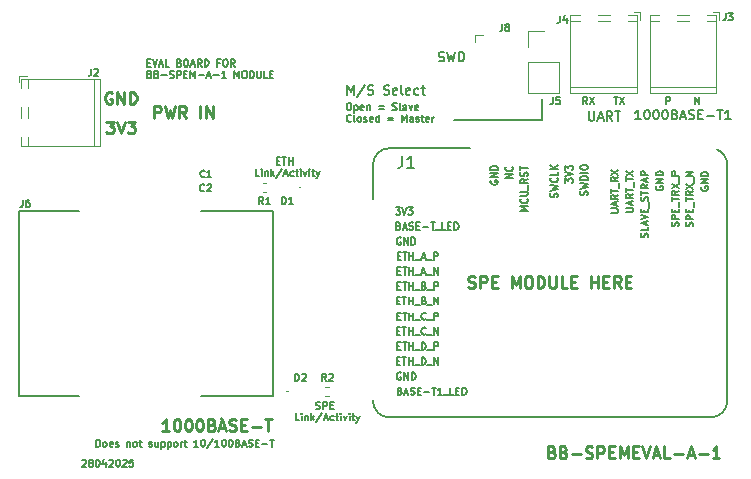
<source format=gbr>
%TF.GenerationSoftware,KiCad,Pcbnew,8.0.4*%
%TF.CreationDate,2025-04-28T15:50:51-04:00*%
%TF.ProjectId,BB-SPEM-A-1 Breakout,42422d53-5045-44d2-9d41-2d3120427265,rev?*%
%TF.SameCoordinates,Original*%
%TF.FileFunction,Legend,Top*%
%TF.FilePolarity,Positive*%
%FSLAX46Y46*%
G04 Gerber Fmt 4.6, Leading zero omitted, Abs format (unit mm)*
G04 Created by KiCad (PCBNEW 8.0.4) date 2025-04-28 15:50:51*
%MOMM*%
%LPD*%
G01*
G04 APERTURE LIST*
%ADD10C,0.150000*%
%ADD11C,0.250000*%
%ADD12C,0.200000*%
%ADD13C,0.120000*%
%ADD14C,0.127000*%
%ADD15C,0.100000*%
G04 APERTURE END LIST*
D10*
X152000000Y-79300000D02*
X159500000Y-79300000D01*
X159500000Y-79300000D02*
X159500000Y-77500000D01*
D11*
X160295238Y-107425809D02*
X160438095Y-107473428D01*
X160438095Y-107473428D02*
X160485714Y-107521047D01*
X160485714Y-107521047D02*
X160533333Y-107616285D01*
X160533333Y-107616285D02*
X160533333Y-107759142D01*
X160533333Y-107759142D02*
X160485714Y-107854380D01*
X160485714Y-107854380D02*
X160438095Y-107902000D01*
X160438095Y-107902000D02*
X160342857Y-107949619D01*
X160342857Y-107949619D02*
X159961905Y-107949619D01*
X159961905Y-107949619D02*
X159961905Y-106949619D01*
X159961905Y-106949619D02*
X160295238Y-106949619D01*
X160295238Y-106949619D02*
X160390476Y-106997238D01*
X160390476Y-106997238D02*
X160438095Y-107044857D01*
X160438095Y-107044857D02*
X160485714Y-107140095D01*
X160485714Y-107140095D02*
X160485714Y-107235333D01*
X160485714Y-107235333D02*
X160438095Y-107330571D01*
X160438095Y-107330571D02*
X160390476Y-107378190D01*
X160390476Y-107378190D02*
X160295238Y-107425809D01*
X160295238Y-107425809D02*
X159961905Y-107425809D01*
X161295238Y-107425809D02*
X161438095Y-107473428D01*
X161438095Y-107473428D02*
X161485714Y-107521047D01*
X161485714Y-107521047D02*
X161533333Y-107616285D01*
X161533333Y-107616285D02*
X161533333Y-107759142D01*
X161533333Y-107759142D02*
X161485714Y-107854380D01*
X161485714Y-107854380D02*
X161438095Y-107902000D01*
X161438095Y-107902000D02*
X161342857Y-107949619D01*
X161342857Y-107949619D02*
X160961905Y-107949619D01*
X160961905Y-107949619D02*
X160961905Y-106949619D01*
X160961905Y-106949619D02*
X161295238Y-106949619D01*
X161295238Y-106949619D02*
X161390476Y-106997238D01*
X161390476Y-106997238D02*
X161438095Y-107044857D01*
X161438095Y-107044857D02*
X161485714Y-107140095D01*
X161485714Y-107140095D02*
X161485714Y-107235333D01*
X161485714Y-107235333D02*
X161438095Y-107330571D01*
X161438095Y-107330571D02*
X161390476Y-107378190D01*
X161390476Y-107378190D02*
X161295238Y-107425809D01*
X161295238Y-107425809D02*
X160961905Y-107425809D01*
X161961905Y-107568666D02*
X162723810Y-107568666D01*
X163152381Y-107902000D02*
X163295238Y-107949619D01*
X163295238Y-107949619D02*
X163533333Y-107949619D01*
X163533333Y-107949619D02*
X163628571Y-107902000D01*
X163628571Y-107902000D02*
X163676190Y-107854380D01*
X163676190Y-107854380D02*
X163723809Y-107759142D01*
X163723809Y-107759142D02*
X163723809Y-107663904D01*
X163723809Y-107663904D02*
X163676190Y-107568666D01*
X163676190Y-107568666D02*
X163628571Y-107521047D01*
X163628571Y-107521047D02*
X163533333Y-107473428D01*
X163533333Y-107473428D02*
X163342857Y-107425809D01*
X163342857Y-107425809D02*
X163247619Y-107378190D01*
X163247619Y-107378190D02*
X163200000Y-107330571D01*
X163200000Y-107330571D02*
X163152381Y-107235333D01*
X163152381Y-107235333D02*
X163152381Y-107140095D01*
X163152381Y-107140095D02*
X163200000Y-107044857D01*
X163200000Y-107044857D02*
X163247619Y-106997238D01*
X163247619Y-106997238D02*
X163342857Y-106949619D01*
X163342857Y-106949619D02*
X163580952Y-106949619D01*
X163580952Y-106949619D02*
X163723809Y-106997238D01*
X164152381Y-107949619D02*
X164152381Y-106949619D01*
X164152381Y-106949619D02*
X164533333Y-106949619D01*
X164533333Y-106949619D02*
X164628571Y-106997238D01*
X164628571Y-106997238D02*
X164676190Y-107044857D01*
X164676190Y-107044857D02*
X164723809Y-107140095D01*
X164723809Y-107140095D02*
X164723809Y-107282952D01*
X164723809Y-107282952D02*
X164676190Y-107378190D01*
X164676190Y-107378190D02*
X164628571Y-107425809D01*
X164628571Y-107425809D02*
X164533333Y-107473428D01*
X164533333Y-107473428D02*
X164152381Y-107473428D01*
X165152381Y-107425809D02*
X165485714Y-107425809D01*
X165628571Y-107949619D02*
X165152381Y-107949619D01*
X165152381Y-107949619D02*
X165152381Y-106949619D01*
X165152381Y-106949619D02*
X165628571Y-106949619D01*
X166057143Y-107949619D02*
X166057143Y-106949619D01*
X166057143Y-106949619D02*
X166390476Y-107663904D01*
X166390476Y-107663904D02*
X166723809Y-106949619D01*
X166723809Y-106949619D02*
X166723809Y-107949619D01*
X167200000Y-107425809D02*
X167533333Y-107425809D01*
X167676190Y-107949619D02*
X167200000Y-107949619D01*
X167200000Y-107949619D02*
X167200000Y-106949619D01*
X167200000Y-106949619D02*
X167676190Y-106949619D01*
X167961905Y-106949619D02*
X168295238Y-107949619D01*
X168295238Y-107949619D02*
X168628571Y-106949619D01*
X168914286Y-107663904D02*
X169390476Y-107663904D01*
X168819048Y-107949619D02*
X169152381Y-106949619D01*
X169152381Y-106949619D02*
X169485714Y-107949619D01*
X170295238Y-107949619D02*
X169819048Y-107949619D01*
X169819048Y-107949619D02*
X169819048Y-106949619D01*
X170628572Y-107568666D02*
X171390477Y-107568666D01*
X171819048Y-107663904D02*
X172295238Y-107663904D01*
X171723810Y-107949619D02*
X172057143Y-106949619D01*
X172057143Y-106949619D02*
X172390476Y-107949619D01*
X172723810Y-107568666D02*
X173485715Y-107568666D01*
X174485714Y-107949619D02*
X173914286Y-107949619D01*
X174200000Y-107949619D02*
X174200000Y-106949619D01*
X174200000Y-106949619D02*
X174104762Y-107092476D01*
X174104762Y-107092476D02*
X174009524Y-107187714D01*
X174009524Y-107187714D02*
X173914286Y-107235333D01*
X126623810Y-79149619D02*
X126623810Y-78149619D01*
X126623810Y-78149619D02*
X127004762Y-78149619D01*
X127004762Y-78149619D02*
X127100000Y-78197238D01*
X127100000Y-78197238D02*
X127147619Y-78244857D01*
X127147619Y-78244857D02*
X127195238Y-78340095D01*
X127195238Y-78340095D02*
X127195238Y-78482952D01*
X127195238Y-78482952D02*
X127147619Y-78578190D01*
X127147619Y-78578190D02*
X127100000Y-78625809D01*
X127100000Y-78625809D02*
X127004762Y-78673428D01*
X127004762Y-78673428D02*
X126623810Y-78673428D01*
X127528572Y-78149619D02*
X127766667Y-79149619D01*
X127766667Y-79149619D02*
X127957143Y-78435333D01*
X127957143Y-78435333D02*
X128147619Y-79149619D01*
X128147619Y-79149619D02*
X128385715Y-78149619D01*
X129338095Y-79149619D02*
X129004762Y-78673428D01*
X128766667Y-79149619D02*
X128766667Y-78149619D01*
X128766667Y-78149619D02*
X129147619Y-78149619D01*
X129147619Y-78149619D02*
X129242857Y-78197238D01*
X129242857Y-78197238D02*
X129290476Y-78244857D01*
X129290476Y-78244857D02*
X129338095Y-78340095D01*
X129338095Y-78340095D02*
X129338095Y-78482952D01*
X129338095Y-78482952D02*
X129290476Y-78578190D01*
X129290476Y-78578190D02*
X129242857Y-78625809D01*
X129242857Y-78625809D02*
X129147619Y-78673428D01*
X129147619Y-78673428D02*
X128766667Y-78673428D01*
X130528572Y-79149619D02*
X130528572Y-78149619D01*
X131004762Y-79149619D02*
X131004762Y-78149619D01*
X131004762Y-78149619D02*
X131576190Y-79149619D01*
X131576190Y-79149619D02*
X131576190Y-78149619D01*
D10*
X126041541Y-74472502D02*
X126241541Y-74472502D01*
X126327255Y-74786788D02*
X126041541Y-74786788D01*
X126041541Y-74786788D02*
X126041541Y-74186788D01*
X126041541Y-74186788D02*
X126327255Y-74186788D01*
X126498683Y-74186788D02*
X126698683Y-74786788D01*
X126698683Y-74786788D02*
X126898683Y-74186788D01*
X127070112Y-74615359D02*
X127355827Y-74615359D01*
X127012969Y-74786788D02*
X127212969Y-74186788D01*
X127212969Y-74186788D02*
X127412969Y-74786788D01*
X127898684Y-74786788D02*
X127612970Y-74786788D01*
X127612970Y-74786788D02*
X127612970Y-74186788D01*
X128755827Y-74472502D02*
X128841541Y-74501074D01*
X128841541Y-74501074D02*
X128870112Y-74529645D01*
X128870112Y-74529645D02*
X128898684Y-74586788D01*
X128898684Y-74586788D02*
X128898684Y-74672502D01*
X128898684Y-74672502D02*
X128870112Y-74729645D01*
X128870112Y-74729645D02*
X128841541Y-74758217D01*
X128841541Y-74758217D02*
X128784398Y-74786788D01*
X128784398Y-74786788D02*
X128555827Y-74786788D01*
X128555827Y-74786788D02*
X128555827Y-74186788D01*
X128555827Y-74186788D02*
X128755827Y-74186788D01*
X128755827Y-74186788D02*
X128812970Y-74215359D01*
X128812970Y-74215359D02*
X128841541Y-74243931D01*
X128841541Y-74243931D02*
X128870112Y-74301074D01*
X128870112Y-74301074D02*
X128870112Y-74358217D01*
X128870112Y-74358217D02*
X128841541Y-74415359D01*
X128841541Y-74415359D02*
X128812970Y-74443931D01*
X128812970Y-74443931D02*
X128755827Y-74472502D01*
X128755827Y-74472502D02*
X128555827Y-74472502D01*
X129270112Y-74186788D02*
X129384398Y-74186788D01*
X129384398Y-74186788D02*
X129441541Y-74215359D01*
X129441541Y-74215359D02*
X129498684Y-74272502D01*
X129498684Y-74272502D02*
X129527255Y-74386788D01*
X129527255Y-74386788D02*
X129527255Y-74586788D01*
X129527255Y-74586788D02*
X129498684Y-74701074D01*
X129498684Y-74701074D02*
X129441541Y-74758217D01*
X129441541Y-74758217D02*
X129384398Y-74786788D01*
X129384398Y-74786788D02*
X129270112Y-74786788D01*
X129270112Y-74786788D02*
X129212970Y-74758217D01*
X129212970Y-74758217D02*
X129155827Y-74701074D01*
X129155827Y-74701074D02*
X129127255Y-74586788D01*
X129127255Y-74586788D02*
X129127255Y-74386788D01*
X129127255Y-74386788D02*
X129155827Y-74272502D01*
X129155827Y-74272502D02*
X129212970Y-74215359D01*
X129212970Y-74215359D02*
X129270112Y-74186788D01*
X129755826Y-74615359D02*
X130041541Y-74615359D01*
X129698683Y-74786788D02*
X129898683Y-74186788D01*
X129898683Y-74186788D02*
X130098683Y-74786788D01*
X130641541Y-74786788D02*
X130441541Y-74501074D01*
X130298684Y-74786788D02*
X130298684Y-74186788D01*
X130298684Y-74186788D02*
X130527255Y-74186788D01*
X130527255Y-74186788D02*
X130584398Y-74215359D01*
X130584398Y-74215359D02*
X130612969Y-74243931D01*
X130612969Y-74243931D02*
X130641541Y-74301074D01*
X130641541Y-74301074D02*
X130641541Y-74386788D01*
X130641541Y-74386788D02*
X130612969Y-74443931D01*
X130612969Y-74443931D02*
X130584398Y-74472502D01*
X130584398Y-74472502D02*
X130527255Y-74501074D01*
X130527255Y-74501074D02*
X130298684Y-74501074D01*
X130898684Y-74786788D02*
X130898684Y-74186788D01*
X130898684Y-74186788D02*
X131041541Y-74186788D01*
X131041541Y-74186788D02*
X131127255Y-74215359D01*
X131127255Y-74215359D02*
X131184398Y-74272502D01*
X131184398Y-74272502D02*
X131212969Y-74329645D01*
X131212969Y-74329645D02*
X131241541Y-74443931D01*
X131241541Y-74443931D02*
X131241541Y-74529645D01*
X131241541Y-74529645D02*
X131212969Y-74643931D01*
X131212969Y-74643931D02*
X131184398Y-74701074D01*
X131184398Y-74701074D02*
X131127255Y-74758217D01*
X131127255Y-74758217D02*
X131041541Y-74786788D01*
X131041541Y-74786788D02*
X130898684Y-74786788D01*
X132155827Y-74472502D02*
X131955827Y-74472502D01*
X131955827Y-74786788D02*
X131955827Y-74186788D01*
X131955827Y-74186788D02*
X132241541Y-74186788D01*
X132584398Y-74186788D02*
X132698684Y-74186788D01*
X132698684Y-74186788D02*
X132755827Y-74215359D01*
X132755827Y-74215359D02*
X132812970Y-74272502D01*
X132812970Y-74272502D02*
X132841541Y-74386788D01*
X132841541Y-74386788D02*
X132841541Y-74586788D01*
X132841541Y-74586788D02*
X132812970Y-74701074D01*
X132812970Y-74701074D02*
X132755827Y-74758217D01*
X132755827Y-74758217D02*
X132698684Y-74786788D01*
X132698684Y-74786788D02*
X132584398Y-74786788D01*
X132584398Y-74786788D02*
X132527256Y-74758217D01*
X132527256Y-74758217D02*
X132470113Y-74701074D01*
X132470113Y-74701074D02*
X132441541Y-74586788D01*
X132441541Y-74586788D02*
X132441541Y-74386788D01*
X132441541Y-74386788D02*
X132470113Y-74272502D01*
X132470113Y-74272502D02*
X132527256Y-74215359D01*
X132527256Y-74215359D02*
X132584398Y-74186788D01*
X133441541Y-74786788D02*
X133241541Y-74501074D01*
X133098684Y-74786788D02*
X133098684Y-74186788D01*
X133098684Y-74186788D02*
X133327255Y-74186788D01*
X133327255Y-74186788D02*
X133384398Y-74215359D01*
X133384398Y-74215359D02*
X133412969Y-74243931D01*
X133412969Y-74243931D02*
X133441541Y-74301074D01*
X133441541Y-74301074D02*
X133441541Y-74386788D01*
X133441541Y-74386788D02*
X133412969Y-74443931D01*
X133412969Y-74443931D02*
X133384398Y-74472502D01*
X133384398Y-74472502D02*
X133327255Y-74501074D01*
X133327255Y-74501074D02*
X133098684Y-74501074D01*
X126241541Y-75438468D02*
X126327255Y-75467040D01*
X126327255Y-75467040D02*
X126355826Y-75495611D01*
X126355826Y-75495611D02*
X126384398Y-75552754D01*
X126384398Y-75552754D02*
X126384398Y-75638468D01*
X126384398Y-75638468D02*
X126355826Y-75695611D01*
X126355826Y-75695611D02*
X126327255Y-75724183D01*
X126327255Y-75724183D02*
X126270112Y-75752754D01*
X126270112Y-75752754D02*
X126041541Y-75752754D01*
X126041541Y-75752754D02*
X126041541Y-75152754D01*
X126041541Y-75152754D02*
X126241541Y-75152754D01*
X126241541Y-75152754D02*
X126298684Y-75181325D01*
X126298684Y-75181325D02*
X126327255Y-75209897D01*
X126327255Y-75209897D02*
X126355826Y-75267040D01*
X126355826Y-75267040D02*
X126355826Y-75324183D01*
X126355826Y-75324183D02*
X126327255Y-75381325D01*
X126327255Y-75381325D02*
X126298684Y-75409897D01*
X126298684Y-75409897D02*
X126241541Y-75438468D01*
X126241541Y-75438468D02*
X126041541Y-75438468D01*
X126841541Y-75438468D02*
X126927255Y-75467040D01*
X126927255Y-75467040D02*
X126955826Y-75495611D01*
X126955826Y-75495611D02*
X126984398Y-75552754D01*
X126984398Y-75552754D02*
X126984398Y-75638468D01*
X126984398Y-75638468D02*
X126955826Y-75695611D01*
X126955826Y-75695611D02*
X126927255Y-75724183D01*
X126927255Y-75724183D02*
X126870112Y-75752754D01*
X126870112Y-75752754D02*
X126641541Y-75752754D01*
X126641541Y-75752754D02*
X126641541Y-75152754D01*
X126641541Y-75152754D02*
X126841541Y-75152754D01*
X126841541Y-75152754D02*
X126898684Y-75181325D01*
X126898684Y-75181325D02*
X126927255Y-75209897D01*
X126927255Y-75209897D02*
X126955826Y-75267040D01*
X126955826Y-75267040D02*
X126955826Y-75324183D01*
X126955826Y-75324183D02*
X126927255Y-75381325D01*
X126927255Y-75381325D02*
X126898684Y-75409897D01*
X126898684Y-75409897D02*
X126841541Y-75438468D01*
X126841541Y-75438468D02*
X126641541Y-75438468D01*
X127241541Y-75524183D02*
X127698684Y-75524183D01*
X127955826Y-75724183D02*
X128041541Y-75752754D01*
X128041541Y-75752754D02*
X128184398Y-75752754D01*
X128184398Y-75752754D02*
X128241541Y-75724183D01*
X128241541Y-75724183D02*
X128270112Y-75695611D01*
X128270112Y-75695611D02*
X128298683Y-75638468D01*
X128298683Y-75638468D02*
X128298683Y-75581325D01*
X128298683Y-75581325D02*
X128270112Y-75524183D01*
X128270112Y-75524183D02*
X128241541Y-75495611D01*
X128241541Y-75495611D02*
X128184398Y-75467040D01*
X128184398Y-75467040D02*
X128070112Y-75438468D01*
X128070112Y-75438468D02*
X128012969Y-75409897D01*
X128012969Y-75409897D02*
X127984398Y-75381325D01*
X127984398Y-75381325D02*
X127955826Y-75324183D01*
X127955826Y-75324183D02*
X127955826Y-75267040D01*
X127955826Y-75267040D02*
X127984398Y-75209897D01*
X127984398Y-75209897D02*
X128012969Y-75181325D01*
X128012969Y-75181325D02*
X128070112Y-75152754D01*
X128070112Y-75152754D02*
X128212969Y-75152754D01*
X128212969Y-75152754D02*
X128298683Y-75181325D01*
X128555827Y-75752754D02*
X128555827Y-75152754D01*
X128555827Y-75152754D02*
X128784398Y-75152754D01*
X128784398Y-75152754D02*
X128841541Y-75181325D01*
X128841541Y-75181325D02*
X128870112Y-75209897D01*
X128870112Y-75209897D02*
X128898684Y-75267040D01*
X128898684Y-75267040D02*
X128898684Y-75352754D01*
X128898684Y-75352754D02*
X128870112Y-75409897D01*
X128870112Y-75409897D02*
X128841541Y-75438468D01*
X128841541Y-75438468D02*
X128784398Y-75467040D01*
X128784398Y-75467040D02*
X128555827Y-75467040D01*
X129155827Y-75438468D02*
X129355827Y-75438468D01*
X129441541Y-75752754D02*
X129155827Y-75752754D01*
X129155827Y-75752754D02*
X129155827Y-75152754D01*
X129155827Y-75152754D02*
X129441541Y-75152754D01*
X129698684Y-75752754D02*
X129698684Y-75152754D01*
X129698684Y-75152754D02*
X129898684Y-75581325D01*
X129898684Y-75581325D02*
X130098684Y-75152754D01*
X130098684Y-75152754D02*
X130098684Y-75752754D01*
X130384398Y-75524183D02*
X130841541Y-75524183D01*
X131098683Y-75581325D02*
X131384398Y-75581325D01*
X131041540Y-75752754D02*
X131241540Y-75152754D01*
X131241540Y-75152754D02*
X131441540Y-75752754D01*
X131641541Y-75524183D02*
X132098684Y-75524183D01*
X132698683Y-75752754D02*
X132355826Y-75752754D01*
X132527255Y-75752754D02*
X132527255Y-75152754D01*
X132527255Y-75152754D02*
X132470112Y-75238468D01*
X132470112Y-75238468D02*
X132412969Y-75295611D01*
X132412969Y-75295611D02*
X132355826Y-75324183D01*
X133412970Y-75752754D02*
X133412970Y-75152754D01*
X133412970Y-75152754D02*
X133612970Y-75581325D01*
X133612970Y-75581325D02*
X133812970Y-75152754D01*
X133812970Y-75152754D02*
X133812970Y-75752754D01*
X134212969Y-75152754D02*
X134327255Y-75152754D01*
X134327255Y-75152754D02*
X134384398Y-75181325D01*
X134384398Y-75181325D02*
X134441541Y-75238468D01*
X134441541Y-75238468D02*
X134470112Y-75352754D01*
X134470112Y-75352754D02*
X134470112Y-75552754D01*
X134470112Y-75552754D02*
X134441541Y-75667040D01*
X134441541Y-75667040D02*
X134384398Y-75724183D01*
X134384398Y-75724183D02*
X134327255Y-75752754D01*
X134327255Y-75752754D02*
X134212969Y-75752754D01*
X134212969Y-75752754D02*
X134155827Y-75724183D01*
X134155827Y-75724183D02*
X134098684Y-75667040D01*
X134098684Y-75667040D02*
X134070112Y-75552754D01*
X134070112Y-75552754D02*
X134070112Y-75352754D01*
X134070112Y-75352754D02*
X134098684Y-75238468D01*
X134098684Y-75238468D02*
X134155827Y-75181325D01*
X134155827Y-75181325D02*
X134212969Y-75152754D01*
X134727255Y-75752754D02*
X134727255Y-75152754D01*
X134727255Y-75152754D02*
X134870112Y-75152754D01*
X134870112Y-75152754D02*
X134955826Y-75181325D01*
X134955826Y-75181325D02*
X135012969Y-75238468D01*
X135012969Y-75238468D02*
X135041540Y-75295611D01*
X135041540Y-75295611D02*
X135070112Y-75409897D01*
X135070112Y-75409897D02*
X135070112Y-75495611D01*
X135070112Y-75495611D02*
X135041540Y-75609897D01*
X135041540Y-75609897D02*
X135012969Y-75667040D01*
X135012969Y-75667040D02*
X134955826Y-75724183D01*
X134955826Y-75724183D02*
X134870112Y-75752754D01*
X134870112Y-75752754D02*
X134727255Y-75752754D01*
X135327255Y-75152754D02*
X135327255Y-75638468D01*
X135327255Y-75638468D02*
X135355826Y-75695611D01*
X135355826Y-75695611D02*
X135384398Y-75724183D01*
X135384398Y-75724183D02*
X135441540Y-75752754D01*
X135441540Y-75752754D02*
X135555826Y-75752754D01*
X135555826Y-75752754D02*
X135612969Y-75724183D01*
X135612969Y-75724183D02*
X135641540Y-75695611D01*
X135641540Y-75695611D02*
X135670112Y-75638468D01*
X135670112Y-75638468D02*
X135670112Y-75152754D01*
X136241540Y-75752754D02*
X135955826Y-75752754D01*
X135955826Y-75752754D02*
X135955826Y-75152754D01*
X136441540Y-75438468D02*
X136641540Y-75438468D01*
X136727254Y-75752754D02*
X136441540Y-75752754D01*
X136441540Y-75752754D02*
X136441540Y-75152754D01*
X136441540Y-75152754D02*
X136727254Y-75152754D01*
D12*
X142980952Y-77159695D02*
X142980952Y-76359695D01*
X142980952Y-76359695D02*
X143247618Y-76931123D01*
X143247618Y-76931123D02*
X143514285Y-76359695D01*
X143514285Y-76359695D02*
X143514285Y-77159695D01*
X144466666Y-76321600D02*
X143780952Y-77350171D01*
X144695237Y-77121600D02*
X144809523Y-77159695D01*
X144809523Y-77159695D02*
X144999999Y-77159695D01*
X144999999Y-77159695D02*
X145076190Y-77121600D01*
X145076190Y-77121600D02*
X145114285Y-77083504D01*
X145114285Y-77083504D02*
X145152380Y-77007314D01*
X145152380Y-77007314D02*
X145152380Y-76931123D01*
X145152380Y-76931123D02*
X145114285Y-76854933D01*
X145114285Y-76854933D02*
X145076190Y-76816838D01*
X145076190Y-76816838D02*
X144999999Y-76778742D01*
X144999999Y-76778742D02*
X144847618Y-76740647D01*
X144847618Y-76740647D02*
X144771428Y-76702552D01*
X144771428Y-76702552D02*
X144733333Y-76664457D01*
X144733333Y-76664457D02*
X144695237Y-76588266D01*
X144695237Y-76588266D02*
X144695237Y-76512076D01*
X144695237Y-76512076D02*
X144733333Y-76435885D01*
X144733333Y-76435885D02*
X144771428Y-76397790D01*
X144771428Y-76397790D02*
X144847618Y-76359695D01*
X144847618Y-76359695D02*
X145038095Y-76359695D01*
X145038095Y-76359695D02*
X145152380Y-76397790D01*
X146066666Y-77121600D02*
X146180952Y-77159695D01*
X146180952Y-77159695D02*
X146371428Y-77159695D01*
X146371428Y-77159695D02*
X146447619Y-77121600D01*
X146447619Y-77121600D02*
X146485714Y-77083504D01*
X146485714Y-77083504D02*
X146523809Y-77007314D01*
X146523809Y-77007314D02*
X146523809Y-76931123D01*
X146523809Y-76931123D02*
X146485714Y-76854933D01*
X146485714Y-76854933D02*
X146447619Y-76816838D01*
X146447619Y-76816838D02*
X146371428Y-76778742D01*
X146371428Y-76778742D02*
X146219047Y-76740647D01*
X146219047Y-76740647D02*
X146142857Y-76702552D01*
X146142857Y-76702552D02*
X146104762Y-76664457D01*
X146104762Y-76664457D02*
X146066666Y-76588266D01*
X146066666Y-76588266D02*
X146066666Y-76512076D01*
X146066666Y-76512076D02*
X146104762Y-76435885D01*
X146104762Y-76435885D02*
X146142857Y-76397790D01*
X146142857Y-76397790D02*
X146219047Y-76359695D01*
X146219047Y-76359695D02*
X146409524Y-76359695D01*
X146409524Y-76359695D02*
X146523809Y-76397790D01*
X147171429Y-77121600D02*
X147095238Y-77159695D01*
X147095238Y-77159695D02*
X146942857Y-77159695D01*
X146942857Y-77159695D02*
X146866667Y-77121600D01*
X146866667Y-77121600D02*
X146828571Y-77045409D01*
X146828571Y-77045409D02*
X146828571Y-76740647D01*
X146828571Y-76740647D02*
X146866667Y-76664457D01*
X146866667Y-76664457D02*
X146942857Y-76626361D01*
X146942857Y-76626361D02*
X147095238Y-76626361D01*
X147095238Y-76626361D02*
X147171429Y-76664457D01*
X147171429Y-76664457D02*
X147209524Y-76740647D01*
X147209524Y-76740647D02*
X147209524Y-76816838D01*
X147209524Y-76816838D02*
X146828571Y-76893028D01*
X147666666Y-77159695D02*
X147590476Y-77121600D01*
X147590476Y-77121600D02*
X147552381Y-77045409D01*
X147552381Y-77045409D02*
X147552381Y-76359695D01*
X148276191Y-77121600D02*
X148200000Y-77159695D01*
X148200000Y-77159695D02*
X148047619Y-77159695D01*
X148047619Y-77159695D02*
X147971429Y-77121600D01*
X147971429Y-77121600D02*
X147933333Y-77045409D01*
X147933333Y-77045409D02*
X147933333Y-76740647D01*
X147933333Y-76740647D02*
X147971429Y-76664457D01*
X147971429Y-76664457D02*
X148047619Y-76626361D01*
X148047619Y-76626361D02*
X148200000Y-76626361D01*
X148200000Y-76626361D02*
X148276191Y-76664457D01*
X148276191Y-76664457D02*
X148314286Y-76740647D01*
X148314286Y-76740647D02*
X148314286Y-76816838D01*
X148314286Y-76816838D02*
X147933333Y-76893028D01*
X149000000Y-77121600D02*
X148923809Y-77159695D01*
X148923809Y-77159695D02*
X148771428Y-77159695D01*
X148771428Y-77159695D02*
X148695238Y-77121600D01*
X148695238Y-77121600D02*
X148657143Y-77083504D01*
X148657143Y-77083504D02*
X148619047Y-77007314D01*
X148619047Y-77007314D02*
X148619047Y-76778742D01*
X148619047Y-76778742D02*
X148657143Y-76702552D01*
X148657143Y-76702552D02*
X148695238Y-76664457D01*
X148695238Y-76664457D02*
X148771428Y-76626361D01*
X148771428Y-76626361D02*
X148923809Y-76626361D01*
X148923809Y-76626361D02*
X149000000Y-76664457D01*
X149228571Y-76626361D02*
X149533333Y-76626361D01*
X149342857Y-76359695D02*
X149342857Y-77045409D01*
X149342857Y-77045409D02*
X149380952Y-77121600D01*
X149380952Y-77121600D02*
X149457142Y-77159695D01*
X149457142Y-77159695D02*
X149533333Y-77159695D01*
D10*
X172428572Y-77969771D02*
X172428572Y-77369771D01*
X172428572Y-77369771D02*
X172771429Y-77969771D01*
X172771429Y-77969771D02*
X172771429Y-77369771D01*
X163300000Y-77969771D02*
X163100000Y-77684057D01*
X162957143Y-77969771D02*
X162957143Y-77369771D01*
X162957143Y-77369771D02*
X163185714Y-77369771D01*
X163185714Y-77369771D02*
X163242857Y-77398342D01*
X163242857Y-77398342D02*
X163271428Y-77426914D01*
X163271428Y-77426914D02*
X163300000Y-77484057D01*
X163300000Y-77484057D02*
X163300000Y-77569771D01*
X163300000Y-77569771D02*
X163271428Y-77626914D01*
X163271428Y-77626914D02*
X163242857Y-77655485D01*
X163242857Y-77655485D02*
X163185714Y-77684057D01*
X163185714Y-77684057D02*
X162957143Y-77684057D01*
X163500000Y-77369771D02*
X163900000Y-77969771D01*
X163900000Y-77369771D02*
X163500000Y-77969771D01*
X121728571Y-106969771D02*
X121728571Y-106369771D01*
X121728571Y-106369771D02*
X121871428Y-106369771D01*
X121871428Y-106369771D02*
X121957142Y-106398342D01*
X121957142Y-106398342D02*
X122014285Y-106455485D01*
X122014285Y-106455485D02*
X122042856Y-106512628D01*
X122042856Y-106512628D02*
X122071428Y-106626914D01*
X122071428Y-106626914D02*
X122071428Y-106712628D01*
X122071428Y-106712628D02*
X122042856Y-106826914D01*
X122042856Y-106826914D02*
X122014285Y-106884057D01*
X122014285Y-106884057D02*
X121957142Y-106941200D01*
X121957142Y-106941200D02*
X121871428Y-106969771D01*
X121871428Y-106969771D02*
X121728571Y-106969771D01*
X122414285Y-106969771D02*
X122357142Y-106941200D01*
X122357142Y-106941200D02*
X122328571Y-106912628D01*
X122328571Y-106912628D02*
X122299999Y-106855485D01*
X122299999Y-106855485D02*
X122299999Y-106684057D01*
X122299999Y-106684057D02*
X122328571Y-106626914D01*
X122328571Y-106626914D02*
X122357142Y-106598342D01*
X122357142Y-106598342D02*
X122414285Y-106569771D01*
X122414285Y-106569771D02*
X122499999Y-106569771D01*
X122499999Y-106569771D02*
X122557142Y-106598342D01*
X122557142Y-106598342D02*
X122585714Y-106626914D01*
X122585714Y-106626914D02*
X122614285Y-106684057D01*
X122614285Y-106684057D02*
X122614285Y-106855485D01*
X122614285Y-106855485D02*
X122585714Y-106912628D01*
X122585714Y-106912628D02*
X122557142Y-106941200D01*
X122557142Y-106941200D02*
X122499999Y-106969771D01*
X122499999Y-106969771D02*
X122414285Y-106969771D01*
X123099999Y-106941200D02*
X123042856Y-106969771D01*
X123042856Y-106969771D02*
X122928571Y-106969771D01*
X122928571Y-106969771D02*
X122871428Y-106941200D01*
X122871428Y-106941200D02*
X122842856Y-106884057D01*
X122842856Y-106884057D02*
X122842856Y-106655485D01*
X122842856Y-106655485D02*
X122871428Y-106598342D01*
X122871428Y-106598342D02*
X122928571Y-106569771D01*
X122928571Y-106569771D02*
X123042856Y-106569771D01*
X123042856Y-106569771D02*
X123099999Y-106598342D01*
X123099999Y-106598342D02*
X123128571Y-106655485D01*
X123128571Y-106655485D02*
X123128571Y-106712628D01*
X123128571Y-106712628D02*
X122842856Y-106769771D01*
X123357142Y-106941200D02*
X123414285Y-106969771D01*
X123414285Y-106969771D02*
X123528571Y-106969771D01*
X123528571Y-106969771D02*
X123585714Y-106941200D01*
X123585714Y-106941200D02*
X123614285Y-106884057D01*
X123614285Y-106884057D02*
X123614285Y-106855485D01*
X123614285Y-106855485D02*
X123585714Y-106798342D01*
X123585714Y-106798342D02*
X123528571Y-106769771D01*
X123528571Y-106769771D02*
X123442857Y-106769771D01*
X123442857Y-106769771D02*
X123385714Y-106741200D01*
X123385714Y-106741200D02*
X123357142Y-106684057D01*
X123357142Y-106684057D02*
X123357142Y-106655485D01*
X123357142Y-106655485D02*
X123385714Y-106598342D01*
X123385714Y-106598342D02*
X123442857Y-106569771D01*
X123442857Y-106569771D02*
X123528571Y-106569771D01*
X123528571Y-106569771D02*
X123585714Y-106598342D01*
X124328571Y-106569771D02*
X124328571Y-106969771D01*
X124328571Y-106626914D02*
X124357142Y-106598342D01*
X124357142Y-106598342D02*
X124414285Y-106569771D01*
X124414285Y-106569771D02*
X124499999Y-106569771D01*
X124499999Y-106569771D02*
X124557142Y-106598342D01*
X124557142Y-106598342D02*
X124585714Y-106655485D01*
X124585714Y-106655485D02*
X124585714Y-106969771D01*
X124957142Y-106969771D02*
X124899999Y-106941200D01*
X124899999Y-106941200D02*
X124871428Y-106912628D01*
X124871428Y-106912628D02*
X124842856Y-106855485D01*
X124842856Y-106855485D02*
X124842856Y-106684057D01*
X124842856Y-106684057D02*
X124871428Y-106626914D01*
X124871428Y-106626914D02*
X124899999Y-106598342D01*
X124899999Y-106598342D02*
X124957142Y-106569771D01*
X124957142Y-106569771D02*
X125042856Y-106569771D01*
X125042856Y-106569771D02*
X125099999Y-106598342D01*
X125099999Y-106598342D02*
X125128571Y-106626914D01*
X125128571Y-106626914D02*
X125157142Y-106684057D01*
X125157142Y-106684057D02*
X125157142Y-106855485D01*
X125157142Y-106855485D02*
X125128571Y-106912628D01*
X125128571Y-106912628D02*
X125099999Y-106941200D01*
X125099999Y-106941200D02*
X125042856Y-106969771D01*
X125042856Y-106969771D02*
X124957142Y-106969771D01*
X125328570Y-106569771D02*
X125557142Y-106569771D01*
X125414285Y-106369771D02*
X125414285Y-106884057D01*
X125414285Y-106884057D02*
X125442856Y-106941200D01*
X125442856Y-106941200D02*
X125499999Y-106969771D01*
X125499999Y-106969771D02*
X125557142Y-106969771D01*
X126185713Y-106941200D02*
X126242856Y-106969771D01*
X126242856Y-106969771D02*
X126357142Y-106969771D01*
X126357142Y-106969771D02*
X126414285Y-106941200D01*
X126414285Y-106941200D02*
X126442856Y-106884057D01*
X126442856Y-106884057D02*
X126442856Y-106855485D01*
X126442856Y-106855485D02*
X126414285Y-106798342D01*
X126414285Y-106798342D02*
X126357142Y-106769771D01*
X126357142Y-106769771D02*
X126271428Y-106769771D01*
X126271428Y-106769771D02*
X126214285Y-106741200D01*
X126214285Y-106741200D02*
X126185713Y-106684057D01*
X126185713Y-106684057D02*
X126185713Y-106655485D01*
X126185713Y-106655485D02*
X126214285Y-106598342D01*
X126214285Y-106598342D02*
X126271428Y-106569771D01*
X126271428Y-106569771D02*
X126357142Y-106569771D01*
X126357142Y-106569771D02*
X126414285Y-106598342D01*
X126957142Y-106569771D02*
X126957142Y-106969771D01*
X126699999Y-106569771D02*
X126699999Y-106884057D01*
X126699999Y-106884057D02*
X126728570Y-106941200D01*
X126728570Y-106941200D02*
X126785713Y-106969771D01*
X126785713Y-106969771D02*
X126871427Y-106969771D01*
X126871427Y-106969771D02*
X126928570Y-106941200D01*
X126928570Y-106941200D02*
X126957142Y-106912628D01*
X127242856Y-106569771D02*
X127242856Y-107169771D01*
X127242856Y-106598342D02*
X127299999Y-106569771D01*
X127299999Y-106569771D02*
X127414284Y-106569771D01*
X127414284Y-106569771D02*
X127471427Y-106598342D01*
X127471427Y-106598342D02*
X127499999Y-106626914D01*
X127499999Y-106626914D02*
X127528570Y-106684057D01*
X127528570Y-106684057D02*
X127528570Y-106855485D01*
X127528570Y-106855485D02*
X127499999Y-106912628D01*
X127499999Y-106912628D02*
X127471427Y-106941200D01*
X127471427Y-106941200D02*
X127414284Y-106969771D01*
X127414284Y-106969771D02*
X127299999Y-106969771D01*
X127299999Y-106969771D02*
X127242856Y-106941200D01*
X127785713Y-106569771D02*
X127785713Y-107169771D01*
X127785713Y-106598342D02*
X127842856Y-106569771D01*
X127842856Y-106569771D02*
X127957141Y-106569771D01*
X127957141Y-106569771D02*
X128014284Y-106598342D01*
X128014284Y-106598342D02*
X128042856Y-106626914D01*
X128042856Y-106626914D02*
X128071427Y-106684057D01*
X128071427Y-106684057D02*
X128071427Y-106855485D01*
X128071427Y-106855485D02*
X128042856Y-106912628D01*
X128042856Y-106912628D02*
X128014284Y-106941200D01*
X128014284Y-106941200D02*
X127957141Y-106969771D01*
X127957141Y-106969771D02*
X127842856Y-106969771D01*
X127842856Y-106969771D02*
X127785713Y-106941200D01*
X128414284Y-106969771D02*
X128357141Y-106941200D01*
X128357141Y-106941200D02*
X128328570Y-106912628D01*
X128328570Y-106912628D02*
X128299998Y-106855485D01*
X128299998Y-106855485D02*
X128299998Y-106684057D01*
X128299998Y-106684057D02*
X128328570Y-106626914D01*
X128328570Y-106626914D02*
X128357141Y-106598342D01*
X128357141Y-106598342D02*
X128414284Y-106569771D01*
X128414284Y-106569771D02*
X128499998Y-106569771D01*
X128499998Y-106569771D02*
X128557141Y-106598342D01*
X128557141Y-106598342D02*
X128585713Y-106626914D01*
X128585713Y-106626914D02*
X128614284Y-106684057D01*
X128614284Y-106684057D02*
X128614284Y-106855485D01*
X128614284Y-106855485D02*
X128585713Y-106912628D01*
X128585713Y-106912628D02*
X128557141Y-106941200D01*
X128557141Y-106941200D02*
X128499998Y-106969771D01*
X128499998Y-106969771D02*
X128414284Y-106969771D01*
X128871427Y-106969771D02*
X128871427Y-106569771D01*
X128871427Y-106684057D02*
X128899998Y-106626914D01*
X128899998Y-106626914D02*
X128928570Y-106598342D01*
X128928570Y-106598342D02*
X128985712Y-106569771D01*
X128985712Y-106569771D02*
X129042855Y-106569771D01*
X129157141Y-106569771D02*
X129385713Y-106569771D01*
X129242856Y-106369771D02*
X129242856Y-106884057D01*
X129242856Y-106884057D02*
X129271427Y-106941200D01*
X129271427Y-106941200D02*
X129328570Y-106969771D01*
X129328570Y-106969771D02*
X129385713Y-106969771D01*
X130357141Y-106969771D02*
X130014284Y-106969771D01*
X130185713Y-106969771D02*
X130185713Y-106369771D01*
X130185713Y-106369771D02*
X130128570Y-106455485D01*
X130128570Y-106455485D02*
X130071427Y-106512628D01*
X130071427Y-106512628D02*
X130014284Y-106541200D01*
X130728570Y-106369771D02*
X130785713Y-106369771D01*
X130785713Y-106369771D02*
X130842856Y-106398342D01*
X130842856Y-106398342D02*
X130871428Y-106426914D01*
X130871428Y-106426914D02*
X130899999Y-106484057D01*
X130899999Y-106484057D02*
X130928570Y-106598342D01*
X130928570Y-106598342D02*
X130928570Y-106741200D01*
X130928570Y-106741200D02*
X130899999Y-106855485D01*
X130899999Y-106855485D02*
X130871428Y-106912628D01*
X130871428Y-106912628D02*
X130842856Y-106941200D01*
X130842856Y-106941200D02*
X130785713Y-106969771D01*
X130785713Y-106969771D02*
X130728570Y-106969771D01*
X130728570Y-106969771D02*
X130671428Y-106941200D01*
X130671428Y-106941200D02*
X130642856Y-106912628D01*
X130642856Y-106912628D02*
X130614285Y-106855485D01*
X130614285Y-106855485D02*
X130585713Y-106741200D01*
X130585713Y-106741200D02*
X130585713Y-106598342D01*
X130585713Y-106598342D02*
X130614285Y-106484057D01*
X130614285Y-106484057D02*
X130642856Y-106426914D01*
X130642856Y-106426914D02*
X130671428Y-106398342D01*
X130671428Y-106398342D02*
X130728570Y-106369771D01*
X131614285Y-106341200D02*
X131099999Y-107112628D01*
X132128570Y-106969771D02*
X131785713Y-106969771D01*
X131957142Y-106969771D02*
X131957142Y-106369771D01*
X131957142Y-106369771D02*
X131899999Y-106455485D01*
X131899999Y-106455485D02*
X131842856Y-106512628D01*
X131842856Y-106512628D02*
X131785713Y-106541200D01*
X132499999Y-106369771D02*
X132557142Y-106369771D01*
X132557142Y-106369771D02*
X132614285Y-106398342D01*
X132614285Y-106398342D02*
X132642857Y-106426914D01*
X132642857Y-106426914D02*
X132671428Y-106484057D01*
X132671428Y-106484057D02*
X132699999Y-106598342D01*
X132699999Y-106598342D02*
X132699999Y-106741200D01*
X132699999Y-106741200D02*
X132671428Y-106855485D01*
X132671428Y-106855485D02*
X132642857Y-106912628D01*
X132642857Y-106912628D02*
X132614285Y-106941200D01*
X132614285Y-106941200D02*
X132557142Y-106969771D01*
X132557142Y-106969771D02*
X132499999Y-106969771D01*
X132499999Y-106969771D02*
X132442857Y-106941200D01*
X132442857Y-106941200D02*
X132414285Y-106912628D01*
X132414285Y-106912628D02*
X132385714Y-106855485D01*
X132385714Y-106855485D02*
X132357142Y-106741200D01*
X132357142Y-106741200D02*
X132357142Y-106598342D01*
X132357142Y-106598342D02*
X132385714Y-106484057D01*
X132385714Y-106484057D02*
X132414285Y-106426914D01*
X132414285Y-106426914D02*
X132442857Y-106398342D01*
X132442857Y-106398342D02*
X132499999Y-106369771D01*
X133071428Y-106369771D02*
X133128571Y-106369771D01*
X133128571Y-106369771D02*
X133185714Y-106398342D01*
X133185714Y-106398342D02*
X133214286Y-106426914D01*
X133214286Y-106426914D02*
X133242857Y-106484057D01*
X133242857Y-106484057D02*
X133271428Y-106598342D01*
X133271428Y-106598342D02*
X133271428Y-106741200D01*
X133271428Y-106741200D02*
X133242857Y-106855485D01*
X133242857Y-106855485D02*
X133214286Y-106912628D01*
X133214286Y-106912628D02*
X133185714Y-106941200D01*
X133185714Y-106941200D02*
X133128571Y-106969771D01*
X133128571Y-106969771D02*
X133071428Y-106969771D01*
X133071428Y-106969771D02*
X133014286Y-106941200D01*
X133014286Y-106941200D02*
X132985714Y-106912628D01*
X132985714Y-106912628D02*
X132957143Y-106855485D01*
X132957143Y-106855485D02*
X132928571Y-106741200D01*
X132928571Y-106741200D02*
X132928571Y-106598342D01*
X132928571Y-106598342D02*
X132957143Y-106484057D01*
X132957143Y-106484057D02*
X132985714Y-106426914D01*
X132985714Y-106426914D02*
X133014286Y-106398342D01*
X133014286Y-106398342D02*
X133071428Y-106369771D01*
X133728572Y-106655485D02*
X133814286Y-106684057D01*
X133814286Y-106684057D02*
X133842857Y-106712628D01*
X133842857Y-106712628D02*
X133871429Y-106769771D01*
X133871429Y-106769771D02*
X133871429Y-106855485D01*
X133871429Y-106855485D02*
X133842857Y-106912628D01*
X133842857Y-106912628D02*
X133814286Y-106941200D01*
X133814286Y-106941200D02*
X133757143Y-106969771D01*
X133757143Y-106969771D02*
X133528572Y-106969771D01*
X133528572Y-106969771D02*
X133528572Y-106369771D01*
X133528572Y-106369771D02*
X133728572Y-106369771D01*
X133728572Y-106369771D02*
X133785715Y-106398342D01*
X133785715Y-106398342D02*
X133814286Y-106426914D01*
X133814286Y-106426914D02*
X133842857Y-106484057D01*
X133842857Y-106484057D02*
X133842857Y-106541200D01*
X133842857Y-106541200D02*
X133814286Y-106598342D01*
X133814286Y-106598342D02*
X133785715Y-106626914D01*
X133785715Y-106626914D02*
X133728572Y-106655485D01*
X133728572Y-106655485D02*
X133528572Y-106655485D01*
X134100000Y-106798342D02*
X134385715Y-106798342D01*
X134042857Y-106969771D02*
X134242857Y-106369771D01*
X134242857Y-106369771D02*
X134442857Y-106969771D01*
X134614286Y-106941200D02*
X134700001Y-106969771D01*
X134700001Y-106969771D02*
X134842858Y-106969771D01*
X134842858Y-106969771D02*
X134900001Y-106941200D01*
X134900001Y-106941200D02*
X134928572Y-106912628D01*
X134928572Y-106912628D02*
X134957143Y-106855485D01*
X134957143Y-106855485D02*
X134957143Y-106798342D01*
X134957143Y-106798342D02*
X134928572Y-106741200D01*
X134928572Y-106741200D02*
X134900001Y-106712628D01*
X134900001Y-106712628D02*
X134842858Y-106684057D01*
X134842858Y-106684057D02*
X134728572Y-106655485D01*
X134728572Y-106655485D02*
X134671429Y-106626914D01*
X134671429Y-106626914D02*
X134642858Y-106598342D01*
X134642858Y-106598342D02*
X134614286Y-106541200D01*
X134614286Y-106541200D02*
X134614286Y-106484057D01*
X134614286Y-106484057D02*
X134642858Y-106426914D01*
X134642858Y-106426914D02*
X134671429Y-106398342D01*
X134671429Y-106398342D02*
X134728572Y-106369771D01*
X134728572Y-106369771D02*
X134871429Y-106369771D01*
X134871429Y-106369771D02*
X134957143Y-106398342D01*
X135214287Y-106655485D02*
X135414287Y-106655485D01*
X135500001Y-106969771D02*
X135214287Y-106969771D01*
X135214287Y-106969771D02*
X135214287Y-106369771D01*
X135214287Y-106369771D02*
X135500001Y-106369771D01*
X135757144Y-106741200D02*
X136214287Y-106741200D01*
X136414286Y-106369771D02*
X136757144Y-106369771D01*
X136585715Y-106969771D02*
X136585715Y-106369771D01*
D11*
X122561905Y-79449619D02*
X123180952Y-79449619D01*
X123180952Y-79449619D02*
X122847619Y-79830571D01*
X122847619Y-79830571D02*
X122990476Y-79830571D01*
X122990476Y-79830571D02*
X123085714Y-79878190D01*
X123085714Y-79878190D02*
X123133333Y-79925809D01*
X123133333Y-79925809D02*
X123180952Y-80021047D01*
X123180952Y-80021047D02*
X123180952Y-80259142D01*
X123180952Y-80259142D02*
X123133333Y-80354380D01*
X123133333Y-80354380D02*
X123085714Y-80402000D01*
X123085714Y-80402000D02*
X122990476Y-80449619D01*
X122990476Y-80449619D02*
X122704762Y-80449619D01*
X122704762Y-80449619D02*
X122609524Y-80402000D01*
X122609524Y-80402000D02*
X122561905Y-80354380D01*
X123466667Y-79449619D02*
X123800000Y-80449619D01*
X123800000Y-80449619D02*
X124133333Y-79449619D01*
X124371429Y-79449619D02*
X124990476Y-79449619D01*
X124990476Y-79449619D02*
X124657143Y-79830571D01*
X124657143Y-79830571D02*
X124800000Y-79830571D01*
X124800000Y-79830571D02*
X124895238Y-79878190D01*
X124895238Y-79878190D02*
X124942857Y-79925809D01*
X124942857Y-79925809D02*
X124990476Y-80021047D01*
X124990476Y-80021047D02*
X124990476Y-80259142D01*
X124990476Y-80259142D02*
X124942857Y-80354380D01*
X124942857Y-80354380D02*
X124895238Y-80402000D01*
X124895238Y-80402000D02*
X124800000Y-80449619D01*
X124800000Y-80449619D02*
X124514286Y-80449619D01*
X124514286Y-80449619D02*
X124419048Y-80402000D01*
X124419048Y-80402000D02*
X124371429Y-80354380D01*
X127899999Y-105649619D02*
X127328571Y-105649619D01*
X127614285Y-105649619D02*
X127614285Y-104649619D01*
X127614285Y-104649619D02*
X127519047Y-104792476D01*
X127519047Y-104792476D02*
X127423809Y-104887714D01*
X127423809Y-104887714D02*
X127328571Y-104935333D01*
X128519047Y-104649619D02*
X128614285Y-104649619D01*
X128614285Y-104649619D02*
X128709523Y-104697238D01*
X128709523Y-104697238D02*
X128757142Y-104744857D01*
X128757142Y-104744857D02*
X128804761Y-104840095D01*
X128804761Y-104840095D02*
X128852380Y-105030571D01*
X128852380Y-105030571D02*
X128852380Y-105268666D01*
X128852380Y-105268666D02*
X128804761Y-105459142D01*
X128804761Y-105459142D02*
X128757142Y-105554380D01*
X128757142Y-105554380D02*
X128709523Y-105602000D01*
X128709523Y-105602000D02*
X128614285Y-105649619D01*
X128614285Y-105649619D02*
X128519047Y-105649619D01*
X128519047Y-105649619D02*
X128423809Y-105602000D01*
X128423809Y-105602000D02*
X128376190Y-105554380D01*
X128376190Y-105554380D02*
X128328571Y-105459142D01*
X128328571Y-105459142D02*
X128280952Y-105268666D01*
X128280952Y-105268666D02*
X128280952Y-105030571D01*
X128280952Y-105030571D02*
X128328571Y-104840095D01*
X128328571Y-104840095D02*
X128376190Y-104744857D01*
X128376190Y-104744857D02*
X128423809Y-104697238D01*
X128423809Y-104697238D02*
X128519047Y-104649619D01*
X129471428Y-104649619D02*
X129566666Y-104649619D01*
X129566666Y-104649619D02*
X129661904Y-104697238D01*
X129661904Y-104697238D02*
X129709523Y-104744857D01*
X129709523Y-104744857D02*
X129757142Y-104840095D01*
X129757142Y-104840095D02*
X129804761Y-105030571D01*
X129804761Y-105030571D02*
X129804761Y-105268666D01*
X129804761Y-105268666D02*
X129757142Y-105459142D01*
X129757142Y-105459142D02*
X129709523Y-105554380D01*
X129709523Y-105554380D02*
X129661904Y-105602000D01*
X129661904Y-105602000D02*
X129566666Y-105649619D01*
X129566666Y-105649619D02*
X129471428Y-105649619D01*
X129471428Y-105649619D02*
X129376190Y-105602000D01*
X129376190Y-105602000D02*
X129328571Y-105554380D01*
X129328571Y-105554380D02*
X129280952Y-105459142D01*
X129280952Y-105459142D02*
X129233333Y-105268666D01*
X129233333Y-105268666D02*
X129233333Y-105030571D01*
X129233333Y-105030571D02*
X129280952Y-104840095D01*
X129280952Y-104840095D02*
X129328571Y-104744857D01*
X129328571Y-104744857D02*
X129376190Y-104697238D01*
X129376190Y-104697238D02*
X129471428Y-104649619D01*
X130423809Y-104649619D02*
X130519047Y-104649619D01*
X130519047Y-104649619D02*
X130614285Y-104697238D01*
X130614285Y-104697238D02*
X130661904Y-104744857D01*
X130661904Y-104744857D02*
X130709523Y-104840095D01*
X130709523Y-104840095D02*
X130757142Y-105030571D01*
X130757142Y-105030571D02*
X130757142Y-105268666D01*
X130757142Y-105268666D02*
X130709523Y-105459142D01*
X130709523Y-105459142D02*
X130661904Y-105554380D01*
X130661904Y-105554380D02*
X130614285Y-105602000D01*
X130614285Y-105602000D02*
X130519047Y-105649619D01*
X130519047Y-105649619D02*
X130423809Y-105649619D01*
X130423809Y-105649619D02*
X130328571Y-105602000D01*
X130328571Y-105602000D02*
X130280952Y-105554380D01*
X130280952Y-105554380D02*
X130233333Y-105459142D01*
X130233333Y-105459142D02*
X130185714Y-105268666D01*
X130185714Y-105268666D02*
X130185714Y-105030571D01*
X130185714Y-105030571D02*
X130233333Y-104840095D01*
X130233333Y-104840095D02*
X130280952Y-104744857D01*
X130280952Y-104744857D02*
X130328571Y-104697238D01*
X130328571Y-104697238D02*
X130423809Y-104649619D01*
X131519047Y-105125809D02*
X131661904Y-105173428D01*
X131661904Y-105173428D02*
X131709523Y-105221047D01*
X131709523Y-105221047D02*
X131757142Y-105316285D01*
X131757142Y-105316285D02*
X131757142Y-105459142D01*
X131757142Y-105459142D02*
X131709523Y-105554380D01*
X131709523Y-105554380D02*
X131661904Y-105602000D01*
X131661904Y-105602000D02*
X131566666Y-105649619D01*
X131566666Y-105649619D02*
X131185714Y-105649619D01*
X131185714Y-105649619D02*
X131185714Y-104649619D01*
X131185714Y-104649619D02*
X131519047Y-104649619D01*
X131519047Y-104649619D02*
X131614285Y-104697238D01*
X131614285Y-104697238D02*
X131661904Y-104744857D01*
X131661904Y-104744857D02*
X131709523Y-104840095D01*
X131709523Y-104840095D02*
X131709523Y-104935333D01*
X131709523Y-104935333D02*
X131661904Y-105030571D01*
X131661904Y-105030571D02*
X131614285Y-105078190D01*
X131614285Y-105078190D02*
X131519047Y-105125809D01*
X131519047Y-105125809D02*
X131185714Y-105125809D01*
X132138095Y-105363904D02*
X132614285Y-105363904D01*
X132042857Y-105649619D02*
X132376190Y-104649619D01*
X132376190Y-104649619D02*
X132709523Y-105649619D01*
X132995238Y-105602000D02*
X133138095Y-105649619D01*
X133138095Y-105649619D02*
X133376190Y-105649619D01*
X133376190Y-105649619D02*
X133471428Y-105602000D01*
X133471428Y-105602000D02*
X133519047Y-105554380D01*
X133519047Y-105554380D02*
X133566666Y-105459142D01*
X133566666Y-105459142D02*
X133566666Y-105363904D01*
X133566666Y-105363904D02*
X133519047Y-105268666D01*
X133519047Y-105268666D02*
X133471428Y-105221047D01*
X133471428Y-105221047D02*
X133376190Y-105173428D01*
X133376190Y-105173428D02*
X133185714Y-105125809D01*
X133185714Y-105125809D02*
X133090476Y-105078190D01*
X133090476Y-105078190D02*
X133042857Y-105030571D01*
X133042857Y-105030571D02*
X132995238Y-104935333D01*
X132995238Y-104935333D02*
X132995238Y-104840095D01*
X132995238Y-104840095D02*
X133042857Y-104744857D01*
X133042857Y-104744857D02*
X133090476Y-104697238D01*
X133090476Y-104697238D02*
X133185714Y-104649619D01*
X133185714Y-104649619D02*
X133423809Y-104649619D01*
X133423809Y-104649619D02*
X133566666Y-104697238D01*
X133995238Y-105125809D02*
X134328571Y-105125809D01*
X134471428Y-105649619D02*
X133995238Y-105649619D01*
X133995238Y-105649619D02*
X133995238Y-104649619D01*
X133995238Y-104649619D02*
X134471428Y-104649619D01*
X134900000Y-105268666D02*
X135661905Y-105268666D01*
X135995238Y-104649619D02*
X136566666Y-104649619D01*
X136280952Y-105649619D02*
X136280952Y-104649619D01*
D10*
X169942857Y-77969771D02*
X169942857Y-77369771D01*
X169942857Y-77369771D02*
X170171428Y-77369771D01*
X170171428Y-77369771D02*
X170228571Y-77398342D01*
X170228571Y-77398342D02*
X170257142Y-77426914D01*
X170257142Y-77426914D02*
X170285714Y-77484057D01*
X170285714Y-77484057D02*
X170285714Y-77569771D01*
X170285714Y-77569771D02*
X170257142Y-77626914D01*
X170257142Y-77626914D02*
X170228571Y-77655485D01*
X170228571Y-77655485D02*
X170171428Y-77684057D01*
X170171428Y-77684057D02*
X169942857Y-77684057D01*
D12*
X163423810Y-78559695D02*
X163423810Y-79207314D01*
X163423810Y-79207314D02*
X163461905Y-79283504D01*
X163461905Y-79283504D02*
X163500000Y-79321600D01*
X163500000Y-79321600D02*
X163576191Y-79359695D01*
X163576191Y-79359695D02*
X163728572Y-79359695D01*
X163728572Y-79359695D02*
X163804762Y-79321600D01*
X163804762Y-79321600D02*
X163842857Y-79283504D01*
X163842857Y-79283504D02*
X163880953Y-79207314D01*
X163880953Y-79207314D02*
X163880953Y-78559695D01*
X164223809Y-79131123D02*
X164604762Y-79131123D01*
X164147619Y-79359695D02*
X164414286Y-78559695D01*
X164414286Y-78559695D02*
X164680952Y-79359695D01*
X165404762Y-79359695D02*
X165138095Y-78978742D01*
X164947619Y-79359695D02*
X164947619Y-78559695D01*
X164947619Y-78559695D02*
X165252381Y-78559695D01*
X165252381Y-78559695D02*
X165328571Y-78597790D01*
X165328571Y-78597790D02*
X165366666Y-78635885D01*
X165366666Y-78635885D02*
X165404762Y-78712076D01*
X165404762Y-78712076D02*
X165404762Y-78826361D01*
X165404762Y-78826361D02*
X165366666Y-78902552D01*
X165366666Y-78902552D02*
X165328571Y-78940647D01*
X165328571Y-78940647D02*
X165252381Y-78978742D01*
X165252381Y-78978742D02*
X164947619Y-78978742D01*
X165633333Y-78559695D02*
X166090476Y-78559695D01*
X165861904Y-79359695D02*
X165861904Y-78559695D01*
D10*
X137000000Y-82772502D02*
X137200000Y-82772502D01*
X137285714Y-83086788D02*
X137000000Y-83086788D01*
X137000000Y-83086788D02*
X137000000Y-82486788D01*
X137000000Y-82486788D02*
X137285714Y-82486788D01*
X137457142Y-82486788D02*
X137800000Y-82486788D01*
X137628571Y-83086788D02*
X137628571Y-82486788D01*
X138000000Y-83086788D02*
X138000000Y-82486788D01*
X138000000Y-82772502D02*
X138342857Y-82772502D01*
X138342857Y-83086788D02*
X138342857Y-82486788D01*
X135514286Y-84052754D02*
X135228572Y-84052754D01*
X135228572Y-84052754D02*
X135228572Y-83452754D01*
X135714286Y-84052754D02*
X135714286Y-83652754D01*
X135714286Y-83452754D02*
X135685714Y-83481325D01*
X135685714Y-83481325D02*
X135714286Y-83509897D01*
X135714286Y-83509897D02*
X135742857Y-83481325D01*
X135742857Y-83481325D02*
X135714286Y-83452754D01*
X135714286Y-83452754D02*
X135714286Y-83509897D01*
X136000000Y-83652754D02*
X136000000Y-84052754D01*
X136000000Y-83709897D02*
X136028571Y-83681325D01*
X136028571Y-83681325D02*
X136085714Y-83652754D01*
X136085714Y-83652754D02*
X136171428Y-83652754D01*
X136171428Y-83652754D02*
X136228571Y-83681325D01*
X136228571Y-83681325D02*
X136257143Y-83738468D01*
X136257143Y-83738468D02*
X136257143Y-84052754D01*
X136542857Y-84052754D02*
X136542857Y-83452754D01*
X136600000Y-83824183D02*
X136771428Y-84052754D01*
X136771428Y-83652754D02*
X136542857Y-83881325D01*
X137457142Y-83424183D02*
X136942856Y-84195611D01*
X137628570Y-83881325D02*
X137914285Y-83881325D01*
X137571427Y-84052754D02*
X137771427Y-83452754D01*
X137771427Y-83452754D02*
X137971427Y-84052754D01*
X138428571Y-84024183D02*
X138371428Y-84052754D01*
X138371428Y-84052754D02*
X138257142Y-84052754D01*
X138257142Y-84052754D02*
X138199999Y-84024183D01*
X138199999Y-84024183D02*
X138171428Y-83995611D01*
X138171428Y-83995611D02*
X138142856Y-83938468D01*
X138142856Y-83938468D02*
X138142856Y-83767040D01*
X138142856Y-83767040D02*
X138171428Y-83709897D01*
X138171428Y-83709897D02*
X138199999Y-83681325D01*
X138199999Y-83681325D02*
X138257142Y-83652754D01*
X138257142Y-83652754D02*
X138371428Y-83652754D01*
X138371428Y-83652754D02*
X138428571Y-83681325D01*
X138599999Y-83652754D02*
X138828571Y-83652754D01*
X138685714Y-83452754D02*
X138685714Y-83967040D01*
X138685714Y-83967040D02*
X138714285Y-84024183D01*
X138714285Y-84024183D02*
X138771428Y-84052754D01*
X138771428Y-84052754D02*
X138828571Y-84052754D01*
X139028571Y-84052754D02*
X139028571Y-83652754D01*
X139028571Y-83452754D02*
X138999999Y-83481325D01*
X138999999Y-83481325D02*
X139028571Y-83509897D01*
X139028571Y-83509897D02*
X139057142Y-83481325D01*
X139057142Y-83481325D02*
X139028571Y-83452754D01*
X139028571Y-83452754D02*
X139028571Y-83509897D01*
X139257142Y-83652754D02*
X139399999Y-84052754D01*
X139399999Y-84052754D02*
X139542856Y-83652754D01*
X139771428Y-84052754D02*
X139771428Y-83652754D01*
X139771428Y-83452754D02*
X139742856Y-83481325D01*
X139742856Y-83481325D02*
X139771428Y-83509897D01*
X139771428Y-83509897D02*
X139799999Y-83481325D01*
X139799999Y-83481325D02*
X139771428Y-83452754D01*
X139771428Y-83452754D02*
X139771428Y-83509897D01*
X139971427Y-83652754D02*
X140199999Y-83652754D01*
X140057142Y-83452754D02*
X140057142Y-83967040D01*
X140057142Y-83967040D02*
X140085713Y-84024183D01*
X140085713Y-84024183D02*
X140142856Y-84052754D01*
X140142856Y-84052754D02*
X140199999Y-84052754D01*
X140342856Y-83652754D02*
X140485713Y-84052754D01*
X140628570Y-83652754D02*
X140485713Y-84052754D01*
X140485713Y-84052754D02*
X140428570Y-84195611D01*
X140428570Y-84195611D02*
X140399999Y-84224183D01*
X140399999Y-84224183D02*
X140342856Y-84252754D01*
X165542856Y-77369771D02*
X165885714Y-77369771D01*
X165714285Y-77969771D02*
X165714285Y-77369771D01*
X166028571Y-77369771D02*
X166428571Y-77969771D01*
X166428571Y-77369771D02*
X166028571Y-77969771D01*
X120528569Y-108126914D02*
X120557141Y-108098342D01*
X120557141Y-108098342D02*
X120614284Y-108069771D01*
X120614284Y-108069771D02*
X120757141Y-108069771D01*
X120757141Y-108069771D02*
X120814284Y-108098342D01*
X120814284Y-108098342D02*
X120842855Y-108126914D01*
X120842855Y-108126914D02*
X120871426Y-108184057D01*
X120871426Y-108184057D02*
X120871426Y-108241200D01*
X120871426Y-108241200D02*
X120842855Y-108326914D01*
X120842855Y-108326914D02*
X120499998Y-108669771D01*
X120499998Y-108669771D02*
X120871426Y-108669771D01*
X121214284Y-108326914D02*
X121157141Y-108298342D01*
X121157141Y-108298342D02*
X121128570Y-108269771D01*
X121128570Y-108269771D02*
X121099998Y-108212628D01*
X121099998Y-108212628D02*
X121099998Y-108184057D01*
X121099998Y-108184057D02*
X121128570Y-108126914D01*
X121128570Y-108126914D02*
X121157141Y-108098342D01*
X121157141Y-108098342D02*
X121214284Y-108069771D01*
X121214284Y-108069771D02*
X121328570Y-108069771D01*
X121328570Y-108069771D02*
X121385713Y-108098342D01*
X121385713Y-108098342D02*
X121414284Y-108126914D01*
X121414284Y-108126914D02*
X121442855Y-108184057D01*
X121442855Y-108184057D02*
X121442855Y-108212628D01*
X121442855Y-108212628D02*
X121414284Y-108269771D01*
X121414284Y-108269771D02*
X121385713Y-108298342D01*
X121385713Y-108298342D02*
X121328570Y-108326914D01*
X121328570Y-108326914D02*
X121214284Y-108326914D01*
X121214284Y-108326914D02*
X121157141Y-108355485D01*
X121157141Y-108355485D02*
X121128570Y-108384057D01*
X121128570Y-108384057D02*
X121099998Y-108441200D01*
X121099998Y-108441200D02*
X121099998Y-108555485D01*
X121099998Y-108555485D02*
X121128570Y-108612628D01*
X121128570Y-108612628D02*
X121157141Y-108641200D01*
X121157141Y-108641200D02*
X121214284Y-108669771D01*
X121214284Y-108669771D02*
X121328570Y-108669771D01*
X121328570Y-108669771D02*
X121385713Y-108641200D01*
X121385713Y-108641200D02*
X121414284Y-108612628D01*
X121414284Y-108612628D02*
X121442855Y-108555485D01*
X121442855Y-108555485D02*
X121442855Y-108441200D01*
X121442855Y-108441200D02*
X121414284Y-108384057D01*
X121414284Y-108384057D02*
X121385713Y-108355485D01*
X121385713Y-108355485D02*
X121328570Y-108326914D01*
X121814284Y-108069771D02*
X121871427Y-108069771D01*
X121871427Y-108069771D02*
X121928570Y-108098342D01*
X121928570Y-108098342D02*
X121957142Y-108126914D01*
X121957142Y-108126914D02*
X121985713Y-108184057D01*
X121985713Y-108184057D02*
X122014284Y-108298342D01*
X122014284Y-108298342D02*
X122014284Y-108441200D01*
X122014284Y-108441200D02*
X121985713Y-108555485D01*
X121985713Y-108555485D02*
X121957142Y-108612628D01*
X121957142Y-108612628D02*
X121928570Y-108641200D01*
X121928570Y-108641200D02*
X121871427Y-108669771D01*
X121871427Y-108669771D02*
X121814284Y-108669771D01*
X121814284Y-108669771D02*
X121757142Y-108641200D01*
X121757142Y-108641200D02*
X121728570Y-108612628D01*
X121728570Y-108612628D02*
X121699999Y-108555485D01*
X121699999Y-108555485D02*
X121671427Y-108441200D01*
X121671427Y-108441200D02*
X121671427Y-108298342D01*
X121671427Y-108298342D02*
X121699999Y-108184057D01*
X121699999Y-108184057D02*
X121728570Y-108126914D01*
X121728570Y-108126914D02*
X121757142Y-108098342D01*
X121757142Y-108098342D02*
X121814284Y-108069771D01*
X122528571Y-108269771D02*
X122528571Y-108669771D01*
X122385713Y-108041200D02*
X122242856Y-108469771D01*
X122242856Y-108469771D02*
X122614285Y-108469771D01*
X122814285Y-108126914D02*
X122842857Y-108098342D01*
X122842857Y-108098342D02*
X122900000Y-108069771D01*
X122900000Y-108069771D02*
X123042857Y-108069771D01*
X123042857Y-108069771D02*
X123100000Y-108098342D01*
X123100000Y-108098342D02*
X123128571Y-108126914D01*
X123128571Y-108126914D02*
X123157142Y-108184057D01*
X123157142Y-108184057D02*
X123157142Y-108241200D01*
X123157142Y-108241200D02*
X123128571Y-108326914D01*
X123128571Y-108326914D02*
X122785714Y-108669771D01*
X122785714Y-108669771D02*
X123157142Y-108669771D01*
X123528571Y-108069771D02*
X123585714Y-108069771D01*
X123585714Y-108069771D02*
X123642857Y-108098342D01*
X123642857Y-108098342D02*
X123671429Y-108126914D01*
X123671429Y-108126914D02*
X123700000Y-108184057D01*
X123700000Y-108184057D02*
X123728571Y-108298342D01*
X123728571Y-108298342D02*
X123728571Y-108441200D01*
X123728571Y-108441200D02*
X123700000Y-108555485D01*
X123700000Y-108555485D02*
X123671429Y-108612628D01*
X123671429Y-108612628D02*
X123642857Y-108641200D01*
X123642857Y-108641200D02*
X123585714Y-108669771D01*
X123585714Y-108669771D02*
X123528571Y-108669771D01*
X123528571Y-108669771D02*
X123471429Y-108641200D01*
X123471429Y-108641200D02*
X123442857Y-108612628D01*
X123442857Y-108612628D02*
X123414286Y-108555485D01*
X123414286Y-108555485D02*
X123385714Y-108441200D01*
X123385714Y-108441200D02*
X123385714Y-108298342D01*
X123385714Y-108298342D02*
X123414286Y-108184057D01*
X123414286Y-108184057D02*
X123442857Y-108126914D01*
X123442857Y-108126914D02*
X123471429Y-108098342D01*
X123471429Y-108098342D02*
X123528571Y-108069771D01*
X123957143Y-108126914D02*
X123985715Y-108098342D01*
X123985715Y-108098342D02*
X124042858Y-108069771D01*
X124042858Y-108069771D02*
X124185715Y-108069771D01*
X124185715Y-108069771D02*
X124242858Y-108098342D01*
X124242858Y-108098342D02*
X124271429Y-108126914D01*
X124271429Y-108126914D02*
X124300000Y-108184057D01*
X124300000Y-108184057D02*
X124300000Y-108241200D01*
X124300000Y-108241200D02*
X124271429Y-108326914D01*
X124271429Y-108326914D02*
X123928572Y-108669771D01*
X123928572Y-108669771D02*
X124300000Y-108669771D01*
X124842858Y-108069771D02*
X124557144Y-108069771D01*
X124557144Y-108069771D02*
X124528572Y-108355485D01*
X124528572Y-108355485D02*
X124557144Y-108326914D01*
X124557144Y-108326914D02*
X124614287Y-108298342D01*
X124614287Y-108298342D02*
X124757144Y-108298342D01*
X124757144Y-108298342D02*
X124814287Y-108326914D01*
X124814287Y-108326914D02*
X124842858Y-108355485D01*
X124842858Y-108355485D02*
X124871429Y-108412628D01*
X124871429Y-108412628D02*
X124871429Y-108555485D01*
X124871429Y-108555485D02*
X124842858Y-108612628D01*
X124842858Y-108612628D02*
X124814287Y-108641200D01*
X124814287Y-108641200D02*
X124757144Y-108669771D01*
X124757144Y-108669771D02*
X124614287Y-108669771D01*
X124614287Y-108669771D02*
X124557144Y-108641200D01*
X124557144Y-108641200D02*
X124528572Y-108612628D01*
D11*
X153225238Y-93492000D02*
X153368095Y-93539619D01*
X153368095Y-93539619D02*
X153606190Y-93539619D01*
X153606190Y-93539619D02*
X153701428Y-93492000D01*
X153701428Y-93492000D02*
X153749047Y-93444380D01*
X153749047Y-93444380D02*
X153796666Y-93349142D01*
X153796666Y-93349142D02*
X153796666Y-93253904D01*
X153796666Y-93253904D02*
X153749047Y-93158666D01*
X153749047Y-93158666D02*
X153701428Y-93111047D01*
X153701428Y-93111047D02*
X153606190Y-93063428D01*
X153606190Y-93063428D02*
X153415714Y-93015809D01*
X153415714Y-93015809D02*
X153320476Y-92968190D01*
X153320476Y-92968190D02*
X153272857Y-92920571D01*
X153272857Y-92920571D02*
X153225238Y-92825333D01*
X153225238Y-92825333D02*
X153225238Y-92730095D01*
X153225238Y-92730095D02*
X153272857Y-92634857D01*
X153272857Y-92634857D02*
X153320476Y-92587238D01*
X153320476Y-92587238D02*
X153415714Y-92539619D01*
X153415714Y-92539619D02*
X153653809Y-92539619D01*
X153653809Y-92539619D02*
X153796666Y-92587238D01*
X154225238Y-93539619D02*
X154225238Y-92539619D01*
X154225238Y-92539619D02*
X154606190Y-92539619D01*
X154606190Y-92539619D02*
X154701428Y-92587238D01*
X154701428Y-92587238D02*
X154749047Y-92634857D01*
X154749047Y-92634857D02*
X154796666Y-92730095D01*
X154796666Y-92730095D02*
X154796666Y-92872952D01*
X154796666Y-92872952D02*
X154749047Y-92968190D01*
X154749047Y-92968190D02*
X154701428Y-93015809D01*
X154701428Y-93015809D02*
X154606190Y-93063428D01*
X154606190Y-93063428D02*
X154225238Y-93063428D01*
X155225238Y-93015809D02*
X155558571Y-93015809D01*
X155701428Y-93539619D02*
X155225238Y-93539619D01*
X155225238Y-93539619D02*
X155225238Y-92539619D01*
X155225238Y-92539619D02*
X155701428Y-92539619D01*
X156891905Y-93539619D02*
X156891905Y-92539619D01*
X156891905Y-92539619D02*
X157225238Y-93253904D01*
X157225238Y-93253904D02*
X157558571Y-92539619D01*
X157558571Y-92539619D02*
X157558571Y-93539619D01*
X158225238Y-92539619D02*
X158415714Y-92539619D01*
X158415714Y-92539619D02*
X158510952Y-92587238D01*
X158510952Y-92587238D02*
X158606190Y-92682476D01*
X158606190Y-92682476D02*
X158653809Y-92872952D01*
X158653809Y-92872952D02*
X158653809Y-93206285D01*
X158653809Y-93206285D02*
X158606190Y-93396761D01*
X158606190Y-93396761D02*
X158510952Y-93492000D01*
X158510952Y-93492000D02*
X158415714Y-93539619D01*
X158415714Y-93539619D02*
X158225238Y-93539619D01*
X158225238Y-93539619D02*
X158130000Y-93492000D01*
X158130000Y-93492000D02*
X158034762Y-93396761D01*
X158034762Y-93396761D02*
X157987143Y-93206285D01*
X157987143Y-93206285D02*
X157987143Y-92872952D01*
X157987143Y-92872952D02*
X158034762Y-92682476D01*
X158034762Y-92682476D02*
X158130000Y-92587238D01*
X158130000Y-92587238D02*
X158225238Y-92539619D01*
X159082381Y-93539619D02*
X159082381Y-92539619D01*
X159082381Y-92539619D02*
X159320476Y-92539619D01*
X159320476Y-92539619D02*
X159463333Y-92587238D01*
X159463333Y-92587238D02*
X159558571Y-92682476D01*
X159558571Y-92682476D02*
X159606190Y-92777714D01*
X159606190Y-92777714D02*
X159653809Y-92968190D01*
X159653809Y-92968190D02*
X159653809Y-93111047D01*
X159653809Y-93111047D02*
X159606190Y-93301523D01*
X159606190Y-93301523D02*
X159558571Y-93396761D01*
X159558571Y-93396761D02*
X159463333Y-93492000D01*
X159463333Y-93492000D02*
X159320476Y-93539619D01*
X159320476Y-93539619D02*
X159082381Y-93539619D01*
X160082381Y-92539619D02*
X160082381Y-93349142D01*
X160082381Y-93349142D02*
X160130000Y-93444380D01*
X160130000Y-93444380D02*
X160177619Y-93492000D01*
X160177619Y-93492000D02*
X160272857Y-93539619D01*
X160272857Y-93539619D02*
X160463333Y-93539619D01*
X160463333Y-93539619D02*
X160558571Y-93492000D01*
X160558571Y-93492000D02*
X160606190Y-93444380D01*
X160606190Y-93444380D02*
X160653809Y-93349142D01*
X160653809Y-93349142D02*
X160653809Y-92539619D01*
X161606190Y-93539619D02*
X161130000Y-93539619D01*
X161130000Y-93539619D02*
X161130000Y-92539619D01*
X161939524Y-93015809D02*
X162272857Y-93015809D01*
X162415714Y-93539619D02*
X161939524Y-93539619D01*
X161939524Y-93539619D02*
X161939524Y-92539619D01*
X161939524Y-92539619D02*
X162415714Y-92539619D01*
X163606191Y-93539619D02*
X163606191Y-92539619D01*
X163606191Y-93015809D02*
X164177619Y-93015809D01*
X164177619Y-93539619D02*
X164177619Y-92539619D01*
X164653810Y-93015809D02*
X164987143Y-93015809D01*
X165130000Y-93539619D02*
X164653810Y-93539619D01*
X164653810Y-93539619D02*
X164653810Y-92539619D01*
X164653810Y-92539619D02*
X165130000Y-92539619D01*
X166130000Y-93539619D02*
X165796667Y-93063428D01*
X165558572Y-93539619D02*
X165558572Y-92539619D01*
X165558572Y-92539619D02*
X165939524Y-92539619D01*
X165939524Y-92539619D02*
X166034762Y-92587238D01*
X166034762Y-92587238D02*
X166082381Y-92634857D01*
X166082381Y-92634857D02*
X166130000Y-92730095D01*
X166130000Y-92730095D02*
X166130000Y-92872952D01*
X166130000Y-92872952D02*
X166082381Y-92968190D01*
X166082381Y-92968190D02*
X166034762Y-93015809D01*
X166034762Y-93015809D02*
X165939524Y-93063428D01*
X165939524Y-93063428D02*
X165558572Y-93063428D01*
X166558572Y-93015809D02*
X166891905Y-93015809D01*
X167034762Y-93539619D02*
X166558572Y-93539619D01*
X166558572Y-93539619D02*
X166558572Y-92539619D01*
X166558572Y-92539619D02*
X167034762Y-92539619D01*
D10*
X143055826Y-77886788D02*
X143170112Y-77886788D01*
X143170112Y-77886788D02*
X143227255Y-77915359D01*
X143227255Y-77915359D02*
X143284398Y-77972502D01*
X143284398Y-77972502D02*
X143312969Y-78086788D01*
X143312969Y-78086788D02*
X143312969Y-78286788D01*
X143312969Y-78286788D02*
X143284398Y-78401074D01*
X143284398Y-78401074D02*
X143227255Y-78458217D01*
X143227255Y-78458217D02*
X143170112Y-78486788D01*
X143170112Y-78486788D02*
X143055826Y-78486788D01*
X143055826Y-78486788D02*
X142998684Y-78458217D01*
X142998684Y-78458217D02*
X142941541Y-78401074D01*
X142941541Y-78401074D02*
X142912969Y-78286788D01*
X142912969Y-78286788D02*
X142912969Y-78086788D01*
X142912969Y-78086788D02*
X142941541Y-77972502D01*
X142941541Y-77972502D02*
X142998684Y-77915359D01*
X142998684Y-77915359D02*
X143055826Y-77886788D01*
X143570112Y-78086788D02*
X143570112Y-78686788D01*
X143570112Y-78115359D02*
X143627255Y-78086788D01*
X143627255Y-78086788D02*
X143741540Y-78086788D01*
X143741540Y-78086788D02*
X143798683Y-78115359D01*
X143798683Y-78115359D02*
X143827255Y-78143931D01*
X143827255Y-78143931D02*
X143855826Y-78201074D01*
X143855826Y-78201074D02*
X143855826Y-78372502D01*
X143855826Y-78372502D02*
X143827255Y-78429645D01*
X143827255Y-78429645D02*
X143798683Y-78458217D01*
X143798683Y-78458217D02*
X143741540Y-78486788D01*
X143741540Y-78486788D02*
X143627255Y-78486788D01*
X143627255Y-78486788D02*
X143570112Y-78458217D01*
X144341540Y-78458217D02*
X144284397Y-78486788D01*
X144284397Y-78486788D02*
X144170112Y-78486788D01*
X144170112Y-78486788D02*
X144112969Y-78458217D01*
X144112969Y-78458217D02*
X144084397Y-78401074D01*
X144084397Y-78401074D02*
X144084397Y-78172502D01*
X144084397Y-78172502D02*
X144112969Y-78115359D01*
X144112969Y-78115359D02*
X144170112Y-78086788D01*
X144170112Y-78086788D02*
X144284397Y-78086788D01*
X144284397Y-78086788D02*
X144341540Y-78115359D01*
X144341540Y-78115359D02*
X144370112Y-78172502D01*
X144370112Y-78172502D02*
X144370112Y-78229645D01*
X144370112Y-78229645D02*
X144084397Y-78286788D01*
X144627255Y-78086788D02*
X144627255Y-78486788D01*
X144627255Y-78143931D02*
X144655826Y-78115359D01*
X144655826Y-78115359D02*
X144712969Y-78086788D01*
X144712969Y-78086788D02*
X144798683Y-78086788D01*
X144798683Y-78086788D02*
X144855826Y-78115359D01*
X144855826Y-78115359D02*
X144884398Y-78172502D01*
X144884398Y-78172502D02*
X144884398Y-78486788D01*
X145627255Y-78172502D02*
X146084398Y-78172502D01*
X146084398Y-78343931D02*
X145627255Y-78343931D01*
X146798683Y-78458217D02*
X146884398Y-78486788D01*
X146884398Y-78486788D02*
X147027255Y-78486788D01*
X147027255Y-78486788D02*
X147084398Y-78458217D01*
X147084398Y-78458217D02*
X147112969Y-78429645D01*
X147112969Y-78429645D02*
X147141540Y-78372502D01*
X147141540Y-78372502D02*
X147141540Y-78315359D01*
X147141540Y-78315359D02*
X147112969Y-78258217D01*
X147112969Y-78258217D02*
X147084398Y-78229645D01*
X147084398Y-78229645D02*
X147027255Y-78201074D01*
X147027255Y-78201074D02*
X146912969Y-78172502D01*
X146912969Y-78172502D02*
X146855826Y-78143931D01*
X146855826Y-78143931D02*
X146827255Y-78115359D01*
X146827255Y-78115359D02*
X146798683Y-78058217D01*
X146798683Y-78058217D02*
X146798683Y-78001074D01*
X146798683Y-78001074D02*
X146827255Y-77943931D01*
X146827255Y-77943931D02*
X146855826Y-77915359D01*
X146855826Y-77915359D02*
X146912969Y-77886788D01*
X146912969Y-77886788D02*
X147055826Y-77886788D01*
X147055826Y-77886788D02*
X147141540Y-77915359D01*
X147484398Y-78486788D02*
X147427255Y-78458217D01*
X147427255Y-78458217D02*
X147398684Y-78401074D01*
X147398684Y-78401074D02*
X147398684Y-77886788D01*
X147970113Y-78486788D02*
X147970113Y-78172502D01*
X147970113Y-78172502D02*
X147941541Y-78115359D01*
X147941541Y-78115359D02*
X147884398Y-78086788D01*
X147884398Y-78086788D02*
X147770113Y-78086788D01*
X147770113Y-78086788D02*
X147712970Y-78115359D01*
X147970113Y-78458217D02*
X147912970Y-78486788D01*
X147912970Y-78486788D02*
X147770113Y-78486788D01*
X147770113Y-78486788D02*
X147712970Y-78458217D01*
X147712970Y-78458217D02*
X147684398Y-78401074D01*
X147684398Y-78401074D02*
X147684398Y-78343931D01*
X147684398Y-78343931D02*
X147712970Y-78286788D01*
X147712970Y-78286788D02*
X147770113Y-78258217D01*
X147770113Y-78258217D02*
X147912970Y-78258217D01*
X147912970Y-78258217D02*
X147970113Y-78229645D01*
X148198684Y-78086788D02*
X148341541Y-78486788D01*
X148341541Y-78486788D02*
X148484398Y-78086788D01*
X148941541Y-78458217D02*
X148884398Y-78486788D01*
X148884398Y-78486788D02*
X148770113Y-78486788D01*
X148770113Y-78486788D02*
X148712970Y-78458217D01*
X148712970Y-78458217D02*
X148684398Y-78401074D01*
X148684398Y-78401074D02*
X148684398Y-78172502D01*
X148684398Y-78172502D02*
X148712970Y-78115359D01*
X148712970Y-78115359D02*
X148770113Y-78086788D01*
X148770113Y-78086788D02*
X148884398Y-78086788D01*
X148884398Y-78086788D02*
X148941541Y-78115359D01*
X148941541Y-78115359D02*
X148970113Y-78172502D01*
X148970113Y-78172502D02*
X148970113Y-78229645D01*
X148970113Y-78229645D02*
X148684398Y-78286788D01*
X143284398Y-79395611D02*
X143255826Y-79424183D01*
X143255826Y-79424183D02*
X143170112Y-79452754D01*
X143170112Y-79452754D02*
X143112969Y-79452754D01*
X143112969Y-79452754D02*
X143027255Y-79424183D01*
X143027255Y-79424183D02*
X142970112Y-79367040D01*
X142970112Y-79367040D02*
X142941541Y-79309897D01*
X142941541Y-79309897D02*
X142912969Y-79195611D01*
X142912969Y-79195611D02*
X142912969Y-79109897D01*
X142912969Y-79109897D02*
X142941541Y-78995611D01*
X142941541Y-78995611D02*
X142970112Y-78938468D01*
X142970112Y-78938468D02*
X143027255Y-78881325D01*
X143027255Y-78881325D02*
X143112969Y-78852754D01*
X143112969Y-78852754D02*
X143170112Y-78852754D01*
X143170112Y-78852754D02*
X143255826Y-78881325D01*
X143255826Y-78881325D02*
X143284398Y-78909897D01*
X143627255Y-79452754D02*
X143570112Y-79424183D01*
X143570112Y-79424183D02*
X143541541Y-79367040D01*
X143541541Y-79367040D02*
X143541541Y-78852754D01*
X143941541Y-79452754D02*
X143884398Y-79424183D01*
X143884398Y-79424183D02*
X143855827Y-79395611D01*
X143855827Y-79395611D02*
X143827255Y-79338468D01*
X143827255Y-79338468D02*
X143827255Y-79167040D01*
X143827255Y-79167040D02*
X143855827Y-79109897D01*
X143855827Y-79109897D02*
X143884398Y-79081325D01*
X143884398Y-79081325D02*
X143941541Y-79052754D01*
X143941541Y-79052754D02*
X144027255Y-79052754D01*
X144027255Y-79052754D02*
X144084398Y-79081325D01*
X144084398Y-79081325D02*
X144112970Y-79109897D01*
X144112970Y-79109897D02*
X144141541Y-79167040D01*
X144141541Y-79167040D02*
X144141541Y-79338468D01*
X144141541Y-79338468D02*
X144112970Y-79395611D01*
X144112970Y-79395611D02*
X144084398Y-79424183D01*
X144084398Y-79424183D02*
X144027255Y-79452754D01*
X144027255Y-79452754D02*
X143941541Y-79452754D01*
X144370112Y-79424183D02*
X144427255Y-79452754D01*
X144427255Y-79452754D02*
X144541541Y-79452754D01*
X144541541Y-79452754D02*
X144598684Y-79424183D01*
X144598684Y-79424183D02*
X144627255Y-79367040D01*
X144627255Y-79367040D02*
X144627255Y-79338468D01*
X144627255Y-79338468D02*
X144598684Y-79281325D01*
X144598684Y-79281325D02*
X144541541Y-79252754D01*
X144541541Y-79252754D02*
X144455827Y-79252754D01*
X144455827Y-79252754D02*
X144398684Y-79224183D01*
X144398684Y-79224183D02*
X144370112Y-79167040D01*
X144370112Y-79167040D02*
X144370112Y-79138468D01*
X144370112Y-79138468D02*
X144398684Y-79081325D01*
X144398684Y-79081325D02*
X144455827Y-79052754D01*
X144455827Y-79052754D02*
X144541541Y-79052754D01*
X144541541Y-79052754D02*
X144598684Y-79081325D01*
X145112969Y-79424183D02*
X145055826Y-79452754D01*
X145055826Y-79452754D02*
X144941541Y-79452754D01*
X144941541Y-79452754D02*
X144884398Y-79424183D01*
X144884398Y-79424183D02*
X144855826Y-79367040D01*
X144855826Y-79367040D02*
X144855826Y-79138468D01*
X144855826Y-79138468D02*
X144884398Y-79081325D01*
X144884398Y-79081325D02*
X144941541Y-79052754D01*
X144941541Y-79052754D02*
X145055826Y-79052754D01*
X145055826Y-79052754D02*
X145112969Y-79081325D01*
X145112969Y-79081325D02*
X145141541Y-79138468D01*
X145141541Y-79138468D02*
X145141541Y-79195611D01*
X145141541Y-79195611D02*
X144855826Y-79252754D01*
X145655827Y-79452754D02*
X145655827Y-78852754D01*
X145655827Y-79424183D02*
X145598684Y-79452754D01*
X145598684Y-79452754D02*
X145484398Y-79452754D01*
X145484398Y-79452754D02*
X145427255Y-79424183D01*
X145427255Y-79424183D02*
X145398684Y-79395611D01*
X145398684Y-79395611D02*
X145370112Y-79338468D01*
X145370112Y-79338468D02*
X145370112Y-79167040D01*
X145370112Y-79167040D02*
X145398684Y-79109897D01*
X145398684Y-79109897D02*
X145427255Y-79081325D01*
X145427255Y-79081325D02*
X145484398Y-79052754D01*
X145484398Y-79052754D02*
X145598684Y-79052754D01*
X145598684Y-79052754D02*
X145655827Y-79081325D01*
X146398684Y-79138468D02*
X146855827Y-79138468D01*
X146855827Y-79309897D02*
X146398684Y-79309897D01*
X147598684Y-79452754D02*
X147598684Y-78852754D01*
X147598684Y-78852754D02*
X147798684Y-79281325D01*
X147798684Y-79281325D02*
X147998684Y-78852754D01*
X147998684Y-78852754D02*
X147998684Y-79452754D01*
X148541541Y-79452754D02*
X148541541Y-79138468D01*
X148541541Y-79138468D02*
X148512969Y-79081325D01*
X148512969Y-79081325D02*
X148455826Y-79052754D01*
X148455826Y-79052754D02*
X148341541Y-79052754D01*
X148341541Y-79052754D02*
X148284398Y-79081325D01*
X148541541Y-79424183D02*
X148484398Y-79452754D01*
X148484398Y-79452754D02*
X148341541Y-79452754D01*
X148341541Y-79452754D02*
X148284398Y-79424183D01*
X148284398Y-79424183D02*
X148255826Y-79367040D01*
X148255826Y-79367040D02*
X148255826Y-79309897D01*
X148255826Y-79309897D02*
X148284398Y-79252754D01*
X148284398Y-79252754D02*
X148341541Y-79224183D01*
X148341541Y-79224183D02*
X148484398Y-79224183D01*
X148484398Y-79224183D02*
X148541541Y-79195611D01*
X148798683Y-79424183D02*
X148855826Y-79452754D01*
X148855826Y-79452754D02*
X148970112Y-79452754D01*
X148970112Y-79452754D02*
X149027255Y-79424183D01*
X149027255Y-79424183D02*
X149055826Y-79367040D01*
X149055826Y-79367040D02*
X149055826Y-79338468D01*
X149055826Y-79338468D02*
X149027255Y-79281325D01*
X149027255Y-79281325D02*
X148970112Y-79252754D01*
X148970112Y-79252754D02*
X148884398Y-79252754D01*
X148884398Y-79252754D02*
X148827255Y-79224183D01*
X148827255Y-79224183D02*
X148798683Y-79167040D01*
X148798683Y-79167040D02*
X148798683Y-79138468D01*
X148798683Y-79138468D02*
X148827255Y-79081325D01*
X148827255Y-79081325D02*
X148884398Y-79052754D01*
X148884398Y-79052754D02*
X148970112Y-79052754D01*
X148970112Y-79052754D02*
X149027255Y-79081325D01*
X149227254Y-79052754D02*
X149455826Y-79052754D01*
X149312969Y-78852754D02*
X149312969Y-79367040D01*
X149312969Y-79367040D02*
X149341540Y-79424183D01*
X149341540Y-79424183D02*
X149398683Y-79452754D01*
X149398683Y-79452754D02*
X149455826Y-79452754D01*
X149884397Y-79424183D02*
X149827254Y-79452754D01*
X149827254Y-79452754D02*
X149712969Y-79452754D01*
X149712969Y-79452754D02*
X149655826Y-79424183D01*
X149655826Y-79424183D02*
X149627254Y-79367040D01*
X149627254Y-79367040D02*
X149627254Y-79138468D01*
X149627254Y-79138468D02*
X149655826Y-79081325D01*
X149655826Y-79081325D02*
X149712969Y-79052754D01*
X149712969Y-79052754D02*
X149827254Y-79052754D01*
X149827254Y-79052754D02*
X149884397Y-79081325D01*
X149884397Y-79081325D02*
X149912969Y-79138468D01*
X149912969Y-79138468D02*
X149912969Y-79195611D01*
X149912969Y-79195611D02*
X149627254Y-79252754D01*
X150170112Y-79452754D02*
X150170112Y-79052754D01*
X150170112Y-79167040D02*
X150198683Y-79109897D01*
X150198683Y-79109897D02*
X150227255Y-79081325D01*
X150227255Y-79081325D02*
X150284397Y-79052754D01*
X150284397Y-79052754D02*
X150341540Y-79052754D01*
D11*
X123038095Y-76997238D02*
X122942857Y-76949619D01*
X122942857Y-76949619D02*
X122800000Y-76949619D01*
X122800000Y-76949619D02*
X122657143Y-76997238D01*
X122657143Y-76997238D02*
X122561905Y-77092476D01*
X122561905Y-77092476D02*
X122514286Y-77187714D01*
X122514286Y-77187714D02*
X122466667Y-77378190D01*
X122466667Y-77378190D02*
X122466667Y-77521047D01*
X122466667Y-77521047D02*
X122514286Y-77711523D01*
X122514286Y-77711523D02*
X122561905Y-77806761D01*
X122561905Y-77806761D02*
X122657143Y-77902000D01*
X122657143Y-77902000D02*
X122800000Y-77949619D01*
X122800000Y-77949619D02*
X122895238Y-77949619D01*
X122895238Y-77949619D02*
X123038095Y-77902000D01*
X123038095Y-77902000D02*
X123085714Y-77854380D01*
X123085714Y-77854380D02*
X123085714Y-77521047D01*
X123085714Y-77521047D02*
X122895238Y-77521047D01*
X123514286Y-77949619D02*
X123514286Y-76949619D01*
X123514286Y-76949619D02*
X124085714Y-77949619D01*
X124085714Y-77949619D02*
X124085714Y-76949619D01*
X124561905Y-77949619D02*
X124561905Y-76949619D01*
X124561905Y-76949619D02*
X124800000Y-76949619D01*
X124800000Y-76949619D02*
X124942857Y-76997238D01*
X124942857Y-76997238D02*
X125038095Y-77092476D01*
X125038095Y-77092476D02*
X125085714Y-77187714D01*
X125085714Y-77187714D02*
X125133333Y-77378190D01*
X125133333Y-77378190D02*
X125133333Y-77521047D01*
X125133333Y-77521047D02*
X125085714Y-77711523D01*
X125085714Y-77711523D02*
X125038095Y-77806761D01*
X125038095Y-77806761D02*
X124942857Y-77902000D01*
X124942857Y-77902000D02*
X124800000Y-77949619D01*
X124800000Y-77949619D02*
X124561905Y-77949619D01*
D12*
X167819046Y-79259695D02*
X167361903Y-79259695D01*
X167590475Y-79259695D02*
X167590475Y-78459695D01*
X167590475Y-78459695D02*
X167514284Y-78573980D01*
X167514284Y-78573980D02*
X167438094Y-78650171D01*
X167438094Y-78650171D02*
X167361903Y-78688266D01*
X168314285Y-78459695D02*
X168390475Y-78459695D01*
X168390475Y-78459695D02*
X168466666Y-78497790D01*
X168466666Y-78497790D02*
X168504761Y-78535885D01*
X168504761Y-78535885D02*
X168542856Y-78612076D01*
X168542856Y-78612076D02*
X168580951Y-78764457D01*
X168580951Y-78764457D02*
X168580951Y-78954933D01*
X168580951Y-78954933D02*
X168542856Y-79107314D01*
X168542856Y-79107314D02*
X168504761Y-79183504D01*
X168504761Y-79183504D02*
X168466666Y-79221600D01*
X168466666Y-79221600D02*
X168390475Y-79259695D01*
X168390475Y-79259695D02*
X168314285Y-79259695D01*
X168314285Y-79259695D02*
X168238094Y-79221600D01*
X168238094Y-79221600D02*
X168199999Y-79183504D01*
X168199999Y-79183504D02*
X168161904Y-79107314D01*
X168161904Y-79107314D02*
X168123808Y-78954933D01*
X168123808Y-78954933D02*
X168123808Y-78764457D01*
X168123808Y-78764457D02*
X168161904Y-78612076D01*
X168161904Y-78612076D02*
X168199999Y-78535885D01*
X168199999Y-78535885D02*
X168238094Y-78497790D01*
X168238094Y-78497790D02*
X168314285Y-78459695D01*
X169076190Y-78459695D02*
X169152380Y-78459695D01*
X169152380Y-78459695D02*
X169228571Y-78497790D01*
X169228571Y-78497790D02*
X169266666Y-78535885D01*
X169266666Y-78535885D02*
X169304761Y-78612076D01*
X169304761Y-78612076D02*
X169342856Y-78764457D01*
X169342856Y-78764457D02*
X169342856Y-78954933D01*
X169342856Y-78954933D02*
X169304761Y-79107314D01*
X169304761Y-79107314D02*
X169266666Y-79183504D01*
X169266666Y-79183504D02*
X169228571Y-79221600D01*
X169228571Y-79221600D02*
X169152380Y-79259695D01*
X169152380Y-79259695D02*
X169076190Y-79259695D01*
X169076190Y-79259695D02*
X168999999Y-79221600D01*
X168999999Y-79221600D02*
X168961904Y-79183504D01*
X168961904Y-79183504D02*
X168923809Y-79107314D01*
X168923809Y-79107314D02*
X168885713Y-78954933D01*
X168885713Y-78954933D02*
X168885713Y-78764457D01*
X168885713Y-78764457D02*
X168923809Y-78612076D01*
X168923809Y-78612076D02*
X168961904Y-78535885D01*
X168961904Y-78535885D02*
X168999999Y-78497790D01*
X168999999Y-78497790D02*
X169076190Y-78459695D01*
X169838095Y-78459695D02*
X169914285Y-78459695D01*
X169914285Y-78459695D02*
X169990476Y-78497790D01*
X169990476Y-78497790D02*
X170028571Y-78535885D01*
X170028571Y-78535885D02*
X170066666Y-78612076D01*
X170066666Y-78612076D02*
X170104761Y-78764457D01*
X170104761Y-78764457D02*
X170104761Y-78954933D01*
X170104761Y-78954933D02*
X170066666Y-79107314D01*
X170066666Y-79107314D02*
X170028571Y-79183504D01*
X170028571Y-79183504D02*
X169990476Y-79221600D01*
X169990476Y-79221600D02*
X169914285Y-79259695D01*
X169914285Y-79259695D02*
X169838095Y-79259695D01*
X169838095Y-79259695D02*
X169761904Y-79221600D01*
X169761904Y-79221600D02*
X169723809Y-79183504D01*
X169723809Y-79183504D02*
X169685714Y-79107314D01*
X169685714Y-79107314D02*
X169647618Y-78954933D01*
X169647618Y-78954933D02*
X169647618Y-78764457D01*
X169647618Y-78764457D02*
X169685714Y-78612076D01*
X169685714Y-78612076D02*
X169723809Y-78535885D01*
X169723809Y-78535885D02*
X169761904Y-78497790D01*
X169761904Y-78497790D02*
X169838095Y-78459695D01*
X170714285Y-78840647D02*
X170828571Y-78878742D01*
X170828571Y-78878742D02*
X170866666Y-78916838D01*
X170866666Y-78916838D02*
X170904762Y-78993028D01*
X170904762Y-78993028D02*
X170904762Y-79107314D01*
X170904762Y-79107314D02*
X170866666Y-79183504D01*
X170866666Y-79183504D02*
X170828571Y-79221600D01*
X170828571Y-79221600D02*
X170752381Y-79259695D01*
X170752381Y-79259695D02*
X170447619Y-79259695D01*
X170447619Y-79259695D02*
X170447619Y-78459695D01*
X170447619Y-78459695D02*
X170714285Y-78459695D01*
X170714285Y-78459695D02*
X170790476Y-78497790D01*
X170790476Y-78497790D02*
X170828571Y-78535885D01*
X170828571Y-78535885D02*
X170866666Y-78612076D01*
X170866666Y-78612076D02*
X170866666Y-78688266D01*
X170866666Y-78688266D02*
X170828571Y-78764457D01*
X170828571Y-78764457D02*
X170790476Y-78802552D01*
X170790476Y-78802552D02*
X170714285Y-78840647D01*
X170714285Y-78840647D02*
X170447619Y-78840647D01*
X171209523Y-79031123D02*
X171590476Y-79031123D01*
X171133333Y-79259695D02*
X171400000Y-78459695D01*
X171400000Y-78459695D02*
X171666666Y-79259695D01*
X171895237Y-79221600D02*
X172009523Y-79259695D01*
X172009523Y-79259695D02*
X172199999Y-79259695D01*
X172199999Y-79259695D02*
X172276190Y-79221600D01*
X172276190Y-79221600D02*
X172314285Y-79183504D01*
X172314285Y-79183504D02*
X172352380Y-79107314D01*
X172352380Y-79107314D02*
X172352380Y-79031123D01*
X172352380Y-79031123D02*
X172314285Y-78954933D01*
X172314285Y-78954933D02*
X172276190Y-78916838D01*
X172276190Y-78916838D02*
X172199999Y-78878742D01*
X172199999Y-78878742D02*
X172047618Y-78840647D01*
X172047618Y-78840647D02*
X171971428Y-78802552D01*
X171971428Y-78802552D02*
X171933333Y-78764457D01*
X171933333Y-78764457D02*
X171895237Y-78688266D01*
X171895237Y-78688266D02*
X171895237Y-78612076D01*
X171895237Y-78612076D02*
X171933333Y-78535885D01*
X171933333Y-78535885D02*
X171971428Y-78497790D01*
X171971428Y-78497790D02*
X172047618Y-78459695D01*
X172047618Y-78459695D02*
X172238095Y-78459695D01*
X172238095Y-78459695D02*
X172352380Y-78497790D01*
X172695238Y-78840647D02*
X172961904Y-78840647D01*
X173076190Y-79259695D02*
X172695238Y-79259695D01*
X172695238Y-79259695D02*
X172695238Y-78459695D01*
X172695238Y-78459695D02*
X173076190Y-78459695D01*
X173419048Y-78954933D02*
X174028572Y-78954933D01*
X174295238Y-78459695D02*
X174752381Y-78459695D01*
X174523809Y-79259695D02*
X174523809Y-78459695D01*
X175438095Y-79259695D02*
X174980952Y-79259695D01*
X175209524Y-79259695D02*
X175209524Y-78459695D01*
X175209524Y-78459695D02*
X175133333Y-78573980D01*
X175133333Y-78573980D02*
X175057143Y-78650171D01*
X175057143Y-78650171D02*
X174980952Y-78688266D01*
D10*
X140328571Y-103758217D02*
X140414286Y-103786788D01*
X140414286Y-103786788D02*
X140557143Y-103786788D01*
X140557143Y-103786788D02*
X140614286Y-103758217D01*
X140614286Y-103758217D02*
X140642857Y-103729645D01*
X140642857Y-103729645D02*
X140671428Y-103672502D01*
X140671428Y-103672502D02*
X140671428Y-103615359D01*
X140671428Y-103615359D02*
X140642857Y-103558217D01*
X140642857Y-103558217D02*
X140614286Y-103529645D01*
X140614286Y-103529645D02*
X140557143Y-103501074D01*
X140557143Y-103501074D02*
X140442857Y-103472502D01*
X140442857Y-103472502D02*
X140385714Y-103443931D01*
X140385714Y-103443931D02*
X140357143Y-103415359D01*
X140357143Y-103415359D02*
X140328571Y-103358217D01*
X140328571Y-103358217D02*
X140328571Y-103301074D01*
X140328571Y-103301074D02*
X140357143Y-103243931D01*
X140357143Y-103243931D02*
X140385714Y-103215359D01*
X140385714Y-103215359D02*
X140442857Y-103186788D01*
X140442857Y-103186788D02*
X140585714Y-103186788D01*
X140585714Y-103186788D02*
X140671428Y-103215359D01*
X140928572Y-103786788D02*
X140928572Y-103186788D01*
X140928572Y-103186788D02*
X141157143Y-103186788D01*
X141157143Y-103186788D02*
X141214286Y-103215359D01*
X141214286Y-103215359D02*
X141242857Y-103243931D01*
X141242857Y-103243931D02*
X141271429Y-103301074D01*
X141271429Y-103301074D02*
X141271429Y-103386788D01*
X141271429Y-103386788D02*
X141242857Y-103443931D01*
X141242857Y-103443931D02*
X141214286Y-103472502D01*
X141214286Y-103472502D02*
X141157143Y-103501074D01*
X141157143Y-103501074D02*
X140928572Y-103501074D01*
X141528572Y-103472502D02*
X141728572Y-103472502D01*
X141814286Y-103786788D02*
X141528572Y-103786788D01*
X141528572Y-103786788D02*
X141528572Y-103186788D01*
X141528572Y-103186788D02*
X141814286Y-103186788D01*
X138914286Y-104752754D02*
X138628572Y-104752754D01*
X138628572Y-104752754D02*
X138628572Y-104152754D01*
X139114286Y-104752754D02*
X139114286Y-104352754D01*
X139114286Y-104152754D02*
X139085714Y-104181325D01*
X139085714Y-104181325D02*
X139114286Y-104209897D01*
X139114286Y-104209897D02*
X139142857Y-104181325D01*
X139142857Y-104181325D02*
X139114286Y-104152754D01*
X139114286Y-104152754D02*
X139114286Y-104209897D01*
X139400000Y-104352754D02*
X139400000Y-104752754D01*
X139400000Y-104409897D02*
X139428571Y-104381325D01*
X139428571Y-104381325D02*
X139485714Y-104352754D01*
X139485714Y-104352754D02*
X139571428Y-104352754D01*
X139571428Y-104352754D02*
X139628571Y-104381325D01*
X139628571Y-104381325D02*
X139657143Y-104438468D01*
X139657143Y-104438468D02*
X139657143Y-104752754D01*
X139942857Y-104752754D02*
X139942857Y-104152754D01*
X140000000Y-104524183D02*
X140171428Y-104752754D01*
X140171428Y-104352754D02*
X139942857Y-104581325D01*
X140857142Y-104124183D02*
X140342856Y-104895611D01*
X141028570Y-104581325D02*
X141314285Y-104581325D01*
X140971427Y-104752754D02*
X141171427Y-104152754D01*
X141171427Y-104152754D02*
X141371427Y-104752754D01*
X141828571Y-104724183D02*
X141771428Y-104752754D01*
X141771428Y-104752754D02*
X141657142Y-104752754D01*
X141657142Y-104752754D02*
X141599999Y-104724183D01*
X141599999Y-104724183D02*
X141571428Y-104695611D01*
X141571428Y-104695611D02*
X141542856Y-104638468D01*
X141542856Y-104638468D02*
X141542856Y-104467040D01*
X141542856Y-104467040D02*
X141571428Y-104409897D01*
X141571428Y-104409897D02*
X141599999Y-104381325D01*
X141599999Y-104381325D02*
X141657142Y-104352754D01*
X141657142Y-104352754D02*
X141771428Y-104352754D01*
X141771428Y-104352754D02*
X141828571Y-104381325D01*
X141999999Y-104352754D02*
X142228571Y-104352754D01*
X142085714Y-104152754D02*
X142085714Y-104667040D01*
X142085714Y-104667040D02*
X142114285Y-104724183D01*
X142114285Y-104724183D02*
X142171428Y-104752754D01*
X142171428Y-104752754D02*
X142228571Y-104752754D01*
X142428571Y-104752754D02*
X142428571Y-104352754D01*
X142428571Y-104152754D02*
X142399999Y-104181325D01*
X142399999Y-104181325D02*
X142428571Y-104209897D01*
X142428571Y-104209897D02*
X142457142Y-104181325D01*
X142457142Y-104181325D02*
X142428571Y-104152754D01*
X142428571Y-104152754D02*
X142428571Y-104209897D01*
X142657142Y-104352754D02*
X142799999Y-104752754D01*
X142799999Y-104752754D02*
X142942856Y-104352754D01*
X143171428Y-104752754D02*
X143171428Y-104352754D01*
X143171428Y-104152754D02*
X143142856Y-104181325D01*
X143142856Y-104181325D02*
X143171428Y-104209897D01*
X143171428Y-104209897D02*
X143199999Y-104181325D01*
X143199999Y-104181325D02*
X143171428Y-104152754D01*
X143171428Y-104152754D02*
X143171428Y-104209897D01*
X143371427Y-104352754D02*
X143599999Y-104352754D01*
X143457142Y-104152754D02*
X143457142Y-104667040D01*
X143457142Y-104667040D02*
X143485713Y-104724183D01*
X143485713Y-104724183D02*
X143542856Y-104752754D01*
X143542856Y-104752754D02*
X143599999Y-104752754D01*
X143742856Y-104352754D02*
X143885713Y-104752754D01*
X144028570Y-104352754D02*
X143885713Y-104752754D01*
X143885713Y-104752754D02*
X143828570Y-104895611D01*
X143828570Y-104895611D02*
X143799999Y-104924183D01*
X143799999Y-104924183D02*
X143742856Y-104952754D01*
D12*
X150714285Y-74321600D02*
X150828571Y-74359695D01*
X150828571Y-74359695D02*
X151019047Y-74359695D01*
X151019047Y-74359695D02*
X151095238Y-74321600D01*
X151095238Y-74321600D02*
X151133333Y-74283504D01*
X151133333Y-74283504D02*
X151171428Y-74207314D01*
X151171428Y-74207314D02*
X151171428Y-74131123D01*
X151171428Y-74131123D02*
X151133333Y-74054933D01*
X151133333Y-74054933D02*
X151095238Y-74016838D01*
X151095238Y-74016838D02*
X151019047Y-73978742D01*
X151019047Y-73978742D02*
X150866666Y-73940647D01*
X150866666Y-73940647D02*
X150790476Y-73902552D01*
X150790476Y-73902552D02*
X150752381Y-73864457D01*
X150752381Y-73864457D02*
X150714285Y-73788266D01*
X150714285Y-73788266D02*
X150714285Y-73712076D01*
X150714285Y-73712076D02*
X150752381Y-73635885D01*
X150752381Y-73635885D02*
X150790476Y-73597790D01*
X150790476Y-73597790D02*
X150866666Y-73559695D01*
X150866666Y-73559695D02*
X151057143Y-73559695D01*
X151057143Y-73559695D02*
X151171428Y-73597790D01*
X151438095Y-73559695D02*
X151628571Y-74359695D01*
X151628571Y-74359695D02*
X151780952Y-73788266D01*
X151780952Y-73788266D02*
X151933333Y-74359695D01*
X151933333Y-74359695D02*
X152123810Y-73559695D01*
X152428572Y-74359695D02*
X152428572Y-73559695D01*
X152428572Y-73559695D02*
X152619048Y-73559695D01*
X152619048Y-73559695D02*
X152733334Y-73597790D01*
X152733334Y-73597790D02*
X152809524Y-73673980D01*
X152809524Y-73673980D02*
X152847619Y-73750171D01*
X152847619Y-73750171D02*
X152885715Y-73902552D01*
X152885715Y-73902552D02*
X152885715Y-74016838D01*
X152885715Y-74016838D02*
X152847619Y-74169219D01*
X152847619Y-74169219D02*
X152809524Y-74245409D01*
X152809524Y-74245409D02*
X152733334Y-74321600D01*
X152733334Y-74321600D02*
X152619048Y-74359695D01*
X152619048Y-74359695D02*
X152428572Y-74359695D01*
D10*
X147616666Y-82354819D02*
X147616666Y-83069104D01*
X147616666Y-83069104D02*
X147569047Y-83211961D01*
X147569047Y-83211961D02*
X147473809Y-83307200D01*
X147473809Y-83307200D02*
X147330952Y-83354819D01*
X147330952Y-83354819D02*
X147235714Y-83354819D01*
X148616666Y-83354819D02*
X148045238Y-83354819D01*
X148330952Y-83354819D02*
X148330952Y-82354819D01*
X148330952Y-82354819D02*
X148235714Y-82497676D01*
X148235714Y-82497676D02*
X148140476Y-82592914D01*
X148140476Y-82592914D02*
X148045238Y-82640533D01*
X166576171Y-87078399D02*
X167061885Y-87078399D01*
X167061885Y-87078399D02*
X167119028Y-87049828D01*
X167119028Y-87049828D02*
X167147600Y-87021257D01*
X167147600Y-87021257D02*
X167176171Y-86964114D01*
X167176171Y-86964114D02*
X167176171Y-86849828D01*
X167176171Y-86849828D02*
X167147600Y-86792685D01*
X167147600Y-86792685D02*
X167119028Y-86764114D01*
X167119028Y-86764114D02*
X167061885Y-86735542D01*
X167061885Y-86735542D02*
X166576171Y-86735542D01*
X167004742Y-86478400D02*
X167004742Y-86192686D01*
X167176171Y-86535543D02*
X166576171Y-86335543D01*
X166576171Y-86335543D02*
X167176171Y-86135543D01*
X167176171Y-85592685D02*
X166890457Y-85792685D01*
X167176171Y-85935542D02*
X166576171Y-85935542D01*
X166576171Y-85935542D02*
X166576171Y-85706971D01*
X166576171Y-85706971D02*
X166604742Y-85649828D01*
X166604742Y-85649828D02*
X166633314Y-85621257D01*
X166633314Y-85621257D02*
X166690457Y-85592685D01*
X166690457Y-85592685D02*
X166776171Y-85592685D01*
X166776171Y-85592685D02*
X166833314Y-85621257D01*
X166833314Y-85621257D02*
X166861885Y-85649828D01*
X166861885Y-85649828D02*
X166890457Y-85706971D01*
X166890457Y-85706971D02*
X166890457Y-85935542D01*
X166576171Y-85421257D02*
X166576171Y-85078400D01*
X167176171Y-85249828D02*
X166576171Y-85249828D01*
X167233314Y-85021257D02*
X167233314Y-84564114D01*
X166576171Y-84506971D02*
X166576171Y-84164114D01*
X167176171Y-84335542D02*
X166576171Y-84335542D01*
X166576171Y-84021256D02*
X167176171Y-83621256D01*
X166576171Y-83621256D02*
X167176171Y-84021256D01*
X172227600Y-88316571D02*
X172256171Y-88230857D01*
X172256171Y-88230857D02*
X172256171Y-88087999D01*
X172256171Y-88087999D02*
X172227600Y-88030857D01*
X172227600Y-88030857D02*
X172199028Y-88002285D01*
X172199028Y-88002285D02*
X172141885Y-87973714D01*
X172141885Y-87973714D02*
X172084742Y-87973714D01*
X172084742Y-87973714D02*
X172027600Y-88002285D01*
X172027600Y-88002285D02*
X171999028Y-88030857D01*
X171999028Y-88030857D02*
X171970457Y-88087999D01*
X171970457Y-88087999D02*
X171941885Y-88202285D01*
X171941885Y-88202285D02*
X171913314Y-88259428D01*
X171913314Y-88259428D02*
X171884742Y-88287999D01*
X171884742Y-88287999D02*
X171827600Y-88316571D01*
X171827600Y-88316571D02*
X171770457Y-88316571D01*
X171770457Y-88316571D02*
X171713314Y-88287999D01*
X171713314Y-88287999D02*
X171684742Y-88259428D01*
X171684742Y-88259428D02*
X171656171Y-88202285D01*
X171656171Y-88202285D02*
X171656171Y-88059428D01*
X171656171Y-88059428D02*
X171684742Y-87973714D01*
X172256171Y-87716570D02*
X171656171Y-87716570D01*
X171656171Y-87716570D02*
X171656171Y-87487999D01*
X171656171Y-87487999D02*
X171684742Y-87430856D01*
X171684742Y-87430856D02*
X171713314Y-87402285D01*
X171713314Y-87402285D02*
X171770457Y-87373713D01*
X171770457Y-87373713D02*
X171856171Y-87373713D01*
X171856171Y-87373713D02*
X171913314Y-87402285D01*
X171913314Y-87402285D02*
X171941885Y-87430856D01*
X171941885Y-87430856D02*
X171970457Y-87487999D01*
X171970457Y-87487999D02*
X171970457Y-87716570D01*
X171941885Y-87116570D02*
X171941885Y-86916570D01*
X172256171Y-86830856D02*
X172256171Y-87116570D01*
X172256171Y-87116570D02*
X171656171Y-87116570D01*
X171656171Y-87116570D02*
X171656171Y-86830856D01*
X172313314Y-86716571D02*
X172313314Y-86259428D01*
X171656171Y-86202285D02*
X171656171Y-85859428D01*
X172256171Y-86030856D02*
X171656171Y-86030856D01*
X172256171Y-85316570D02*
X171970457Y-85516570D01*
X172256171Y-85659427D02*
X171656171Y-85659427D01*
X171656171Y-85659427D02*
X171656171Y-85430856D01*
X171656171Y-85430856D02*
X171684742Y-85373713D01*
X171684742Y-85373713D02*
X171713314Y-85345142D01*
X171713314Y-85345142D02*
X171770457Y-85316570D01*
X171770457Y-85316570D02*
X171856171Y-85316570D01*
X171856171Y-85316570D02*
X171913314Y-85345142D01*
X171913314Y-85345142D02*
X171941885Y-85373713D01*
X171941885Y-85373713D02*
X171970457Y-85430856D01*
X171970457Y-85430856D02*
X171970457Y-85659427D01*
X171656171Y-85116570D02*
X172256171Y-84716570D01*
X171656171Y-84716570D02*
X172256171Y-85116570D01*
X172313314Y-84630856D02*
X172313314Y-84173713D01*
X172256171Y-84030855D02*
X171656171Y-84030855D01*
X171656171Y-84030855D02*
X172256171Y-83687998D01*
X172256171Y-83687998D02*
X171656171Y-83687998D01*
X147194629Y-93360285D02*
X147394629Y-93360285D01*
X147480343Y-93674571D02*
X147194629Y-93674571D01*
X147194629Y-93674571D02*
X147194629Y-93074571D01*
X147194629Y-93074571D02*
X147480343Y-93074571D01*
X147651771Y-93074571D02*
X147994629Y-93074571D01*
X147823200Y-93674571D02*
X147823200Y-93074571D01*
X148194629Y-93674571D02*
X148194629Y-93074571D01*
X148194629Y-93360285D02*
X148537486Y-93360285D01*
X148537486Y-93674571D02*
X148537486Y-93074571D01*
X148680343Y-93731714D02*
X149137485Y-93731714D01*
X149480343Y-93360285D02*
X149566057Y-93388857D01*
X149566057Y-93388857D02*
X149594628Y-93417428D01*
X149594628Y-93417428D02*
X149623200Y-93474571D01*
X149623200Y-93474571D02*
X149623200Y-93560285D01*
X149623200Y-93560285D02*
X149594628Y-93617428D01*
X149594628Y-93617428D02*
X149566057Y-93646000D01*
X149566057Y-93646000D02*
X149508914Y-93674571D01*
X149508914Y-93674571D02*
X149280343Y-93674571D01*
X149280343Y-93674571D02*
X149280343Y-93074571D01*
X149280343Y-93074571D02*
X149480343Y-93074571D01*
X149480343Y-93074571D02*
X149537486Y-93103142D01*
X149537486Y-93103142D02*
X149566057Y-93131714D01*
X149566057Y-93131714D02*
X149594628Y-93188857D01*
X149594628Y-93188857D02*
X149594628Y-93246000D01*
X149594628Y-93246000D02*
X149566057Y-93303142D01*
X149566057Y-93303142D02*
X149537486Y-93331714D01*
X149537486Y-93331714D02*
X149480343Y-93360285D01*
X149480343Y-93360285D02*
X149280343Y-93360285D01*
X149737486Y-93731714D02*
X150194628Y-93731714D01*
X150337486Y-93674571D02*
X150337486Y-93074571D01*
X150337486Y-93074571D02*
X150566057Y-93074571D01*
X150566057Y-93074571D02*
X150623200Y-93103142D01*
X150623200Y-93103142D02*
X150651771Y-93131714D01*
X150651771Y-93131714D02*
X150680343Y-93188857D01*
X150680343Y-93188857D02*
X150680343Y-93274571D01*
X150680343Y-93274571D02*
X150651771Y-93331714D01*
X150651771Y-93331714D02*
X150623200Y-93360285D01*
X150623200Y-93360285D02*
X150566057Y-93388857D01*
X150566057Y-93388857D02*
X150337486Y-93388857D01*
X158239771Y-87019142D02*
X157639771Y-87019142D01*
X157639771Y-87019142D02*
X158068342Y-86819142D01*
X158068342Y-86819142D02*
X157639771Y-86619142D01*
X157639771Y-86619142D02*
X158239771Y-86619142D01*
X158182628Y-85990571D02*
X158211200Y-86019143D01*
X158211200Y-86019143D02*
X158239771Y-86104857D01*
X158239771Y-86104857D02*
X158239771Y-86162000D01*
X158239771Y-86162000D02*
X158211200Y-86247714D01*
X158211200Y-86247714D02*
X158154057Y-86304857D01*
X158154057Y-86304857D02*
X158096914Y-86333428D01*
X158096914Y-86333428D02*
X157982628Y-86362000D01*
X157982628Y-86362000D02*
X157896914Y-86362000D01*
X157896914Y-86362000D02*
X157782628Y-86333428D01*
X157782628Y-86333428D02*
X157725485Y-86304857D01*
X157725485Y-86304857D02*
X157668342Y-86247714D01*
X157668342Y-86247714D02*
X157639771Y-86162000D01*
X157639771Y-86162000D02*
X157639771Y-86104857D01*
X157639771Y-86104857D02*
X157668342Y-86019143D01*
X157668342Y-86019143D02*
X157696914Y-85990571D01*
X157639771Y-85733428D02*
X158125485Y-85733428D01*
X158125485Y-85733428D02*
X158182628Y-85704857D01*
X158182628Y-85704857D02*
X158211200Y-85676286D01*
X158211200Y-85676286D02*
X158239771Y-85619143D01*
X158239771Y-85619143D02*
X158239771Y-85504857D01*
X158239771Y-85504857D02*
X158211200Y-85447714D01*
X158211200Y-85447714D02*
X158182628Y-85419143D01*
X158182628Y-85419143D02*
X158125485Y-85390571D01*
X158125485Y-85390571D02*
X157639771Y-85390571D01*
X158296914Y-85247715D02*
X158296914Y-84790572D01*
X158239771Y-84304857D02*
X157954057Y-84504857D01*
X158239771Y-84647714D02*
X157639771Y-84647714D01*
X157639771Y-84647714D02*
X157639771Y-84419143D01*
X157639771Y-84419143D02*
X157668342Y-84362000D01*
X157668342Y-84362000D02*
X157696914Y-84333429D01*
X157696914Y-84333429D02*
X157754057Y-84304857D01*
X157754057Y-84304857D02*
X157839771Y-84304857D01*
X157839771Y-84304857D02*
X157896914Y-84333429D01*
X157896914Y-84333429D02*
X157925485Y-84362000D01*
X157925485Y-84362000D02*
X157954057Y-84419143D01*
X157954057Y-84419143D02*
X157954057Y-84647714D01*
X158211200Y-84076286D02*
X158239771Y-83990572D01*
X158239771Y-83990572D02*
X158239771Y-83847714D01*
X158239771Y-83847714D02*
X158211200Y-83790572D01*
X158211200Y-83790572D02*
X158182628Y-83762000D01*
X158182628Y-83762000D02*
X158125485Y-83733429D01*
X158125485Y-83733429D02*
X158068342Y-83733429D01*
X158068342Y-83733429D02*
X158011200Y-83762000D01*
X158011200Y-83762000D02*
X157982628Y-83790572D01*
X157982628Y-83790572D02*
X157954057Y-83847714D01*
X157954057Y-83847714D02*
X157925485Y-83962000D01*
X157925485Y-83962000D02*
X157896914Y-84019143D01*
X157896914Y-84019143D02*
X157868342Y-84047714D01*
X157868342Y-84047714D02*
X157811200Y-84076286D01*
X157811200Y-84076286D02*
X157754057Y-84076286D01*
X157754057Y-84076286D02*
X157696914Y-84047714D01*
X157696914Y-84047714D02*
X157668342Y-84019143D01*
X157668342Y-84019143D02*
X157639771Y-83962000D01*
X157639771Y-83962000D02*
X157639771Y-83819143D01*
X157639771Y-83819143D02*
X157668342Y-83733429D01*
X157639771Y-83562000D02*
X157639771Y-83219143D01*
X158239771Y-83390571D02*
X157639771Y-83390571D01*
X163291200Y-85671428D02*
X163319771Y-85585714D01*
X163319771Y-85585714D02*
X163319771Y-85442856D01*
X163319771Y-85442856D02*
X163291200Y-85385714D01*
X163291200Y-85385714D02*
X163262628Y-85357142D01*
X163262628Y-85357142D02*
X163205485Y-85328571D01*
X163205485Y-85328571D02*
X163148342Y-85328571D01*
X163148342Y-85328571D02*
X163091200Y-85357142D01*
X163091200Y-85357142D02*
X163062628Y-85385714D01*
X163062628Y-85385714D02*
X163034057Y-85442856D01*
X163034057Y-85442856D02*
X163005485Y-85557142D01*
X163005485Y-85557142D02*
X162976914Y-85614285D01*
X162976914Y-85614285D02*
X162948342Y-85642856D01*
X162948342Y-85642856D02*
X162891200Y-85671428D01*
X162891200Y-85671428D02*
X162834057Y-85671428D01*
X162834057Y-85671428D02*
X162776914Y-85642856D01*
X162776914Y-85642856D02*
X162748342Y-85614285D01*
X162748342Y-85614285D02*
X162719771Y-85557142D01*
X162719771Y-85557142D02*
X162719771Y-85414285D01*
X162719771Y-85414285D02*
X162748342Y-85328571D01*
X162719771Y-85128570D02*
X163319771Y-84985713D01*
X163319771Y-84985713D02*
X162891200Y-84871427D01*
X162891200Y-84871427D02*
X163319771Y-84757142D01*
X163319771Y-84757142D02*
X162719771Y-84614285D01*
X163319771Y-84385713D02*
X162719771Y-84385713D01*
X162719771Y-84385713D02*
X162719771Y-84242856D01*
X162719771Y-84242856D02*
X162748342Y-84157142D01*
X162748342Y-84157142D02*
X162805485Y-84099999D01*
X162805485Y-84099999D02*
X162862628Y-84071428D01*
X162862628Y-84071428D02*
X162976914Y-84042856D01*
X162976914Y-84042856D02*
X163062628Y-84042856D01*
X163062628Y-84042856D02*
X163176914Y-84071428D01*
X163176914Y-84071428D02*
X163234057Y-84099999D01*
X163234057Y-84099999D02*
X163291200Y-84157142D01*
X163291200Y-84157142D02*
X163319771Y-84242856D01*
X163319771Y-84242856D02*
X163319771Y-84385713D01*
X163319771Y-83785713D02*
X162719771Y-83785713D01*
X162719771Y-83385714D02*
X162719771Y-83271428D01*
X162719771Y-83271428D02*
X162748342Y-83214285D01*
X162748342Y-83214285D02*
X162805485Y-83157142D01*
X162805485Y-83157142D02*
X162919771Y-83128571D01*
X162919771Y-83128571D02*
X163119771Y-83128571D01*
X163119771Y-83128571D02*
X163234057Y-83157142D01*
X163234057Y-83157142D02*
X163291200Y-83214285D01*
X163291200Y-83214285D02*
X163319771Y-83271428D01*
X163319771Y-83271428D02*
X163319771Y-83385714D01*
X163319771Y-83385714D02*
X163291200Y-83442857D01*
X163291200Y-83442857D02*
X163234057Y-83499999D01*
X163234057Y-83499999D02*
X163119771Y-83528571D01*
X163119771Y-83528571D02*
X162919771Y-83528571D01*
X162919771Y-83528571D02*
X162805485Y-83499999D01*
X162805485Y-83499999D02*
X162748342Y-83442857D01*
X162748342Y-83442857D02*
X162719771Y-83385714D01*
X147194629Y-95920285D02*
X147394629Y-95920285D01*
X147480343Y-96234571D02*
X147194629Y-96234571D01*
X147194629Y-96234571D02*
X147194629Y-95634571D01*
X147194629Y-95634571D02*
X147480343Y-95634571D01*
X147651771Y-95634571D02*
X147994629Y-95634571D01*
X147823200Y-96234571D02*
X147823200Y-95634571D01*
X148194629Y-96234571D02*
X148194629Y-95634571D01*
X148194629Y-95920285D02*
X148537486Y-95920285D01*
X148537486Y-96234571D02*
X148537486Y-95634571D01*
X148680343Y-96291714D02*
X149137485Y-96291714D01*
X149623200Y-96177428D02*
X149594628Y-96206000D01*
X149594628Y-96206000D02*
X149508914Y-96234571D01*
X149508914Y-96234571D02*
X149451771Y-96234571D01*
X149451771Y-96234571D02*
X149366057Y-96206000D01*
X149366057Y-96206000D02*
X149308914Y-96148857D01*
X149308914Y-96148857D02*
X149280343Y-96091714D01*
X149280343Y-96091714D02*
X149251771Y-95977428D01*
X149251771Y-95977428D02*
X149251771Y-95891714D01*
X149251771Y-95891714D02*
X149280343Y-95777428D01*
X149280343Y-95777428D02*
X149308914Y-95720285D01*
X149308914Y-95720285D02*
X149366057Y-95663142D01*
X149366057Y-95663142D02*
X149451771Y-95634571D01*
X149451771Y-95634571D02*
X149508914Y-95634571D01*
X149508914Y-95634571D02*
X149594628Y-95663142D01*
X149594628Y-95663142D02*
X149623200Y-95691714D01*
X149737486Y-96291714D02*
X150194628Y-96291714D01*
X150337486Y-96234571D02*
X150337486Y-95634571D01*
X150337486Y-95634571D02*
X150566057Y-95634571D01*
X150566057Y-95634571D02*
X150623200Y-95663142D01*
X150623200Y-95663142D02*
X150651771Y-95691714D01*
X150651771Y-95691714D02*
X150680343Y-95748857D01*
X150680343Y-95748857D02*
X150680343Y-95834571D01*
X150680343Y-95834571D02*
X150651771Y-95891714D01*
X150651771Y-95891714D02*
X150623200Y-95920285D01*
X150623200Y-95920285D02*
X150566057Y-95948857D01*
X150566057Y-95948857D02*
X150337486Y-95948857D01*
X147180343Y-99710285D02*
X147380343Y-99710285D01*
X147466057Y-100024571D02*
X147180343Y-100024571D01*
X147180343Y-100024571D02*
X147180343Y-99424571D01*
X147180343Y-99424571D02*
X147466057Y-99424571D01*
X147637485Y-99424571D02*
X147980343Y-99424571D01*
X147808914Y-100024571D02*
X147808914Y-99424571D01*
X148180343Y-100024571D02*
X148180343Y-99424571D01*
X148180343Y-99710285D02*
X148523200Y-99710285D01*
X148523200Y-100024571D02*
X148523200Y-99424571D01*
X148666057Y-100081714D02*
X149123199Y-100081714D01*
X149266057Y-100024571D02*
X149266057Y-99424571D01*
X149266057Y-99424571D02*
X149408914Y-99424571D01*
X149408914Y-99424571D02*
X149494628Y-99453142D01*
X149494628Y-99453142D02*
X149551771Y-99510285D01*
X149551771Y-99510285D02*
X149580342Y-99567428D01*
X149580342Y-99567428D02*
X149608914Y-99681714D01*
X149608914Y-99681714D02*
X149608914Y-99767428D01*
X149608914Y-99767428D02*
X149580342Y-99881714D01*
X149580342Y-99881714D02*
X149551771Y-99938857D01*
X149551771Y-99938857D02*
X149494628Y-99996000D01*
X149494628Y-99996000D02*
X149408914Y-100024571D01*
X149408914Y-100024571D02*
X149266057Y-100024571D01*
X149723200Y-100081714D02*
X150180342Y-100081714D01*
X150323200Y-100024571D02*
X150323200Y-99424571D01*
X150323200Y-99424571D02*
X150666057Y-100024571D01*
X150666057Y-100024571D02*
X150666057Y-99424571D01*
X161449771Y-84634857D02*
X161449771Y-84263429D01*
X161449771Y-84263429D02*
X161678342Y-84463429D01*
X161678342Y-84463429D02*
X161678342Y-84377714D01*
X161678342Y-84377714D02*
X161706914Y-84320572D01*
X161706914Y-84320572D02*
X161735485Y-84292000D01*
X161735485Y-84292000D02*
X161792628Y-84263429D01*
X161792628Y-84263429D02*
X161935485Y-84263429D01*
X161935485Y-84263429D02*
X161992628Y-84292000D01*
X161992628Y-84292000D02*
X162021200Y-84320572D01*
X162021200Y-84320572D02*
X162049771Y-84377714D01*
X162049771Y-84377714D02*
X162049771Y-84549143D01*
X162049771Y-84549143D02*
X162021200Y-84606286D01*
X162021200Y-84606286D02*
X161992628Y-84634857D01*
X161449771Y-84092000D02*
X162049771Y-83892000D01*
X162049771Y-83892000D02*
X161449771Y-83692000D01*
X161449771Y-83549142D02*
X161449771Y-83177714D01*
X161449771Y-83177714D02*
X161678342Y-83377714D01*
X161678342Y-83377714D02*
X161678342Y-83291999D01*
X161678342Y-83291999D02*
X161706914Y-83234857D01*
X161706914Y-83234857D02*
X161735485Y-83206285D01*
X161735485Y-83206285D02*
X161792628Y-83177714D01*
X161792628Y-83177714D02*
X161935485Y-83177714D01*
X161935485Y-83177714D02*
X161992628Y-83206285D01*
X161992628Y-83206285D02*
X162021200Y-83234857D01*
X162021200Y-83234857D02*
X162049771Y-83291999D01*
X162049771Y-83291999D02*
X162049771Y-83463428D01*
X162049771Y-83463428D02*
X162021200Y-83520571D01*
X162021200Y-83520571D02*
X161992628Y-83549142D01*
X155128342Y-84450742D02*
X155099771Y-84507885D01*
X155099771Y-84507885D02*
X155099771Y-84593599D01*
X155099771Y-84593599D02*
X155128342Y-84679313D01*
X155128342Y-84679313D02*
X155185485Y-84736456D01*
X155185485Y-84736456D02*
X155242628Y-84765027D01*
X155242628Y-84765027D02*
X155356914Y-84793599D01*
X155356914Y-84793599D02*
X155442628Y-84793599D01*
X155442628Y-84793599D02*
X155556914Y-84765027D01*
X155556914Y-84765027D02*
X155614057Y-84736456D01*
X155614057Y-84736456D02*
X155671200Y-84679313D01*
X155671200Y-84679313D02*
X155699771Y-84593599D01*
X155699771Y-84593599D02*
X155699771Y-84536456D01*
X155699771Y-84536456D02*
X155671200Y-84450742D01*
X155671200Y-84450742D02*
X155642628Y-84422170D01*
X155642628Y-84422170D02*
X155442628Y-84422170D01*
X155442628Y-84422170D02*
X155442628Y-84536456D01*
X155699771Y-84165027D02*
X155099771Y-84165027D01*
X155099771Y-84165027D02*
X155699771Y-83822170D01*
X155699771Y-83822170D02*
X155099771Y-83822170D01*
X155699771Y-83536456D02*
X155099771Y-83536456D01*
X155099771Y-83536456D02*
X155099771Y-83393599D01*
X155099771Y-83393599D02*
X155128342Y-83307885D01*
X155128342Y-83307885D02*
X155185485Y-83250742D01*
X155185485Y-83250742D02*
X155242628Y-83222171D01*
X155242628Y-83222171D02*
X155356914Y-83193599D01*
X155356914Y-83193599D02*
X155442628Y-83193599D01*
X155442628Y-83193599D02*
X155556914Y-83222171D01*
X155556914Y-83222171D02*
X155614057Y-83250742D01*
X155614057Y-83250742D02*
X155671200Y-83307885D01*
X155671200Y-83307885D02*
X155699771Y-83393599D01*
X155699771Y-83393599D02*
X155699771Y-83536456D01*
X147237486Y-90820285D02*
X147437486Y-90820285D01*
X147523200Y-91134571D02*
X147237486Y-91134571D01*
X147237486Y-91134571D02*
X147237486Y-90534571D01*
X147237486Y-90534571D02*
X147523200Y-90534571D01*
X147694628Y-90534571D02*
X148037486Y-90534571D01*
X147866057Y-91134571D02*
X147866057Y-90534571D01*
X148237486Y-91134571D02*
X148237486Y-90534571D01*
X148237486Y-90820285D02*
X148580343Y-90820285D01*
X148580343Y-91134571D02*
X148580343Y-90534571D01*
X148723200Y-91191714D02*
X149180342Y-91191714D01*
X149294628Y-90963142D02*
X149580343Y-90963142D01*
X149237485Y-91134571D02*
X149437485Y-90534571D01*
X149437485Y-90534571D02*
X149637485Y-91134571D01*
X149694629Y-91191714D02*
X150151771Y-91191714D01*
X150294629Y-91134571D02*
X150294629Y-90534571D01*
X150294629Y-90534571D02*
X150523200Y-90534571D01*
X150523200Y-90534571D02*
X150580343Y-90563142D01*
X150580343Y-90563142D02*
X150608914Y-90591714D01*
X150608914Y-90591714D02*
X150637486Y-90648857D01*
X150637486Y-90648857D02*
X150637486Y-90734571D01*
X150637486Y-90734571D02*
X150608914Y-90791714D01*
X150608914Y-90791714D02*
X150580343Y-90820285D01*
X150580343Y-90820285D02*
X150523200Y-90848857D01*
X150523200Y-90848857D02*
X150294629Y-90848857D01*
X147194629Y-98440285D02*
X147394629Y-98440285D01*
X147480343Y-98754571D02*
X147194629Y-98754571D01*
X147194629Y-98754571D02*
X147194629Y-98154571D01*
X147194629Y-98154571D02*
X147480343Y-98154571D01*
X147651771Y-98154571D02*
X147994629Y-98154571D01*
X147823200Y-98754571D02*
X147823200Y-98154571D01*
X148194629Y-98754571D02*
X148194629Y-98154571D01*
X148194629Y-98440285D02*
X148537486Y-98440285D01*
X148537486Y-98754571D02*
X148537486Y-98154571D01*
X148680343Y-98811714D02*
X149137485Y-98811714D01*
X149280343Y-98754571D02*
X149280343Y-98154571D01*
X149280343Y-98154571D02*
X149423200Y-98154571D01*
X149423200Y-98154571D02*
X149508914Y-98183142D01*
X149508914Y-98183142D02*
X149566057Y-98240285D01*
X149566057Y-98240285D02*
X149594628Y-98297428D01*
X149594628Y-98297428D02*
X149623200Y-98411714D01*
X149623200Y-98411714D02*
X149623200Y-98497428D01*
X149623200Y-98497428D02*
X149594628Y-98611714D01*
X149594628Y-98611714D02*
X149566057Y-98668857D01*
X149566057Y-98668857D02*
X149508914Y-98726000D01*
X149508914Y-98726000D02*
X149423200Y-98754571D01*
X149423200Y-98754571D02*
X149280343Y-98754571D01*
X149737486Y-98811714D02*
X150194628Y-98811714D01*
X150337486Y-98754571D02*
X150337486Y-98154571D01*
X150337486Y-98154571D02*
X150566057Y-98154571D01*
X150566057Y-98154571D02*
X150623200Y-98183142D01*
X150623200Y-98183142D02*
X150651771Y-98211714D01*
X150651771Y-98211714D02*
X150680343Y-98268857D01*
X150680343Y-98268857D02*
X150680343Y-98354571D01*
X150680343Y-98354571D02*
X150651771Y-98411714D01*
X150651771Y-98411714D02*
X150623200Y-98440285D01*
X150623200Y-98440285D02*
X150566057Y-98468857D01*
X150566057Y-98468857D02*
X150337486Y-98468857D01*
X147335714Y-88280285D02*
X147421428Y-88308857D01*
X147421428Y-88308857D02*
X147449999Y-88337428D01*
X147449999Y-88337428D02*
X147478571Y-88394571D01*
X147478571Y-88394571D02*
X147478571Y-88480285D01*
X147478571Y-88480285D02*
X147449999Y-88537428D01*
X147449999Y-88537428D02*
X147421428Y-88566000D01*
X147421428Y-88566000D02*
X147364285Y-88594571D01*
X147364285Y-88594571D02*
X147135714Y-88594571D01*
X147135714Y-88594571D02*
X147135714Y-87994571D01*
X147135714Y-87994571D02*
X147335714Y-87994571D01*
X147335714Y-87994571D02*
X147392857Y-88023142D01*
X147392857Y-88023142D02*
X147421428Y-88051714D01*
X147421428Y-88051714D02*
X147449999Y-88108857D01*
X147449999Y-88108857D02*
X147449999Y-88166000D01*
X147449999Y-88166000D02*
X147421428Y-88223142D01*
X147421428Y-88223142D02*
X147392857Y-88251714D01*
X147392857Y-88251714D02*
X147335714Y-88280285D01*
X147335714Y-88280285D02*
X147135714Y-88280285D01*
X147707142Y-88423142D02*
X147992857Y-88423142D01*
X147649999Y-88594571D02*
X147849999Y-87994571D01*
X147849999Y-87994571D02*
X148049999Y-88594571D01*
X148221428Y-88566000D02*
X148307143Y-88594571D01*
X148307143Y-88594571D02*
X148450000Y-88594571D01*
X148450000Y-88594571D02*
X148507143Y-88566000D01*
X148507143Y-88566000D02*
X148535714Y-88537428D01*
X148535714Y-88537428D02*
X148564285Y-88480285D01*
X148564285Y-88480285D02*
X148564285Y-88423142D01*
X148564285Y-88423142D02*
X148535714Y-88366000D01*
X148535714Y-88366000D02*
X148507143Y-88337428D01*
X148507143Y-88337428D02*
X148450000Y-88308857D01*
X148450000Y-88308857D02*
X148335714Y-88280285D01*
X148335714Y-88280285D02*
X148278571Y-88251714D01*
X148278571Y-88251714D02*
X148250000Y-88223142D01*
X148250000Y-88223142D02*
X148221428Y-88166000D01*
X148221428Y-88166000D02*
X148221428Y-88108857D01*
X148221428Y-88108857D02*
X148250000Y-88051714D01*
X148250000Y-88051714D02*
X148278571Y-88023142D01*
X148278571Y-88023142D02*
X148335714Y-87994571D01*
X148335714Y-87994571D02*
X148478571Y-87994571D01*
X148478571Y-87994571D02*
X148564285Y-88023142D01*
X148821429Y-88280285D02*
X149021429Y-88280285D01*
X149107143Y-88594571D02*
X148821429Y-88594571D01*
X148821429Y-88594571D02*
X148821429Y-87994571D01*
X148821429Y-87994571D02*
X149107143Y-87994571D01*
X149364286Y-88366000D02*
X149821429Y-88366000D01*
X150021428Y-87994571D02*
X150364286Y-87994571D01*
X150192857Y-88594571D02*
X150192857Y-87994571D01*
X150421429Y-88651714D02*
X150878571Y-88651714D01*
X151307143Y-88594571D02*
X151021429Y-88594571D01*
X151021429Y-88594571D02*
X151021429Y-87994571D01*
X151507143Y-88280285D02*
X151707143Y-88280285D01*
X151792857Y-88594571D02*
X151507143Y-88594571D01*
X151507143Y-88594571D02*
X151507143Y-87994571D01*
X151507143Y-87994571D02*
X151792857Y-87994571D01*
X152050000Y-88594571D02*
X152050000Y-87994571D01*
X152050000Y-87994571D02*
X152192857Y-87994571D01*
X152192857Y-87994571D02*
X152278571Y-88023142D01*
X152278571Y-88023142D02*
X152335714Y-88080285D01*
X152335714Y-88080285D02*
X152364285Y-88137428D01*
X152364285Y-88137428D02*
X152392857Y-88251714D01*
X152392857Y-88251714D02*
X152392857Y-88337428D01*
X152392857Y-88337428D02*
X152364285Y-88451714D01*
X152364285Y-88451714D02*
X152335714Y-88508857D01*
X152335714Y-88508857D02*
X152278571Y-88566000D01*
X152278571Y-88566000D02*
X152192857Y-88594571D01*
X152192857Y-88594571D02*
X152050000Y-88594571D01*
X147492857Y-89293142D02*
X147435715Y-89264571D01*
X147435715Y-89264571D02*
X147350000Y-89264571D01*
X147350000Y-89264571D02*
X147264286Y-89293142D01*
X147264286Y-89293142D02*
X147207143Y-89350285D01*
X147207143Y-89350285D02*
X147178572Y-89407428D01*
X147178572Y-89407428D02*
X147150000Y-89521714D01*
X147150000Y-89521714D02*
X147150000Y-89607428D01*
X147150000Y-89607428D02*
X147178572Y-89721714D01*
X147178572Y-89721714D02*
X147207143Y-89778857D01*
X147207143Y-89778857D02*
X147264286Y-89836000D01*
X147264286Y-89836000D02*
X147350000Y-89864571D01*
X147350000Y-89864571D02*
X147407143Y-89864571D01*
X147407143Y-89864571D02*
X147492857Y-89836000D01*
X147492857Y-89836000D02*
X147521429Y-89807428D01*
X147521429Y-89807428D02*
X147521429Y-89607428D01*
X147521429Y-89607428D02*
X147407143Y-89607428D01*
X147778572Y-89864571D02*
X147778572Y-89264571D01*
X147778572Y-89264571D02*
X148121429Y-89864571D01*
X148121429Y-89864571D02*
X148121429Y-89264571D01*
X148407143Y-89864571D02*
X148407143Y-89264571D01*
X148407143Y-89264571D02*
X148550000Y-89264571D01*
X148550000Y-89264571D02*
X148635714Y-89293142D01*
X148635714Y-89293142D02*
X148692857Y-89350285D01*
X148692857Y-89350285D02*
X148721428Y-89407428D01*
X148721428Y-89407428D02*
X148750000Y-89521714D01*
X148750000Y-89521714D02*
X148750000Y-89607428D01*
X148750000Y-89607428D02*
X148721428Y-89721714D01*
X148721428Y-89721714D02*
X148692857Y-89778857D01*
X148692857Y-89778857D02*
X148635714Y-89836000D01*
X148635714Y-89836000D02*
X148550000Y-89864571D01*
X148550000Y-89864571D02*
X148407143Y-89864571D01*
X165306171Y-87149828D02*
X165791885Y-87149828D01*
X165791885Y-87149828D02*
X165849028Y-87121257D01*
X165849028Y-87121257D02*
X165877600Y-87092686D01*
X165877600Y-87092686D02*
X165906171Y-87035543D01*
X165906171Y-87035543D02*
X165906171Y-86921257D01*
X165906171Y-86921257D02*
X165877600Y-86864114D01*
X165877600Y-86864114D02*
X165849028Y-86835543D01*
X165849028Y-86835543D02*
X165791885Y-86806971D01*
X165791885Y-86806971D02*
X165306171Y-86806971D01*
X165734742Y-86549829D02*
X165734742Y-86264115D01*
X165906171Y-86606972D02*
X165306171Y-86406972D01*
X165306171Y-86406972D02*
X165906171Y-86206972D01*
X165906171Y-85664114D02*
X165620457Y-85864114D01*
X165906171Y-86006971D02*
X165306171Y-86006971D01*
X165306171Y-86006971D02*
X165306171Y-85778400D01*
X165306171Y-85778400D02*
X165334742Y-85721257D01*
X165334742Y-85721257D02*
X165363314Y-85692686D01*
X165363314Y-85692686D02*
X165420457Y-85664114D01*
X165420457Y-85664114D02*
X165506171Y-85664114D01*
X165506171Y-85664114D02*
X165563314Y-85692686D01*
X165563314Y-85692686D02*
X165591885Y-85721257D01*
X165591885Y-85721257D02*
X165620457Y-85778400D01*
X165620457Y-85778400D02*
X165620457Y-86006971D01*
X165306171Y-85492686D02*
X165306171Y-85149829D01*
X165906171Y-85321257D02*
X165306171Y-85321257D01*
X165963314Y-85092686D02*
X165963314Y-84635543D01*
X165906171Y-84149828D02*
X165620457Y-84349828D01*
X165906171Y-84492685D02*
X165306171Y-84492685D01*
X165306171Y-84492685D02*
X165306171Y-84264114D01*
X165306171Y-84264114D02*
X165334742Y-84206971D01*
X165334742Y-84206971D02*
X165363314Y-84178400D01*
X165363314Y-84178400D02*
X165420457Y-84149828D01*
X165420457Y-84149828D02*
X165506171Y-84149828D01*
X165506171Y-84149828D02*
X165563314Y-84178400D01*
X165563314Y-84178400D02*
X165591885Y-84206971D01*
X165591885Y-84206971D02*
X165620457Y-84264114D01*
X165620457Y-84264114D02*
X165620457Y-84492685D01*
X165306171Y-83949828D02*
X165906171Y-83549828D01*
X165306171Y-83549828D02*
X165906171Y-83949828D01*
X160751200Y-85858742D02*
X160779771Y-85773028D01*
X160779771Y-85773028D02*
X160779771Y-85630170D01*
X160779771Y-85630170D02*
X160751200Y-85573028D01*
X160751200Y-85573028D02*
X160722628Y-85544456D01*
X160722628Y-85544456D02*
X160665485Y-85515885D01*
X160665485Y-85515885D02*
X160608342Y-85515885D01*
X160608342Y-85515885D02*
X160551200Y-85544456D01*
X160551200Y-85544456D02*
X160522628Y-85573028D01*
X160522628Y-85573028D02*
X160494057Y-85630170D01*
X160494057Y-85630170D02*
X160465485Y-85744456D01*
X160465485Y-85744456D02*
X160436914Y-85801599D01*
X160436914Y-85801599D02*
X160408342Y-85830170D01*
X160408342Y-85830170D02*
X160351200Y-85858742D01*
X160351200Y-85858742D02*
X160294057Y-85858742D01*
X160294057Y-85858742D02*
X160236914Y-85830170D01*
X160236914Y-85830170D02*
X160208342Y-85801599D01*
X160208342Y-85801599D02*
X160179771Y-85744456D01*
X160179771Y-85744456D02*
X160179771Y-85601599D01*
X160179771Y-85601599D02*
X160208342Y-85515885D01*
X160179771Y-85315884D02*
X160779771Y-85173027D01*
X160779771Y-85173027D02*
X160351200Y-85058741D01*
X160351200Y-85058741D02*
X160779771Y-84944456D01*
X160779771Y-84944456D02*
X160179771Y-84801599D01*
X160722628Y-84230170D02*
X160751200Y-84258742D01*
X160751200Y-84258742D02*
X160779771Y-84344456D01*
X160779771Y-84344456D02*
X160779771Y-84401599D01*
X160779771Y-84401599D02*
X160751200Y-84487313D01*
X160751200Y-84487313D02*
X160694057Y-84544456D01*
X160694057Y-84544456D02*
X160636914Y-84573027D01*
X160636914Y-84573027D02*
X160522628Y-84601599D01*
X160522628Y-84601599D02*
X160436914Y-84601599D01*
X160436914Y-84601599D02*
X160322628Y-84573027D01*
X160322628Y-84573027D02*
X160265485Y-84544456D01*
X160265485Y-84544456D02*
X160208342Y-84487313D01*
X160208342Y-84487313D02*
X160179771Y-84401599D01*
X160179771Y-84401599D02*
X160179771Y-84344456D01*
X160179771Y-84344456D02*
X160208342Y-84258742D01*
X160208342Y-84258742D02*
X160236914Y-84230170D01*
X160779771Y-83687313D02*
X160779771Y-83973027D01*
X160779771Y-83973027D02*
X160179771Y-83973027D01*
X160779771Y-83487313D02*
X160179771Y-83487313D01*
X160779771Y-83144456D02*
X160436914Y-83401599D01*
X160179771Y-83144456D02*
X160522628Y-83487313D01*
X147180343Y-94620285D02*
X147380343Y-94620285D01*
X147466057Y-94934571D02*
X147180343Y-94934571D01*
X147180343Y-94934571D02*
X147180343Y-94334571D01*
X147180343Y-94334571D02*
X147466057Y-94334571D01*
X147637485Y-94334571D02*
X147980343Y-94334571D01*
X147808914Y-94934571D02*
X147808914Y-94334571D01*
X148180343Y-94934571D02*
X148180343Y-94334571D01*
X148180343Y-94620285D02*
X148523200Y-94620285D01*
X148523200Y-94934571D02*
X148523200Y-94334571D01*
X148666057Y-94991714D02*
X149123199Y-94991714D01*
X149466057Y-94620285D02*
X149551771Y-94648857D01*
X149551771Y-94648857D02*
X149580342Y-94677428D01*
X149580342Y-94677428D02*
X149608914Y-94734571D01*
X149608914Y-94734571D02*
X149608914Y-94820285D01*
X149608914Y-94820285D02*
X149580342Y-94877428D01*
X149580342Y-94877428D02*
X149551771Y-94906000D01*
X149551771Y-94906000D02*
X149494628Y-94934571D01*
X149494628Y-94934571D02*
X149266057Y-94934571D01*
X149266057Y-94934571D02*
X149266057Y-94334571D01*
X149266057Y-94334571D02*
X149466057Y-94334571D01*
X149466057Y-94334571D02*
X149523200Y-94363142D01*
X149523200Y-94363142D02*
X149551771Y-94391714D01*
X149551771Y-94391714D02*
X149580342Y-94448857D01*
X149580342Y-94448857D02*
X149580342Y-94506000D01*
X149580342Y-94506000D02*
X149551771Y-94563142D01*
X149551771Y-94563142D02*
X149523200Y-94591714D01*
X149523200Y-94591714D02*
X149466057Y-94620285D01*
X149466057Y-94620285D02*
X149266057Y-94620285D01*
X149723200Y-94991714D02*
X150180342Y-94991714D01*
X150323200Y-94934571D02*
X150323200Y-94334571D01*
X150323200Y-94334571D02*
X150666057Y-94934571D01*
X150666057Y-94934571D02*
X150666057Y-94334571D01*
X147442400Y-102255485D02*
X147528114Y-102284057D01*
X147528114Y-102284057D02*
X147556685Y-102312628D01*
X147556685Y-102312628D02*
X147585257Y-102369771D01*
X147585257Y-102369771D02*
X147585257Y-102455485D01*
X147585257Y-102455485D02*
X147556685Y-102512628D01*
X147556685Y-102512628D02*
X147528114Y-102541200D01*
X147528114Y-102541200D02*
X147470971Y-102569771D01*
X147470971Y-102569771D02*
X147242400Y-102569771D01*
X147242400Y-102569771D02*
X147242400Y-101969771D01*
X147242400Y-101969771D02*
X147442400Y-101969771D01*
X147442400Y-101969771D02*
X147499543Y-101998342D01*
X147499543Y-101998342D02*
X147528114Y-102026914D01*
X147528114Y-102026914D02*
X147556685Y-102084057D01*
X147556685Y-102084057D02*
X147556685Y-102141200D01*
X147556685Y-102141200D02*
X147528114Y-102198342D01*
X147528114Y-102198342D02*
X147499543Y-102226914D01*
X147499543Y-102226914D02*
X147442400Y-102255485D01*
X147442400Y-102255485D02*
X147242400Y-102255485D01*
X147813828Y-102398342D02*
X148099543Y-102398342D01*
X147756685Y-102569771D02*
X147956685Y-101969771D01*
X147956685Y-101969771D02*
X148156685Y-102569771D01*
X148328114Y-102541200D02*
X148413829Y-102569771D01*
X148413829Y-102569771D02*
X148556686Y-102569771D01*
X148556686Y-102569771D02*
X148613829Y-102541200D01*
X148613829Y-102541200D02*
X148642400Y-102512628D01*
X148642400Y-102512628D02*
X148670971Y-102455485D01*
X148670971Y-102455485D02*
X148670971Y-102398342D01*
X148670971Y-102398342D02*
X148642400Y-102341200D01*
X148642400Y-102341200D02*
X148613829Y-102312628D01*
X148613829Y-102312628D02*
X148556686Y-102284057D01*
X148556686Y-102284057D02*
X148442400Y-102255485D01*
X148442400Y-102255485D02*
X148385257Y-102226914D01*
X148385257Y-102226914D02*
X148356686Y-102198342D01*
X148356686Y-102198342D02*
X148328114Y-102141200D01*
X148328114Y-102141200D02*
X148328114Y-102084057D01*
X148328114Y-102084057D02*
X148356686Y-102026914D01*
X148356686Y-102026914D02*
X148385257Y-101998342D01*
X148385257Y-101998342D02*
X148442400Y-101969771D01*
X148442400Y-101969771D02*
X148585257Y-101969771D01*
X148585257Y-101969771D02*
X148670971Y-101998342D01*
X148928115Y-102255485D02*
X149128115Y-102255485D01*
X149213829Y-102569771D02*
X148928115Y-102569771D01*
X148928115Y-102569771D02*
X148928115Y-101969771D01*
X148928115Y-101969771D02*
X149213829Y-101969771D01*
X149470972Y-102341200D02*
X149928115Y-102341200D01*
X150128114Y-101969771D02*
X150470972Y-101969771D01*
X150299543Y-102569771D02*
X150299543Y-101969771D01*
X150985257Y-102569771D02*
X150642400Y-102569771D01*
X150813829Y-102569771D02*
X150813829Y-101969771D01*
X150813829Y-101969771D02*
X150756686Y-102055485D01*
X150756686Y-102055485D02*
X150699543Y-102112628D01*
X150699543Y-102112628D02*
X150642400Y-102141200D01*
X151099544Y-102626914D02*
X151556686Y-102626914D01*
X151985258Y-102569771D02*
X151699544Y-102569771D01*
X151699544Y-102569771D02*
X151699544Y-101969771D01*
X152185258Y-102255485D02*
X152385258Y-102255485D01*
X152470972Y-102569771D02*
X152185258Y-102569771D01*
X152185258Y-102569771D02*
X152185258Y-101969771D01*
X152185258Y-101969771D02*
X152470972Y-101969771D01*
X152728115Y-102569771D02*
X152728115Y-101969771D01*
X152728115Y-101969771D02*
X152870972Y-101969771D01*
X152870972Y-101969771D02*
X152956686Y-101998342D01*
X152956686Y-101998342D02*
X153013829Y-102055485D01*
X153013829Y-102055485D02*
X153042400Y-102112628D01*
X153042400Y-102112628D02*
X153070972Y-102226914D01*
X153070972Y-102226914D02*
X153070972Y-102312628D01*
X153070972Y-102312628D02*
X153042400Y-102426914D01*
X153042400Y-102426914D02*
X153013829Y-102484057D01*
X153013829Y-102484057D02*
X152956686Y-102541200D01*
X152956686Y-102541200D02*
X152870972Y-102569771D01*
X152870972Y-102569771D02*
X152728115Y-102569771D01*
X169144742Y-84921142D02*
X169116171Y-84978285D01*
X169116171Y-84978285D02*
X169116171Y-85063999D01*
X169116171Y-85063999D02*
X169144742Y-85149713D01*
X169144742Y-85149713D02*
X169201885Y-85206856D01*
X169201885Y-85206856D02*
X169259028Y-85235427D01*
X169259028Y-85235427D02*
X169373314Y-85263999D01*
X169373314Y-85263999D02*
X169459028Y-85263999D01*
X169459028Y-85263999D02*
X169573314Y-85235427D01*
X169573314Y-85235427D02*
X169630457Y-85206856D01*
X169630457Y-85206856D02*
X169687600Y-85149713D01*
X169687600Y-85149713D02*
X169716171Y-85063999D01*
X169716171Y-85063999D02*
X169716171Y-85006856D01*
X169716171Y-85006856D02*
X169687600Y-84921142D01*
X169687600Y-84921142D02*
X169659028Y-84892570D01*
X169659028Y-84892570D02*
X169459028Y-84892570D01*
X169459028Y-84892570D02*
X169459028Y-85006856D01*
X169716171Y-84635427D02*
X169116171Y-84635427D01*
X169116171Y-84635427D02*
X169716171Y-84292570D01*
X169716171Y-84292570D02*
X169116171Y-84292570D01*
X169716171Y-84006856D02*
X169116171Y-84006856D01*
X169116171Y-84006856D02*
X169116171Y-83863999D01*
X169116171Y-83863999D02*
X169144742Y-83778285D01*
X169144742Y-83778285D02*
X169201885Y-83721142D01*
X169201885Y-83721142D02*
X169259028Y-83692571D01*
X169259028Y-83692571D02*
X169373314Y-83663999D01*
X169373314Y-83663999D02*
X169459028Y-83663999D01*
X169459028Y-83663999D02*
X169573314Y-83692571D01*
X169573314Y-83692571D02*
X169630457Y-83721142D01*
X169630457Y-83721142D02*
X169687600Y-83778285D01*
X169687600Y-83778285D02*
X169716171Y-83863999D01*
X169716171Y-83863999D02*
X169716171Y-84006856D01*
X156969771Y-84261827D02*
X156369771Y-84261827D01*
X156369771Y-84261827D02*
X156969771Y-83918970D01*
X156969771Y-83918970D02*
X156369771Y-83918970D01*
X156912628Y-83290399D02*
X156941200Y-83318971D01*
X156941200Y-83318971D02*
X156969771Y-83404685D01*
X156969771Y-83404685D02*
X156969771Y-83461828D01*
X156969771Y-83461828D02*
X156941200Y-83547542D01*
X156941200Y-83547542D02*
X156884057Y-83604685D01*
X156884057Y-83604685D02*
X156826914Y-83633256D01*
X156826914Y-83633256D02*
X156712628Y-83661828D01*
X156712628Y-83661828D02*
X156626914Y-83661828D01*
X156626914Y-83661828D02*
X156512628Y-83633256D01*
X156512628Y-83633256D02*
X156455485Y-83604685D01*
X156455485Y-83604685D02*
X156398342Y-83547542D01*
X156398342Y-83547542D02*
X156369771Y-83461828D01*
X156369771Y-83461828D02*
X156369771Y-83404685D01*
X156369771Y-83404685D02*
X156398342Y-83318971D01*
X156398342Y-83318971D02*
X156426914Y-83290399D01*
X171008400Y-88302286D02*
X171036971Y-88216572D01*
X171036971Y-88216572D02*
X171036971Y-88073714D01*
X171036971Y-88073714D02*
X171008400Y-88016572D01*
X171008400Y-88016572D02*
X170979828Y-87988000D01*
X170979828Y-87988000D02*
X170922685Y-87959429D01*
X170922685Y-87959429D02*
X170865542Y-87959429D01*
X170865542Y-87959429D02*
X170808400Y-87988000D01*
X170808400Y-87988000D02*
X170779828Y-88016572D01*
X170779828Y-88016572D02*
X170751257Y-88073714D01*
X170751257Y-88073714D02*
X170722685Y-88188000D01*
X170722685Y-88188000D02*
X170694114Y-88245143D01*
X170694114Y-88245143D02*
X170665542Y-88273714D01*
X170665542Y-88273714D02*
X170608400Y-88302286D01*
X170608400Y-88302286D02*
X170551257Y-88302286D01*
X170551257Y-88302286D02*
X170494114Y-88273714D01*
X170494114Y-88273714D02*
X170465542Y-88245143D01*
X170465542Y-88245143D02*
X170436971Y-88188000D01*
X170436971Y-88188000D02*
X170436971Y-88045143D01*
X170436971Y-88045143D02*
X170465542Y-87959429D01*
X171036971Y-87702285D02*
X170436971Y-87702285D01*
X170436971Y-87702285D02*
X170436971Y-87473714D01*
X170436971Y-87473714D02*
X170465542Y-87416571D01*
X170465542Y-87416571D02*
X170494114Y-87388000D01*
X170494114Y-87388000D02*
X170551257Y-87359428D01*
X170551257Y-87359428D02*
X170636971Y-87359428D01*
X170636971Y-87359428D02*
X170694114Y-87388000D01*
X170694114Y-87388000D02*
X170722685Y-87416571D01*
X170722685Y-87416571D02*
X170751257Y-87473714D01*
X170751257Y-87473714D02*
X170751257Y-87702285D01*
X170722685Y-87102285D02*
X170722685Y-86902285D01*
X171036971Y-86816571D02*
X171036971Y-87102285D01*
X171036971Y-87102285D02*
X170436971Y-87102285D01*
X170436971Y-87102285D02*
X170436971Y-86816571D01*
X171094114Y-86702286D02*
X171094114Y-86245143D01*
X170436971Y-86188000D02*
X170436971Y-85845143D01*
X171036971Y-86016571D02*
X170436971Y-86016571D01*
X171036971Y-85302285D02*
X170751257Y-85502285D01*
X171036971Y-85645142D02*
X170436971Y-85645142D01*
X170436971Y-85645142D02*
X170436971Y-85416571D01*
X170436971Y-85416571D02*
X170465542Y-85359428D01*
X170465542Y-85359428D02*
X170494114Y-85330857D01*
X170494114Y-85330857D02*
X170551257Y-85302285D01*
X170551257Y-85302285D02*
X170636971Y-85302285D01*
X170636971Y-85302285D02*
X170694114Y-85330857D01*
X170694114Y-85330857D02*
X170722685Y-85359428D01*
X170722685Y-85359428D02*
X170751257Y-85416571D01*
X170751257Y-85416571D02*
X170751257Y-85645142D01*
X170436971Y-85102285D02*
X171036971Y-84702285D01*
X170436971Y-84702285D02*
X171036971Y-85102285D01*
X171094114Y-84616571D02*
X171094114Y-84159428D01*
X171036971Y-84016570D02*
X170436971Y-84016570D01*
X170436971Y-84016570D02*
X170436971Y-83787999D01*
X170436971Y-83787999D02*
X170465542Y-83730856D01*
X170465542Y-83730856D02*
X170494114Y-83702285D01*
X170494114Y-83702285D02*
X170551257Y-83673713D01*
X170551257Y-83673713D02*
X170636971Y-83673713D01*
X170636971Y-83673713D02*
X170694114Y-83702285D01*
X170694114Y-83702285D02*
X170722685Y-83730856D01*
X170722685Y-83730856D02*
X170751257Y-83787999D01*
X170751257Y-83787999D02*
X170751257Y-84016570D01*
X147500857Y-100723142D02*
X147443715Y-100694571D01*
X147443715Y-100694571D02*
X147358000Y-100694571D01*
X147358000Y-100694571D02*
X147272286Y-100723142D01*
X147272286Y-100723142D02*
X147215143Y-100780285D01*
X147215143Y-100780285D02*
X147186572Y-100837428D01*
X147186572Y-100837428D02*
X147158000Y-100951714D01*
X147158000Y-100951714D02*
X147158000Y-101037428D01*
X147158000Y-101037428D02*
X147186572Y-101151714D01*
X147186572Y-101151714D02*
X147215143Y-101208857D01*
X147215143Y-101208857D02*
X147272286Y-101266000D01*
X147272286Y-101266000D02*
X147358000Y-101294571D01*
X147358000Y-101294571D02*
X147415143Y-101294571D01*
X147415143Y-101294571D02*
X147500857Y-101266000D01*
X147500857Y-101266000D02*
X147529429Y-101237428D01*
X147529429Y-101237428D02*
X147529429Y-101037428D01*
X147529429Y-101037428D02*
X147415143Y-101037428D01*
X147786572Y-101294571D02*
X147786572Y-100694571D01*
X147786572Y-100694571D02*
X148129429Y-101294571D01*
X148129429Y-101294571D02*
X148129429Y-100694571D01*
X148415143Y-101294571D02*
X148415143Y-100694571D01*
X148415143Y-100694571D02*
X148558000Y-100694571D01*
X148558000Y-100694571D02*
X148643714Y-100723142D01*
X148643714Y-100723142D02*
X148700857Y-100780285D01*
X148700857Y-100780285D02*
X148729428Y-100837428D01*
X148729428Y-100837428D02*
X148758000Y-100951714D01*
X148758000Y-100951714D02*
X148758000Y-101037428D01*
X148758000Y-101037428D02*
X148729428Y-101151714D01*
X148729428Y-101151714D02*
X148700857Y-101208857D01*
X148700857Y-101208857D02*
X148643714Y-101266000D01*
X148643714Y-101266000D02*
X148558000Y-101294571D01*
X148558000Y-101294571D02*
X148415143Y-101294571D01*
X168417600Y-89245200D02*
X168446171Y-89159486D01*
X168446171Y-89159486D02*
X168446171Y-89016628D01*
X168446171Y-89016628D02*
X168417600Y-88959486D01*
X168417600Y-88959486D02*
X168389028Y-88930914D01*
X168389028Y-88930914D02*
X168331885Y-88902343D01*
X168331885Y-88902343D02*
X168274742Y-88902343D01*
X168274742Y-88902343D02*
X168217600Y-88930914D01*
X168217600Y-88930914D02*
X168189028Y-88959486D01*
X168189028Y-88959486D02*
X168160457Y-89016628D01*
X168160457Y-89016628D02*
X168131885Y-89130914D01*
X168131885Y-89130914D02*
X168103314Y-89188057D01*
X168103314Y-89188057D02*
X168074742Y-89216628D01*
X168074742Y-89216628D02*
X168017600Y-89245200D01*
X168017600Y-89245200D02*
X167960457Y-89245200D01*
X167960457Y-89245200D02*
X167903314Y-89216628D01*
X167903314Y-89216628D02*
X167874742Y-89188057D01*
X167874742Y-89188057D02*
X167846171Y-89130914D01*
X167846171Y-89130914D02*
X167846171Y-88988057D01*
X167846171Y-88988057D02*
X167874742Y-88902343D01*
X168446171Y-88359485D02*
X168446171Y-88645199D01*
X168446171Y-88645199D02*
X167846171Y-88645199D01*
X168274742Y-88188057D02*
X168274742Y-87902343D01*
X168446171Y-88245200D02*
X167846171Y-88045200D01*
X167846171Y-88045200D02*
X168446171Y-87845200D01*
X167846171Y-87730914D02*
X168446171Y-87530914D01*
X168446171Y-87530914D02*
X167846171Y-87330914D01*
X168131885Y-87130913D02*
X168131885Y-86930913D01*
X168446171Y-86845199D02*
X168446171Y-87130913D01*
X168446171Y-87130913D02*
X167846171Y-87130913D01*
X167846171Y-87130913D02*
X167846171Y-86845199D01*
X168503314Y-86730914D02*
X168503314Y-86273771D01*
X168417600Y-86159485D02*
X168446171Y-86073771D01*
X168446171Y-86073771D02*
X168446171Y-85930913D01*
X168446171Y-85930913D02*
X168417600Y-85873771D01*
X168417600Y-85873771D02*
X168389028Y-85845199D01*
X168389028Y-85845199D02*
X168331885Y-85816628D01*
X168331885Y-85816628D02*
X168274742Y-85816628D01*
X168274742Y-85816628D02*
X168217600Y-85845199D01*
X168217600Y-85845199D02*
X168189028Y-85873771D01*
X168189028Y-85873771D02*
X168160457Y-85930913D01*
X168160457Y-85930913D02*
X168131885Y-86045199D01*
X168131885Y-86045199D02*
X168103314Y-86102342D01*
X168103314Y-86102342D02*
X168074742Y-86130913D01*
X168074742Y-86130913D02*
X168017600Y-86159485D01*
X168017600Y-86159485D02*
X167960457Y-86159485D01*
X167960457Y-86159485D02*
X167903314Y-86130913D01*
X167903314Y-86130913D02*
X167874742Y-86102342D01*
X167874742Y-86102342D02*
X167846171Y-86045199D01*
X167846171Y-86045199D02*
X167846171Y-85902342D01*
X167846171Y-85902342D02*
X167874742Y-85816628D01*
X167846171Y-85645199D02*
X167846171Y-85302342D01*
X168446171Y-85473770D02*
X167846171Y-85473770D01*
X168446171Y-84759484D02*
X168160457Y-84959484D01*
X168446171Y-85102341D02*
X167846171Y-85102341D01*
X167846171Y-85102341D02*
X167846171Y-84873770D01*
X167846171Y-84873770D02*
X167874742Y-84816627D01*
X167874742Y-84816627D02*
X167903314Y-84788056D01*
X167903314Y-84788056D02*
X167960457Y-84759484D01*
X167960457Y-84759484D02*
X168046171Y-84759484D01*
X168046171Y-84759484D02*
X168103314Y-84788056D01*
X168103314Y-84788056D02*
X168131885Y-84816627D01*
X168131885Y-84816627D02*
X168160457Y-84873770D01*
X168160457Y-84873770D02*
X168160457Y-85102341D01*
X168274742Y-84530913D02*
X168274742Y-84245199D01*
X168446171Y-84588056D02*
X167846171Y-84388056D01*
X167846171Y-84388056D02*
X168446171Y-84188056D01*
X168446171Y-83988055D02*
X167846171Y-83988055D01*
X167846171Y-83988055D02*
X167846171Y-83759484D01*
X167846171Y-83759484D02*
X167874742Y-83702341D01*
X167874742Y-83702341D02*
X167903314Y-83673770D01*
X167903314Y-83673770D02*
X167960457Y-83645198D01*
X167960457Y-83645198D02*
X168046171Y-83645198D01*
X168046171Y-83645198D02*
X168103314Y-83673770D01*
X168103314Y-83673770D02*
X168131885Y-83702341D01*
X168131885Y-83702341D02*
X168160457Y-83759484D01*
X168160457Y-83759484D02*
X168160457Y-83988055D01*
X147180343Y-97170285D02*
X147380343Y-97170285D01*
X147466057Y-97484571D02*
X147180343Y-97484571D01*
X147180343Y-97484571D02*
X147180343Y-96884571D01*
X147180343Y-96884571D02*
X147466057Y-96884571D01*
X147637485Y-96884571D02*
X147980343Y-96884571D01*
X147808914Y-97484571D02*
X147808914Y-96884571D01*
X148180343Y-97484571D02*
X148180343Y-96884571D01*
X148180343Y-97170285D02*
X148523200Y-97170285D01*
X148523200Y-97484571D02*
X148523200Y-96884571D01*
X148666057Y-97541714D02*
X149123199Y-97541714D01*
X149608914Y-97427428D02*
X149580342Y-97456000D01*
X149580342Y-97456000D02*
X149494628Y-97484571D01*
X149494628Y-97484571D02*
X149437485Y-97484571D01*
X149437485Y-97484571D02*
X149351771Y-97456000D01*
X149351771Y-97456000D02*
X149294628Y-97398857D01*
X149294628Y-97398857D02*
X149266057Y-97341714D01*
X149266057Y-97341714D02*
X149237485Y-97227428D01*
X149237485Y-97227428D02*
X149237485Y-97141714D01*
X149237485Y-97141714D02*
X149266057Y-97027428D01*
X149266057Y-97027428D02*
X149294628Y-96970285D01*
X149294628Y-96970285D02*
X149351771Y-96913142D01*
X149351771Y-96913142D02*
X149437485Y-96884571D01*
X149437485Y-96884571D02*
X149494628Y-96884571D01*
X149494628Y-96884571D02*
X149580342Y-96913142D01*
X149580342Y-96913142D02*
X149608914Y-96941714D01*
X149723200Y-97541714D02*
X150180342Y-97541714D01*
X150323200Y-97484571D02*
X150323200Y-96884571D01*
X150323200Y-96884571D02*
X150666057Y-97484571D01*
X150666057Y-97484571D02*
X150666057Y-96884571D01*
X147062742Y-86724571D02*
X147434170Y-86724571D01*
X147434170Y-86724571D02*
X147234170Y-86953142D01*
X147234170Y-86953142D02*
X147319885Y-86953142D01*
X147319885Y-86953142D02*
X147377028Y-86981714D01*
X147377028Y-86981714D02*
X147405599Y-87010285D01*
X147405599Y-87010285D02*
X147434170Y-87067428D01*
X147434170Y-87067428D02*
X147434170Y-87210285D01*
X147434170Y-87210285D02*
X147405599Y-87267428D01*
X147405599Y-87267428D02*
X147377028Y-87296000D01*
X147377028Y-87296000D02*
X147319885Y-87324571D01*
X147319885Y-87324571D02*
X147148456Y-87324571D01*
X147148456Y-87324571D02*
X147091313Y-87296000D01*
X147091313Y-87296000D02*
X147062742Y-87267428D01*
X147605599Y-86724571D02*
X147805599Y-87324571D01*
X147805599Y-87324571D02*
X148005599Y-86724571D01*
X148148457Y-86724571D02*
X148519885Y-86724571D01*
X148519885Y-86724571D02*
X148319885Y-86953142D01*
X148319885Y-86953142D02*
X148405600Y-86953142D01*
X148405600Y-86953142D02*
X148462743Y-86981714D01*
X148462743Y-86981714D02*
X148491314Y-87010285D01*
X148491314Y-87010285D02*
X148519885Y-87067428D01*
X148519885Y-87067428D02*
X148519885Y-87210285D01*
X148519885Y-87210285D02*
X148491314Y-87267428D01*
X148491314Y-87267428D02*
X148462743Y-87296000D01*
X148462743Y-87296000D02*
X148405600Y-87324571D01*
X148405600Y-87324571D02*
X148234171Y-87324571D01*
X148234171Y-87324571D02*
X148177028Y-87296000D01*
X148177028Y-87296000D02*
X148148457Y-87267428D01*
X172954742Y-84971942D02*
X172926171Y-85029085D01*
X172926171Y-85029085D02*
X172926171Y-85114799D01*
X172926171Y-85114799D02*
X172954742Y-85200513D01*
X172954742Y-85200513D02*
X173011885Y-85257656D01*
X173011885Y-85257656D02*
X173069028Y-85286227D01*
X173069028Y-85286227D02*
X173183314Y-85314799D01*
X173183314Y-85314799D02*
X173269028Y-85314799D01*
X173269028Y-85314799D02*
X173383314Y-85286227D01*
X173383314Y-85286227D02*
X173440457Y-85257656D01*
X173440457Y-85257656D02*
X173497600Y-85200513D01*
X173497600Y-85200513D02*
X173526171Y-85114799D01*
X173526171Y-85114799D02*
X173526171Y-85057656D01*
X173526171Y-85057656D02*
X173497600Y-84971942D01*
X173497600Y-84971942D02*
X173469028Y-84943370D01*
X173469028Y-84943370D02*
X173269028Y-84943370D01*
X173269028Y-84943370D02*
X173269028Y-85057656D01*
X173526171Y-84686227D02*
X172926171Y-84686227D01*
X172926171Y-84686227D02*
X173526171Y-84343370D01*
X173526171Y-84343370D02*
X172926171Y-84343370D01*
X173526171Y-84057656D02*
X172926171Y-84057656D01*
X172926171Y-84057656D02*
X172926171Y-83914799D01*
X172926171Y-83914799D02*
X172954742Y-83829085D01*
X172954742Y-83829085D02*
X173011885Y-83771942D01*
X173011885Y-83771942D02*
X173069028Y-83743371D01*
X173069028Y-83743371D02*
X173183314Y-83714799D01*
X173183314Y-83714799D02*
X173269028Y-83714799D01*
X173269028Y-83714799D02*
X173383314Y-83743371D01*
X173383314Y-83743371D02*
X173440457Y-83771942D01*
X173440457Y-83771942D02*
X173497600Y-83829085D01*
X173497600Y-83829085D02*
X173526171Y-83914799D01*
X173526171Y-83914799D02*
X173526171Y-84057656D01*
X147223200Y-92090285D02*
X147423200Y-92090285D01*
X147508914Y-92404571D02*
X147223200Y-92404571D01*
X147223200Y-92404571D02*
X147223200Y-91804571D01*
X147223200Y-91804571D02*
X147508914Y-91804571D01*
X147680342Y-91804571D02*
X148023200Y-91804571D01*
X147851771Y-92404571D02*
X147851771Y-91804571D01*
X148223200Y-92404571D02*
X148223200Y-91804571D01*
X148223200Y-92090285D02*
X148566057Y-92090285D01*
X148566057Y-92404571D02*
X148566057Y-91804571D01*
X148708914Y-92461714D02*
X149166056Y-92461714D01*
X149280342Y-92233142D02*
X149566057Y-92233142D01*
X149223199Y-92404571D02*
X149423199Y-91804571D01*
X149423199Y-91804571D02*
X149623199Y-92404571D01*
X149680343Y-92461714D02*
X150137485Y-92461714D01*
X150280343Y-92404571D02*
X150280343Y-91804571D01*
X150280343Y-91804571D02*
X150623200Y-92404571D01*
X150623200Y-92404571D02*
X150623200Y-91804571D01*
X130885000Y-85312628D02*
X130856428Y-85341200D01*
X130856428Y-85341200D02*
X130770714Y-85369771D01*
X130770714Y-85369771D02*
X130713571Y-85369771D01*
X130713571Y-85369771D02*
X130627857Y-85341200D01*
X130627857Y-85341200D02*
X130570714Y-85284057D01*
X130570714Y-85284057D02*
X130542143Y-85226914D01*
X130542143Y-85226914D02*
X130513571Y-85112628D01*
X130513571Y-85112628D02*
X130513571Y-85026914D01*
X130513571Y-85026914D02*
X130542143Y-84912628D01*
X130542143Y-84912628D02*
X130570714Y-84855485D01*
X130570714Y-84855485D02*
X130627857Y-84798342D01*
X130627857Y-84798342D02*
X130713571Y-84769771D01*
X130713571Y-84769771D02*
X130770714Y-84769771D01*
X130770714Y-84769771D02*
X130856428Y-84798342D01*
X130856428Y-84798342D02*
X130885000Y-84826914D01*
X131113571Y-84826914D02*
X131142143Y-84798342D01*
X131142143Y-84798342D02*
X131199286Y-84769771D01*
X131199286Y-84769771D02*
X131342143Y-84769771D01*
X131342143Y-84769771D02*
X131399286Y-84798342D01*
X131399286Y-84798342D02*
X131427857Y-84826914D01*
X131427857Y-84826914D02*
X131456428Y-84884057D01*
X131456428Y-84884057D02*
X131456428Y-84941200D01*
X131456428Y-84941200D02*
X131427857Y-85026914D01*
X131427857Y-85026914D02*
X131085000Y-85369771D01*
X131085000Y-85369771D02*
X131456428Y-85369771D01*
X121299999Y-74969771D02*
X121299999Y-75398342D01*
X121299999Y-75398342D02*
X121271428Y-75484057D01*
X121271428Y-75484057D02*
X121214285Y-75541200D01*
X121214285Y-75541200D02*
X121128571Y-75569771D01*
X121128571Y-75569771D02*
X121071428Y-75569771D01*
X121557142Y-75026914D02*
X121585714Y-74998342D01*
X121585714Y-74998342D02*
X121642857Y-74969771D01*
X121642857Y-74969771D02*
X121785714Y-74969771D01*
X121785714Y-74969771D02*
X121842857Y-74998342D01*
X121842857Y-74998342D02*
X121871428Y-75026914D01*
X121871428Y-75026914D02*
X121899999Y-75084057D01*
X121899999Y-75084057D02*
X121899999Y-75141200D01*
X121899999Y-75141200D02*
X121871428Y-75226914D01*
X121871428Y-75226914D02*
X121528571Y-75569771D01*
X121528571Y-75569771D02*
X121899999Y-75569771D01*
X174999999Y-70269771D02*
X174999999Y-70698342D01*
X174999999Y-70698342D02*
X174971428Y-70784057D01*
X174971428Y-70784057D02*
X174914285Y-70841200D01*
X174914285Y-70841200D02*
X174828571Y-70869771D01*
X174828571Y-70869771D02*
X174771428Y-70869771D01*
X175228571Y-70269771D02*
X175599999Y-70269771D01*
X175599999Y-70269771D02*
X175399999Y-70498342D01*
X175399999Y-70498342D02*
X175485714Y-70498342D01*
X175485714Y-70498342D02*
X175542857Y-70526914D01*
X175542857Y-70526914D02*
X175571428Y-70555485D01*
X175571428Y-70555485D02*
X175599999Y-70612628D01*
X175599999Y-70612628D02*
X175599999Y-70755485D01*
X175599999Y-70755485D02*
X175571428Y-70812628D01*
X175571428Y-70812628D02*
X175542857Y-70841200D01*
X175542857Y-70841200D02*
X175485714Y-70869771D01*
X175485714Y-70869771D02*
X175314285Y-70869771D01*
X175314285Y-70869771D02*
X175257142Y-70841200D01*
X175257142Y-70841200D02*
X175228571Y-70812628D01*
X135880000Y-86439771D02*
X135680000Y-86154057D01*
X135537143Y-86439771D02*
X135537143Y-85839771D01*
X135537143Y-85839771D02*
X135765714Y-85839771D01*
X135765714Y-85839771D02*
X135822857Y-85868342D01*
X135822857Y-85868342D02*
X135851428Y-85896914D01*
X135851428Y-85896914D02*
X135880000Y-85954057D01*
X135880000Y-85954057D02*
X135880000Y-86039771D01*
X135880000Y-86039771D02*
X135851428Y-86096914D01*
X135851428Y-86096914D02*
X135822857Y-86125485D01*
X135822857Y-86125485D02*
X135765714Y-86154057D01*
X135765714Y-86154057D02*
X135537143Y-86154057D01*
X136451428Y-86439771D02*
X136108571Y-86439771D01*
X136280000Y-86439771D02*
X136280000Y-85839771D01*
X136280000Y-85839771D02*
X136222857Y-85925485D01*
X136222857Y-85925485D02*
X136165714Y-85982628D01*
X136165714Y-85982628D02*
X136108571Y-86011200D01*
X160999999Y-70469771D02*
X160999999Y-70898342D01*
X160999999Y-70898342D02*
X160971428Y-70984057D01*
X160971428Y-70984057D02*
X160914285Y-71041200D01*
X160914285Y-71041200D02*
X160828571Y-71069771D01*
X160828571Y-71069771D02*
X160771428Y-71069771D01*
X161542857Y-70669771D02*
X161542857Y-71069771D01*
X161399999Y-70441200D02*
X161257142Y-70869771D01*
X161257142Y-70869771D02*
X161628571Y-70869771D01*
X115499999Y-86069771D02*
X115499999Y-86498342D01*
X115499999Y-86498342D02*
X115471428Y-86584057D01*
X115471428Y-86584057D02*
X115414285Y-86641200D01*
X115414285Y-86641200D02*
X115328571Y-86669771D01*
X115328571Y-86669771D02*
X115271428Y-86669771D01*
X116042857Y-86069771D02*
X115928571Y-86069771D01*
X115928571Y-86069771D02*
X115871428Y-86098342D01*
X115871428Y-86098342D02*
X115842857Y-86126914D01*
X115842857Y-86126914D02*
X115785714Y-86212628D01*
X115785714Y-86212628D02*
X115757142Y-86326914D01*
X115757142Y-86326914D02*
X115757142Y-86555485D01*
X115757142Y-86555485D02*
X115785714Y-86612628D01*
X115785714Y-86612628D02*
X115814285Y-86641200D01*
X115814285Y-86641200D02*
X115871428Y-86669771D01*
X115871428Y-86669771D02*
X115985714Y-86669771D01*
X115985714Y-86669771D02*
X116042857Y-86641200D01*
X116042857Y-86641200D02*
X116071428Y-86612628D01*
X116071428Y-86612628D02*
X116099999Y-86555485D01*
X116099999Y-86555485D02*
X116099999Y-86412628D01*
X116099999Y-86412628D02*
X116071428Y-86355485D01*
X116071428Y-86355485D02*
X116042857Y-86326914D01*
X116042857Y-86326914D02*
X115985714Y-86298342D01*
X115985714Y-86298342D02*
X115871428Y-86298342D01*
X115871428Y-86298342D02*
X115814285Y-86326914D01*
X115814285Y-86326914D02*
X115785714Y-86355485D01*
X115785714Y-86355485D02*
X115757142Y-86412628D01*
X160399999Y-77369771D02*
X160399999Y-77798342D01*
X160399999Y-77798342D02*
X160371428Y-77884057D01*
X160371428Y-77884057D02*
X160314285Y-77941200D01*
X160314285Y-77941200D02*
X160228571Y-77969771D01*
X160228571Y-77969771D02*
X160171428Y-77969771D01*
X160971428Y-77369771D02*
X160685714Y-77369771D01*
X160685714Y-77369771D02*
X160657142Y-77655485D01*
X160657142Y-77655485D02*
X160685714Y-77626914D01*
X160685714Y-77626914D02*
X160742857Y-77598342D01*
X160742857Y-77598342D02*
X160885714Y-77598342D01*
X160885714Y-77598342D02*
X160942857Y-77626914D01*
X160942857Y-77626914D02*
X160971428Y-77655485D01*
X160971428Y-77655485D02*
X160999999Y-77712628D01*
X160999999Y-77712628D02*
X160999999Y-77855485D01*
X160999999Y-77855485D02*
X160971428Y-77912628D01*
X160971428Y-77912628D02*
X160942857Y-77941200D01*
X160942857Y-77941200D02*
X160885714Y-77969771D01*
X160885714Y-77969771D02*
X160742857Y-77969771D01*
X160742857Y-77969771D02*
X160685714Y-77941200D01*
X160685714Y-77941200D02*
X160657142Y-77912628D01*
X156099999Y-71169771D02*
X156099999Y-71598342D01*
X156099999Y-71598342D02*
X156071428Y-71684057D01*
X156071428Y-71684057D02*
X156014285Y-71741200D01*
X156014285Y-71741200D02*
X155928571Y-71769771D01*
X155928571Y-71769771D02*
X155871428Y-71769771D01*
X156471428Y-71426914D02*
X156414285Y-71398342D01*
X156414285Y-71398342D02*
X156385714Y-71369771D01*
X156385714Y-71369771D02*
X156357142Y-71312628D01*
X156357142Y-71312628D02*
X156357142Y-71284057D01*
X156357142Y-71284057D02*
X156385714Y-71226914D01*
X156385714Y-71226914D02*
X156414285Y-71198342D01*
X156414285Y-71198342D02*
X156471428Y-71169771D01*
X156471428Y-71169771D02*
X156585714Y-71169771D01*
X156585714Y-71169771D02*
X156642857Y-71198342D01*
X156642857Y-71198342D02*
X156671428Y-71226914D01*
X156671428Y-71226914D02*
X156699999Y-71284057D01*
X156699999Y-71284057D02*
X156699999Y-71312628D01*
X156699999Y-71312628D02*
X156671428Y-71369771D01*
X156671428Y-71369771D02*
X156642857Y-71398342D01*
X156642857Y-71398342D02*
X156585714Y-71426914D01*
X156585714Y-71426914D02*
X156471428Y-71426914D01*
X156471428Y-71426914D02*
X156414285Y-71455485D01*
X156414285Y-71455485D02*
X156385714Y-71484057D01*
X156385714Y-71484057D02*
X156357142Y-71541200D01*
X156357142Y-71541200D02*
X156357142Y-71655485D01*
X156357142Y-71655485D02*
X156385714Y-71712628D01*
X156385714Y-71712628D02*
X156414285Y-71741200D01*
X156414285Y-71741200D02*
X156471428Y-71769771D01*
X156471428Y-71769771D02*
X156585714Y-71769771D01*
X156585714Y-71769771D02*
X156642857Y-71741200D01*
X156642857Y-71741200D02*
X156671428Y-71712628D01*
X156671428Y-71712628D02*
X156699999Y-71655485D01*
X156699999Y-71655485D02*
X156699999Y-71541200D01*
X156699999Y-71541200D02*
X156671428Y-71484057D01*
X156671428Y-71484057D02*
X156642857Y-71455485D01*
X156642857Y-71455485D02*
X156585714Y-71426914D01*
X138557143Y-101399771D02*
X138557143Y-100799771D01*
X138557143Y-100799771D02*
X138700000Y-100799771D01*
X138700000Y-100799771D02*
X138785714Y-100828342D01*
X138785714Y-100828342D02*
X138842857Y-100885485D01*
X138842857Y-100885485D02*
X138871428Y-100942628D01*
X138871428Y-100942628D02*
X138900000Y-101056914D01*
X138900000Y-101056914D02*
X138900000Y-101142628D01*
X138900000Y-101142628D02*
X138871428Y-101256914D01*
X138871428Y-101256914D02*
X138842857Y-101314057D01*
X138842857Y-101314057D02*
X138785714Y-101371200D01*
X138785714Y-101371200D02*
X138700000Y-101399771D01*
X138700000Y-101399771D02*
X138557143Y-101399771D01*
X139128571Y-100856914D02*
X139157143Y-100828342D01*
X139157143Y-100828342D02*
X139214286Y-100799771D01*
X139214286Y-100799771D02*
X139357143Y-100799771D01*
X139357143Y-100799771D02*
X139414286Y-100828342D01*
X139414286Y-100828342D02*
X139442857Y-100856914D01*
X139442857Y-100856914D02*
X139471428Y-100914057D01*
X139471428Y-100914057D02*
X139471428Y-100971200D01*
X139471428Y-100971200D02*
X139442857Y-101056914D01*
X139442857Y-101056914D02*
X139100000Y-101399771D01*
X139100000Y-101399771D02*
X139471428Y-101399771D01*
X137437143Y-86439771D02*
X137437143Y-85839771D01*
X137437143Y-85839771D02*
X137580000Y-85839771D01*
X137580000Y-85839771D02*
X137665714Y-85868342D01*
X137665714Y-85868342D02*
X137722857Y-85925485D01*
X137722857Y-85925485D02*
X137751428Y-85982628D01*
X137751428Y-85982628D02*
X137780000Y-86096914D01*
X137780000Y-86096914D02*
X137780000Y-86182628D01*
X137780000Y-86182628D02*
X137751428Y-86296914D01*
X137751428Y-86296914D02*
X137722857Y-86354057D01*
X137722857Y-86354057D02*
X137665714Y-86411200D01*
X137665714Y-86411200D02*
X137580000Y-86439771D01*
X137580000Y-86439771D02*
X137437143Y-86439771D01*
X138351428Y-86439771D02*
X138008571Y-86439771D01*
X138180000Y-86439771D02*
X138180000Y-85839771D01*
X138180000Y-85839771D02*
X138122857Y-85925485D01*
X138122857Y-85925485D02*
X138065714Y-85982628D01*
X138065714Y-85982628D02*
X138008571Y-86011200D01*
X141180000Y-101399771D02*
X140980000Y-101114057D01*
X140837143Y-101399771D02*
X140837143Y-100799771D01*
X140837143Y-100799771D02*
X141065714Y-100799771D01*
X141065714Y-100799771D02*
X141122857Y-100828342D01*
X141122857Y-100828342D02*
X141151428Y-100856914D01*
X141151428Y-100856914D02*
X141180000Y-100914057D01*
X141180000Y-100914057D02*
X141180000Y-100999771D01*
X141180000Y-100999771D02*
X141151428Y-101056914D01*
X141151428Y-101056914D02*
X141122857Y-101085485D01*
X141122857Y-101085485D02*
X141065714Y-101114057D01*
X141065714Y-101114057D02*
X140837143Y-101114057D01*
X141408571Y-100856914D02*
X141437143Y-100828342D01*
X141437143Y-100828342D02*
X141494286Y-100799771D01*
X141494286Y-100799771D02*
X141637143Y-100799771D01*
X141637143Y-100799771D02*
X141694286Y-100828342D01*
X141694286Y-100828342D02*
X141722857Y-100856914D01*
X141722857Y-100856914D02*
X141751428Y-100914057D01*
X141751428Y-100914057D02*
X141751428Y-100971200D01*
X141751428Y-100971200D02*
X141722857Y-101056914D01*
X141722857Y-101056914D02*
X141380000Y-101399771D01*
X141380000Y-101399771D02*
X141751428Y-101399771D01*
X130900000Y-84112628D02*
X130871428Y-84141200D01*
X130871428Y-84141200D02*
X130785714Y-84169771D01*
X130785714Y-84169771D02*
X130728571Y-84169771D01*
X130728571Y-84169771D02*
X130642857Y-84141200D01*
X130642857Y-84141200D02*
X130585714Y-84084057D01*
X130585714Y-84084057D02*
X130557143Y-84026914D01*
X130557143Y-84026914D02*
X130528571Y-83912628D01*
X130528571Y-83912628D02*
X130528571Y-83826914D01*
X130528571Y-83826914D02*
X130557143Y-83712628D01*
X130557143Y-83712628D02*
X130585714Y-83655485D01*
X130585714Y-83655485D02*
X130642857Y-83598342D01*
X130642857Y-83598342D02*
X130728571Y-83569771D01*
X130728571Y-83569771D02*
X130785714Y-83569771D01*
X130785714Y-83569771D02*
X130871428Y-83598342D01*
X130871428Y-83598342D02*
X130900000Y-83626914D01*
X131471428Y-84169771D02*
X131128571Y-84169771D01*
X131300000Y-84169771D02*
X131300000Y-83569771D01*
X131300000Y-83569771D02*
X131242857Y-83655485D01*
X131242857Y-83655485D02*
X131185714Y-83712628D01*
X131185714Y-83712628D02*
X131128571Y-83741200D01*
%TO.C,J1*%
X145150000Y-86000000D02*
X145150000Y-83100000D01*
X146550000Y-81700000D02*
X153350000Y-81700000D01*
X173750000Y-104500000D02*
X146550000Y-104500000D01*
X175150000Y-83100000D02*
X175150000Y-103100000D01*
X145150000Y-83100000D02*
G75*
G02*
X146550000Y-81700000I1400002J-2D01*
G01*
X146550000Y-104500000D02*
G75*
G02*
X145150000Y-103100000I2J1400002D01*
G01*
X174250000Y-81800001D02*
G75*
G02*
X175142838Y-83100000I-500000J-1299999D01*
G01*
X175150000Y-103100000D02*
G75*
G02*
X173750000Y-104500000I-1400000J0D01*
G01*
D13*
%TO.C,J2*%
X115150000Y-75630000D02*
X115150000Y-76130000D01*
X115390000Y-75870000D02*
X115390000Y-76640000D01*
X115390000Y-78220000D02*
X115390000Y-79180000D01*
X115390000Y-80760000D02*
X115390000Y-81530000D01*
X115890000Y-75630000D02*
X115150000Y-75630000D01*
X115950000Y-75870000D02*
X115950000Y-76640000D01*
X115950000Y-78220000D02*
X115950000Y-79180000D01*
X115950000Y-80760000D02*
X115950000Y-81530000D01*
X121550000Y-75870000D02*
X121550000Y-81530000D01*
X122010000Y-75870000D02*
X115390000Y-75870000D01*
X122010000Y-75870000D02*
X122010000Y-81530000D01*
X122010000Y-81530000D02*
X115390000Y-81530000D01*
%TO.C,J3*%
X168570000Y-77010000D02*
X168570000Y-70390000D01*
X169340000Y-70390000D02*
X168570000Y-70390000D01*
X169340000Y-70950000D02*
X168570000Y-70950000D01*
X171880000Y-70390000D02*
X170920000Y-70390000D01*
X171880000Y-70950000D02*
X170920000Y-70950000D01*
X174230000Y-70390000D02*
X173460000Y-70390000D01*
X174230000Y-70950000D02*
X173460000Y-70950000D01*
X174230000Y-76550000D02*
X168570000Y-76550000D01*
X174230000Y-77010000D02*
X168570000Y-77010000D01*
X174230000Y-77010000D02*
X174230000Y-70390000D01*
X174470000Y-70150000D02*
X173970000Y-70150000D01*
X174470000Y-70890000D02*
X174470000Y-70150000D01*
%TO.C,R1*%
X136133641Y-84620000D02*
X135826359Y-84620000D01*
X136133641Y-85380000D02*
X135826359Y-85380000D01*
%TO.C,J4*%
X161870000Y-77010000D02*
X161870000Y-70390000D01*
X162640000Y-70390000D02*
X161870000Y-70390000D01*
X162640000Y-70950000D02*
X161870000Y-70950000D01*
X165180000Y-70390000D02*
X164220000Y-70390000D01*
X165180000Y-70950000D02*
X164220000Y-70950000D01*
X167530000Y-70390000D02*
X166760000Y-70390000D01*
X167530000Y-70950000D02*
X166760000Y-70950000D01*
X167530000Y-76550000D02*
X161870000Y-76550000D01*
X167530000Y-77010000D02*
X161870000Y-77010000D01*
X167530000Y-77010000D02*
X167530000Y-70390000D01*
X167770000Y-70150000D02*
X167270000Y-70150000D01*
X167770000Y-70890000D02*
X167770000Y-70150000D01*
D14*
%TO.C,J6*%
X115150000Y-86980000D02*
X115150000Y-102680000D01*
X115150000Y-86980000D02*
X120300000Y-86980000D01*
X115150000Y-102680000D02*
X120300000Y-102680000D01*
X136650000Y-86980000D02*
X130610000Y-86980000D01*
X136650000Y-86980000D02*
X136650000Y-102680000D01*
X136650000Y-102680000D02*
X130610000Y-102680000D01*
D12*
X132450000Y-104630000D02*
G75*
G02*
X132250000Y-104630000I-100000J0D01*
G01*
X132250000Y-104630000D02*
G75*
G02*
X132450000Y-104630000I100000J0D01*
G01*
D13*
%TO.C,J5*%
X158270000Y-71795000D02*
X159600000Y-71795000D01*
X158270000Y-73125000D02*
X158270000Y-71795000D01*
X158270000Y-74395000D02*
X158270000Y-76995000D01*
X158270000Y-74395000D02*
X160930000Y-74395000D01*
X158270000Y-76995000D02*
X160930000Y-76995000D01*
X160930000Y-74395000D02*
X160930000Y-76995000D01*
%TO.C,J8*%
X153830000Y-72095000D02*
X154465000Y-72095000D01*
X153830000Y-72730000D02*
X153830000Y-72095000D01*
D15*
%TO.C,D2*%
X137960000Y-102300000D02*
G75*
G02*
X137860000Y-102300000I-50000J0D01*
G01*
X137860000Y-102300000D02*
G75*
G02*
X137960000Y-102300000I50000J0D01*
G01*
%TO.C,D1*%
X139020000Y-85000000D02*
G75*
G02*
X138920000Y-85000000I-50000J0D01*
G01*
X138920000Y-85000000D02*
G75*
G02*
X139020000Y-85000000I50000J0D01*
G01*
D13*
%TO.C,R2*%
X141126359Y-101920000D02*
X141433641Y-101920000D01*
X141126359Y-102680000D02*
X141433641Y-102680000D01*
%TD*%
M02*

</source>
